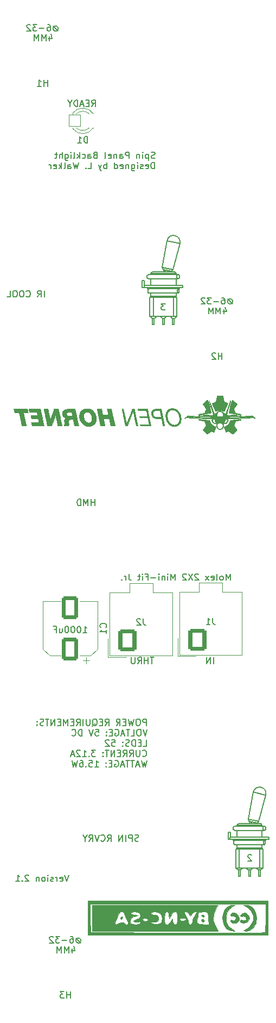
<source format=gbr>
%TF.GenerationSoftware,KiCad,Pcbnew,(6.0.9)*%
%TF.CreationDate,2022-12-26T23:22:05-09:00*%
%TF.ProjectId,PCB_ SPIN RCV PANEL,5043422c-2053-4504-994e-205243562050,rev?*%
%TF.SameCoordinates,Original*%
%TF.FileFunction,Legend,Bot*%
%TF.FilePolarity,Positive*%
%FSLAX46Y46*%
G04 Gerber Fmt 4.6, Leading zero omitted, Abs format (unit mm)*
G04 Created by KiCad (PCBNEW (6.0.9)) date 2022-12-26 23:22:05*
%MOMM*%
%LPD*%
G01*
G04 APERTURE LIST*
G04 Aperture macros list*
%AMRoundRect*
0 Rectangle with rounded corners*
0 $1 Rounding radius*
0 $2 $3 $4 $5 $6 $7 $8 $9 X,Y pos of 4 corners*
0 Add a 4 corners polygon primitive as box body*
4,1,4,$2,$3,$4,$5,$6,$7,$8,$9,$2,$3,0*
0 Add four circle primitives for the rounded corners*
1,1,$1+$1,$2,$3*
1,1,$1+$1,$4,$5*
1,1,$1+$1,$6,$7*
1,1,$1+$1,$8,$9*
0 Add four rect primitives between the rounded corners*
20,1,$1+$1,$2,$3,$4,$5,0*
20,1,$1+$1,$4,$5,$6,$7,0*
20,1,$1+$1,$6,$7,$8,$9,0*
20,1,$1+$1,$8,$9,$2,$3,0*%
G04 Aperture macros list end*
%ADD10C,0.150000*%
%ADD11C,0.120000*%
%ADD12C,0.200000*%
%ADD13C,0.010000*%
%ADD14RoundRect,0.050000X-0.900000X-0.900000X0.900000X-0.900000X0.900000X0.900000X-0.900000X0.900000X0*%
%ADD15C,1.900000*%
%ADD16RoundRect,0.300000X1.000000X-1.500000X1.000000X1.500000X-1.000000X1.500000X-1.000000X-1.500000X0*%
%ADD17RoundRect,0.300001X-1.099999X-1.399999X1.099999X-1.399999X1.099999X1.399999X-1.099999X1.399999X0*%
%ADD18O,2.800000X3.400000*%
%ADD19C,12.800000*%
%ADD20C,3.672000*%
%ADD21C,4.400000*%
G04 APERTURE END LIST*
D10*
X258905333Y-49972980D02*
X258286285Y-49972980D01*
X258619619Y-50353933D01*
X258476761Y-50353933D01*
X258381523Y-50401552D01*
X258333904Y-50449171D01*
X258286285Y-50544409D01*
X258286285Y-50782504D01*
X258333904Y-50877742D01*
X258381523Y-50925361D01*
X258476761Y-50972980D01*
X258762476Y-50972980D01*
X258857714Y-50925361D01*
X258905333Y-50877742D01*
X247889542Y-81427580D02*
X247889542Y-80427580D01*
X247889542Y-80903771D02*
X247318114Y-80903771D01*
X247318114Y-81427580D02*
X247318114Y-80427580D01*
X246841923Y-81427580D02*
X246841923Y-80427580D01*
X246508590Y-81141866D01*
X246175257Y-80427580D01*
X246175257Y-81427580D01*
X245699066Y-81427580D02*
X245699066Y-80427580D01*
X245460971Y-80427580D01*
X245318114Y-80475200D01*
X245222876Y-80570438D01*
X245175257Y-80665676D01*
X245127638Y-80856152D01*
X245127638Y-80999009D01*
X245175257Y-81189485D01*
X245222876Y-81284723D01*
X245318114Y-81379961D01*
X245460971Y-81427580D01*
X245699066Y-81427580D01*
X257133333Y-105052380D02*
X256561904Y-105052380D01*
X256847619Y-106052380D02*
X256847619Y-105052380D01*
X256228571Y-106052380D02*
X256228571Y-105052380D01*
X256228571Y-105528571D02*
X255657142Y-105528571D01*
X255657142Y-106052380D02*
X255657142Y-105052380D01*
X254609523Y-106052380D02*
X254942857Y-105576190D01*
X255180952Y-106052380D02*
X255180952Y-105052380D01*
X254800000Y-105052380D01*
X254704761Y-105100000D01*
X254657142Y-105147619D01*
X254609523Y-105242857D01*
X254609523Y-105385714D01*
X254657142Y-105480952D01*
X254704761Y-105528571D01*
X254800000Y-105576190D01*
X255180952Y-105576190D01*
X254180952Y-105052380D02*
X254180952Y-105861904D01*
X254133333Y-105957142D01*
X254085714Y-106004761D01*
X253990476Y-106052380D01*
X253800000Y-106052380D01*
X253704761Y-106004761D01*
X253657142Y-105957142D01*
X253609523Y-105861904D01*
X253609523Y-105052380D01*
X247422800Y-19252380D02*
X247756133Y-18776190D01*
X247994228Y-19252380D02*
X247994228Y-18252380D01*
X247613276Y-18252380D01*
X247518038Y-18300000D01*
X247470419Y-18347619D01*
X247422800Y-18442857D01*
X247422800Y-18585714D01*
X247470419Y-18680952D01*
X247518038Y-18728571D01*
X247613276Y-18776190D01*
X247994228Y-18776190D01*
X246994228Y-18728571D02*
X246660895Y-18728571D01*
X246518038Y-19252380D02*
X246994228Y-19252380D01*
X246994228Y-18252380D01*
X246518038Y-18252380D01*
X246137085Y-18966666D02*
X245660895Y-18966666D01*
X246232323Y-19252380D02*
X245898990Y-18252380D01*
X245565657Y-19252380D01*
X245232323Y-19252380D02*
X245232323Y-18252380D01*
X244994228Y-18252380D01*
X244851371Y-18300000D01*
X244756133Y-18395238D01*
X244708514Y-18490476D01*
X244660895Y-18680952D01*
X244660895Y-18823809D01*
X244708514Y-19014285D01*
X244756133Y-19109523D01*
X244851371Y-19204761D01*
X244994228Y-19252380D01*
X245232323Y-19252380D01*
X244041847Y-18776190D02*
X244041847Y-19252380D01*
X244375180Y-18252380D02*
X244041847Y-18776190D01*
X243708514Y-18252380D01*
X243865476Y-138952380D02*
X243532142Y-139952380D01*
X243198809Y-138952380D01*
X242484523Y-139904761D02*
X242579761Y-139952380D01*
X242770238Y-139952380D01*
X242865476Y-139904761D01*
X242913095Y-139809523D01*
X242913095Y-139428571D01*
X242865476Y-139333333D01*
X242770238Y-139285714D01*
X242579761Y-139285714D01*
X242484523Y-139333333D01*
X242436904Y-139428571D01*
X242436904Y-139523809D01*
X242913095Y-139619047D01*
X242008333Y-139952380D02*
X242008333Y-139285714D01*
X242008333Y-139476190D02*
X241960714Y-139380952D01*
X241913095Y-139333333D01*
X241817857Y-139285714D01*
X241722619Y-139285714D01*
X241436904Y-139904761D02*
X241341666Y-139952380D01*
X241151190Y-139952380D01*
X241055952Y-139904761D01*
X241008333Y-139809523D01*
X241008333Y-139761904D01*
X241055952Y-139666666D01*
X241151190Y-139619047D01*
X241294047Y-139619047D01*
X241389285Y-139571428D01*
X241436904Y-139476190D01*
X241436904Y-139428571D01*
X241389285Y-139333333D01*
X241294047Y-139285714D01*
X241151190Y-139285714D01*
X241055952Y-139333333D01*
X240579761Y-139952380D02*
X240579761Y-139285714D01*
X240579761Y-138952380D02*
X240627380Y-139000000D01*
X240579761Y-139047619D01*
X240532142Y-139000000D01*
X240579761Y-138952380D01*
X240579761Y-139047619D01*
X239960714Y-139952380D02*
X240055952Y-139904761D01*
X240103571Y-139857142D01*
X240151190Y-139761904D01*
X240151190Y-139476190D01*
X240103571Y-139380952D01*
X240055952Y-139333333D01*
X239960714Y-139285714D01*
X239817857Y-139285714D01*
X239722619Y-139333333D01*
X239675000Y-139380952D01*
X239627380Y-139476190D01*
X239627380Y-139761904D01*
X239675000Y-139857142D01*
X239722619Y-139904761D01*
X239817857Y-139952380D01*
X239960714Y-139952380D01*
X239198809Y-139285714D02*
X239198809Y-139952380D01*
X239198809Y-139380952D02*
X239151190Y-139333333D01*
X239055952Y-139285714D01*
X238913095Y-139285714D01*
X238817857Y-139333333D01*
X238770238Y-139428571D01*
X238770238Y-139952380D01*
X237579761Y-139047619D02*
X237532142Y-139000000D01*
X237436904Y-138952380D01*
X237198809Y-138952380D01*
X237103571Y-139000000D01*
X237055952Y-139047619D01*
X237008333Y-139142857D01*
X237008333Y-139238095D01*
X237055952Y-139380952D01*
X237627380Y-139952380D01*
X237008333Y-139952380D01*
X236579761Y-139857142D02*
X236532142Y-139904761D01*
X236579761Y-139952380D01*
X236627380Y-139904761D01*
X236579761Y-139857142D01*
X236579761Y-139952380D01*
X235579761Y-139952380D02*
X236151190Y-139952380D01*
X235865476Y-139952380D02*
X235865476Y-138952380D01*
X235960714Y-139095238D01*
X236055952Y-139190476D01*
X236151190Y-139238095D01*
X254729714Y-133653161D02*
X254586857Y-133700780D01*
X254348761Y-133700780D01*
X254253523Y-133653161D01*
X254205904Y-133605542D01*
X254158285Y-133510304D01*
X254158285Y-133415066D01*
X254205904Y-133319828D01*
X254253523Y-133272209D01*
X254348761Y-133224590D01*
X254539238Y-133176971D01*
X254634476Y-133129352D01*
X254682095Y-133081733D01*
X254729714Y-132986495D01*
X254729714Y-132891257D01*
X254682095Y-132796019D01*
X254634476Y-132748400D01*
X254539238Y-132700780D01*
X254301142Y-132700780D01*
X254158285Y-132748400D01*
X253729714Y-133700780D02*
X253729714Y-132700780D01*
X253348761Y-132700780D01*
X253253523Y-132748400D01*
X253205904Y-132796019D01*
X253158285Y-132891257D01*
X253158285Y-133034114D01*
X253205904Y-133129352D01*
X253253523Y-133176971D01*
X253348761Y-133224590D01*
X253729714Y-133224590D01*
X252729714Y-133700780D02*
X252729714Y-132700780D01*
X252253523Y-133700780D02*
X252253523Y-132700780D01*
X251682095Y-133700780D01*
X251682095Y-132700780D01*
X249872571Y-133700780D02*
X250205904Y-133224590D01*
X250444000Y-133700780D02*
X250444000Y-132700780D01*
X250063047Y-132700780D01*
X249967809Y-132748400D01*
X249920190Y-132796019D01*
X249872571Y-132891257D01*
X249872571Y-133034114D01*
X249920190Y-133129352D01*
X249967809Y-133176971D01*
X250063047Y-133224590D01*
X250444000Y-133224590D01*
X248872571Y-133605542D02*
X248920190Y-133653161D01*
X249063047Y-133700780D01*
X249158285Y-133700780D01*
X249301142Y-133653161D01*
X249396380Y-133557923D01*
X249444000Y-133462685D01*
X249491619Y-133272209D01*
X249491619Y-133129352D01*
X249444000Y-132938876D01*
X249396380Y-132843638D01*
X249301142Y-132748400D01*
X249158285Y-132700780D01*
X249063047Y-132700780D01*
X248920190Y-132748400D01*
X248872571Y-132796019D01*
X248586857Y-132700780D02*
X248253523Y-133700780D01*
X247920190Y-132700780D01*
X247015428Y-133700780D02*
X247348761Y-133224590D01*
X247586857Y-133700780D02*
X247586857Y-132700780D01*
X247205904Y-132700780D01*
X247110666Y-132748400D01*
X247063047Y-132796019D01*
X247015428Y-132891257D01*
X247015428Y-133034114D01*
X247063047Y-133129352D01*
X247110666Y-133176971D01*
X247205904Y-133224590D01*
X247586857Y-133224590D01*
X246396380Y-133224590D02*
X246396380Y-133700780D01*
X246729714Y-132700780D02*
X246396380Y-133224590D01*
X246063047Y-132700780D01*
X255950404Y-115672580D02*
X255950404Y-114672580D01*
X255569452Y-114672580D01*
X255474214Y-114720200D01*
X255426595Y-114767819D01*
X255378976Y-114863057D01*
X255378976Y-115005914D01*
X255426595Y-115101152D01*
X255474214Y-115148771D01*
X255569452Y-115196390D01*
X255950404Y-115196390D01*
X254759928Y-114672580D02*
X254569452Y-114672580D01*
X254474214Y-114720200D01*
X254378976Y-114815438D01*
X254331357Y-115005914D01*
X254331357Y-115339247D01*
X254378976Y-115529723D01*
X254474214Y-115624961D01*
X254569452Y-115672580D01*
X254759928Y-115672580D01*
X254855166Y-115624961D01*
X254950404Y-115529723D01*
X254998023Y-115339247D01*
X254998023Y-115005914D01*
X254950404Y-114815438D01*
X254855166Y-114720200D01*
X254759928Y-114672580D01*
X253998023Y-114672580D02*
X253759928Y-115672580D01*
X253569452Y-114958295D01*
X253378976Y-115672580D01*
X253140880Y-114672580D01*
X252759928Y-115148771D02*
X252426595Y-115148771D01*
X252283738Y-115672580D02*
X252759928Y-115672580D01*
X252759928Y-114672580D01*
X252283738Y-114672580D01*
X251283738Y-115672580D02*
X251617071Y-115196390D01*
X251855166Y-115672580D02*
X251855166Y-114672580D01*
X251474214Y-114672580D01*
X251378976Y-114720200D01*
X251331357Y-114767819D01*
X251283738Y-114863057D01*
X251283738Y-115005914D01*
X251331357Y-115101152D01*
X251378976Y-115148771D01*
X251474214Y-115196390D01*
X251855166Y-115196390D01*
X249521833Y-115672580D02*
X249855166Y-115196390D01*
X250093261Y-115672580D02*
X250093261Y-114672580D01*
X249712309Y-114672580D01*
X249617071Y-114720200D01*
X249569452Y-114767819D01*
X249521833Y-114863057D01*
X249521833Y-115005914D01*
X249569452Y-115101152D01*
X249617071Y-115148771D01*
X249712309Y-115196390D01*
X250093261Y-115196390D01*
X249093261Y-115148771D02*
X248759928Y-115148771D01*
X248617071Y-115672580D02*
X249093261Y-115672580D01*
X249093261Y-114672580D01*
X248617071Y-114672580D01*
X247521833Y-115767819D02*
X247617071Y-115720200D01*
X247712309Y-115624961D01*
X247855166Y-115482104D01*
X247950404Y-115434485D01*
X248045642Y-115434485D01*
X247998023Y-115672580D02*
X248093261Y-115624961D01*
X248188500Y-115529723D01*
X248236119Y-115339247D01*
X248236119Y-115005914D01*
X248188500Y-114815438D01*
X248093261Y-114720200D01*
X247998023Y-114672580D01*
X247807547Y-114672580D01*
X247712309Y-114720200D01*
X247617071Y-114815438D01*
X247569452Y-115005914D01*
X247569452Y-115339247D01*
X247617071Y-115529723D01*
X247712309Y-115624961D01*
X247807547Y-115672580D01*
X247998023Y-115672580D01*
X247140880Y-114672580D02*
X247140880Y-115482104D01*
X247093261Y-115577342D01*
X247045642Y-115624961D01*
X246950404Y-115672580D01*
X246759928Y-115672580D01*
X246664690Y-115624961D01*
X246617071Y-115577342D01*
X246569452Y-115482104D01*
X246569452Y-114672580D01*
X246093261Y-115672580D02*
X246093261Y-114672580D01*
X245045642Y-115672580D02*
X245378976Y-115196390D01*
X245617071Y-115672580D02*
X245617071Y-114672580D01*
X245236119Y-114672580D01*
X245140880Y-114720200D01*
X245093261Y-114767819D01*
X245045642Y-114863057D01*
X245045642Y-115005914D01*
X245093261Y-115101152D01*
X245140880Y-115148771D01*
X245236119Y-115196390D01*
X245617071Y-115196390D01*
X244617071Y-115148771D02*
X244283738Y-115148771D01*
X244140880Y-115672580D02*
X244617071Y-115672580D01*
X244617071Y-114672580D01*
X244140880Y-114672580D01*
X243712309Y-115672580D02*
X243712309Y-114672580D01*
X243378976Y-115386866D01*
X243045642Y-114672580D01*
X243045642Y-115672580D01*
X242569452Y-115148771D02*
X242236119Y-115148771D01*
X242093261Y-115672580D02*
X242569452Y-115672580D01*
X242569452Y-114672580D01*
X242093261Y-114672580D01*
X241664690Y-115672580D02*
X241664690Y-114672580D01*
X241093261Y-115672580D01*
X241093261Y-114672580D01*
X240759928Y-114672580D02*
X240188500Y-114672580D01*
X240474214Y-115672580D02*
X240474214Y-114672580D01*
X239902785Y-115624961D02*
X239759928Y-115672580D01*
X239521833Y-115672580D01*
X239426595Y-115624961D01*
X239378976Y-115577342D01*
X239331357Y-115482104D01*
X239331357Y-115386866D01*
X239378976Y-115291628D01*
X239426595Y-115244009D01*
X239521833Y-115196390D01*
X239712309Y-115148771D01*
X239807547Y-115101152D01*
X239855166Y-115053533D01*
X239902785Y-114958295D01*
X239902785Y-114863057D01*
X239855166Y-114767819D01*
X239807547Y-114720200D01*
X239712309Y-114672580D01*
X239474214Y-114672580D01*
X239331357Y-114720200D01*
X238902785Y-115577342D02*
X238855166Y-115624961D01*
X238902785Y-115672580D01*
X238950404Y-115624961D01*
X238902785Y-115577342D01*
X238902785Y-115672580D01*
X238902785Y-115053533D02*
X238855166Y-115101152D01*
X238902785Y-115148771D01*
X238950404Y-115101152D01*
X238902785Y-115053533D01*
X238902785Y-115148771D01*
X256093261Y-116282580D02*
X255759928Y-117282580D01*
X255426595Y-116282580D01*
X254902785Y-116282580D02*
X254712309Y-116282580D01*
X254617071Y-116330200D01*
X254521833Y-116425438D01*
X254474214Y-116615914D01*
X254474214Y-116949247D01*
X254521833Y-117139723D01*
X254617071Y-117234961D01*
X254712309Y-117282580D01*
X254902785Y-117282580D01*
X254998023Y-117234961D01*
X255093261Y-117139723D01*
X255140880Y-116949247D01*
X255140880Y-116615914D01*
X255093261Y-116425438D01*
X254998023Y-116330200D01*
X254902785Y-116282580D01*
X253569452Y-117282580D02*
X254045642Y-117282580D01*
X254045642Y-116282580D01*
X253378976Y-116282580D02*
X252807547Y-116282580D01*
X253093261Y-117282580D02*
X253093261Y-116282580D01*
X252521833Y-116996866D02*
X252045642Y-116996866D01*
X252617071Y-117282580D02*
X252283738Y-116282580D01*
X251950404Y-117282580D01*
X251093261Y-116330200D02*
X251188500Y-116282580D01*
X251331357Y-116282580D01*
X251474214Y-116330200D01*
X251569452Y-116425438D01*
X251617071Y-116520676D01*
X251664690Y-116711152D01*
X251664690Y-116854009D01*
X251617071Y-117044485D01*
X251569452Y-117139723D01*
X251474214Y-117234961D01*
X251331357Y-117282580D01*
X251236119Y-117282580D01*
X251093261Y-117234961D01*
X251045642Y-117187342D01*
X251045642Y-116854009D01*
X251236119Y-116854009D01*
X250617071Y-116758771D02*
X250283738Y-116758771D01*
X250140880Y-117282580D02*
X250617071Y-117282580D01*
X250617071Y-116282580D01*
X250140880Y-116282580D01*
X249712309Y-117187342D02*
X249664690Y-117234961D01*
X249712309Y-117282580D01*
X249759928Y-117234961D01*
X249712309Y-117187342D01*
X249712309Y-117282580D01*
X249712309Y-116663533D02*
X249664690Y-116711152D01*
X249712309Y-116758771D01*
X249759928Y-116711152D01*
X249712309Y-116663533D01*
X249712309Y-116758771D01*
X247998023Y-116282580D02*
X248474214Y-116282580D01*
X248521833Y-116758771D01*
X248474214Y-116711152D01*
X248378976Y-116663533D01*
X248140880Y-116663533D01*
X248045642Y-116711152D01*
X247998023Y-116758771D01*
X247950404Y-116854009D01*
X247950404Y-117092104D01*
X247998023Y-117187342D01*
X248045642Y-117234961D01*
X248140880Y-117282580D01*
X248378976Y-117282580D01*
X248474214Y-117234961D01*
X248521833Y-117187342D01*
X247664690Y-116282580D02*
X247331357Y-117282580D01*
X246998023Y-116282580D01*
X245902785Y-117282580D02*
X245902785Y-116282580D01*
X245664690Y-116282580D01*
X245521833Y-116330200D01*
X245426595Y-116425438D01*
X245378976Y-116520676D01*
X245331357Y-116711152D01*
X245331357Y-116854009D01*
X245378976Y-117044485D01*
X245426595Y-117139723D01*
X245521833Y-117234961D01*
X245664690Y-117282580D01*
X245902785Y-117282580D01*
X244331357Y-117187342D02*
X244378976Y-117234961D01*
X244521833Y-117282580D01*
X244617071Y-117282580D01*
X244759928Y-117234961D01*
X244855166Y-117139723D01*
X244902785Y-117044485D01*
X244950404Y-116854009D01*
X244950404Y-116711152D01*
X244902785Y-116520676D01*
X244855166Y-116425438D01*
X244759928Y-116330200D01*
X244617071Y-116282580D01*
X244521833Y-116282580D01*
X244378976Y-116330200D01*
X244331357Y-116377819D01*
X255474214Y-118892580D02*
X255950404Y-118892580D01*
X255950404Y-117892580D01*
X255140880Y-118368771D02*
X254807547Y-118368771D01*
X254664690Y-118892580D02*
X255140880Y-118892580D01*
X255140880Y-117892580D01*
X254664690Y-117892580D01*
X254236119Y-118892580D02*
X254236119Y-117892580D01*
X253998023Y-117892580D01*
X253855166Y-117940200D01*
X253759928Y-118035438D01*
X253712309Y-118130676D01*
X253664690Y-118321152D01*
X253664690Y-118464009D01*
X253712309Y-118654485D01*
X253759928Y-118749723D01*
X253855166Y-118844961D01*
X253998023Y-118892580D01*
X254236119Y-118892580D01*
X253283738Y-118844961D02*
X253140880Y-118892580D01*
X252902785Y-118892580D01*
X252807547Y-118844961D01*
X252759928Y-118797342D01*
X252712309Y-118702104D01*
X252712309Y-118606866D01*
X252759928Y-118511628D01*
X252807547Y-118464009D01*
X252902785Y-118416390D01*
X253093261Y-118368771D01*
X253188500Y-118321152D01*
X253236119Y-118273533D01*
X253283738Y-118178295D01*
X253283738Y-118083057D01*
X253236119Y-117987819D01*
X253188500Y-117940200D01*
X253093261Y-117892580D01*
X252855166Y-117892580D01*
X252712309Y-117940200D01*
X252283738Y-118797342D02*
X252236119Y-118844961D01*
X252283738Y-118892580D01*
X252331357Y-118844961D01*
X252283738Y-118797342D01*
X252283738Y-118892580D01*
X252283738Y-118273533D02*
X252236119Y-118321152D01*
X252283738Y-118368771D01*
X252331357Y-118321152D01*
X252283738Y-118273533D01*
X252283738Y-118368771D01*
X250569452Y-117892580D02*
X251045642Y-117892580D01*
X251093261Y-118368771D01*
X251045642Y-118321152D01*
X250950404Y-118273533D01*
X250712309Y-118273533D01*
X250617071Y-118321152D01*
X250569452Y-118368771D01*
X250521833Y-118464009D01*
X250521833Y-118702104D01*
X250569452Y-118797342D01*
X250617071Y-118844961D01*
X250712309Y-118892580D01*
X250950404Y-118892580D01*
X251045642Y-118844961D01*
X251093261Y-118797342D01*
X250140880Y-117987819D02*
X250093261Y-117940200D01*
X249998023Y-117892580D01*
X249759928Y-117892580D01*
X249664690Y-117940200D01*
X249617071Y-117987819D01*
X249569452Y-118083057D01*
X249569452Y-118178295D01*
X249617071Y-118321152D01*
X250188500Y-118892580D01*
X249569452Y-118892580D01*
X255378976Y-120407342D02*
X255426595Y-120454961D01*
X255569452Y-120502580D01*
X255664690Y-120502580D01*
X255807547Y-120454961D01*
X255902785Y-120359723D01*
X255950404Y-120264485D01*
X255998023Y-120074009D01*
X255998023Y-119931152D01*
X255950404Y-119740676D01*
X255902785Y-119645438D01*
X255807547Y-119550200D01*
X255664690Y-119502580D01*
X255569452Y-119502580D01*
X255426595Y-119550200D01*
X255378976Y-119597819D01*
X254950404Y-119502580D02*
X254950404Y-120312104D01*
X254902785Y-120407342D01*
X254855166Y-120454961D01*
X254759928Y-120502580D01*
X254569452Y-120502580D01*
X254474214Y-120454961D01*
X254426595Y-120407342D01*
X254378976Y-120312104D01*
X254378976Y-119502580D01*
X253331357Y-120502580D02*
X253664690Y-120026390D01*
X253902785Y-120502580D02*
X253902785Y-119502580D01*
X253521833Y-119502580D01*
X253426595Y-119550200D01*
X253378976Y-119597819D01*
X253331357Y-119693057D01*
X253331357Y-119835914D01*
X253378976Y-119931152D01*
X253426595Y-119978771D01*
X253521833Y-120026390D01*
X253902785Y-120026390D01*
X252331357Y-120502580D02*
X252664690Y-120026390D01*
X252902785Y-120502580D02*
X252902785Y-119502580D01*
X252521833Y-119502580D01*
X252426595Y-119550200D01*
X252378976Y-119597819D01*
X252331357Y-119693057D01*
X252331357Y-119835914D01*
X252378976Y-119931152D01*
X252426595Y-119978771D01*
X252521833Y-120026390D01*
X252902785Y-120026390D01*
X251902785Y-119978771D02*
X251569452Y-119978771D01*
X251426595Y-120502580D02*
X251902785Y-120502580D01*
X251902785Y-119502580D01*
X251426595Y-119502580D01*
X250998023Y-120502580D02*
X250998023Y-119502580D01*
X250426595Y-120502580D01*
X250426595Y-119502580D01*
X250093261Y-119502580D02*
X249521833Y-119502580D01*
X249807547Y-120502580D02*
X249807547Y-119502580D01*
X249188500Y-120407342D02*
X249140880Y-120454961D01*
X249188500Y-120502580D01*
X249236119Y-120454961D01*
X249188500Y-120407342D01*
X249188500Y-120502580D01*
X249188500Y-119883533D02*
X249140880Y-119931152D01*
X249188500Y-119978771D01*
X249236119Y-119931152D01*
X249188500Y-119883533D01*
X249188500Y-119978771D01*
X248045642Y-119502580D02*
X247426595Y-119502580D01*
X247759928Y-119883533D01*
X247617071Y-119883533D01*
X247521833Y-119931152D01*
X247474214Y-119978771D01*
X247426595Y-120074009D01*
X247426595Y-120312104D01*
X247474214Y-120407342D01*
X247521833Y-120454961D01*
X247617071Y-120502580D01*
X247902785Y-120502580D01*
X247998023Y-120454961D01*
X248045642Y-120407342D01*
X246998023Y-120407342D02*
X246950404Y-120454961D01*
X246998023Y-120502580D01*
X247045642Y-120454961D01*
X246998023Y-120407342D01*
X246998023Y-120502580D01*
X245998023Y-120502580D02*
X246569452Y-120502580D01*
X246283738Y-120502580D02*
X246283738Y-119502580D01*
X246378976Y-119645438D01*
X246474214Y-119740676D01*
X246569452Y-119788295D01*
X245617071Y-119597819D02*
X245569452Y-119550200D01*
X245474214Y-119502580D01*
X245236119Y-119502580D01*
X245140880Y-119550200D01*
X245093261Y-119597819D01*
X245045642Y-119693057D01*
X245045642Y-119788295D01*
X245093261Y-119931152D01*
X245664690Y-120502580D01*
X245045642Y-120502580D01*
X244664690Y-120216866D02*
X244188500Y-120216866D01*
X244759928Y-120502580D02*
X244426595Y-119502580D01*
X244093261Y-120502580D01*
X256045642Y-121112580D02*
X255807547Y-122112580D01*
X255617071Y-121398295D01*
X255426595Y-122112580D01*
X255188500Y-121112580D01*
X254855166Y-121826866D02*
X254378976Y-121826866D01*
X254950404Y-122112580D02*
X254617071Y-121112580D01*
X254283738Y-122112580D01*
X254093261Y-121112580D02*
X253521833Y-121112580D01*
X253807547Y-122112580D02*
X253807547Y-121112580D01*
X253331357Y-121112580D02*
X252759928Y-121112580D01*
X253045642Y-122112580D02*
X253045642Y-121112580D01*
X252474214Y-121826866D02*
X251998023Y-121826866D01*
X252569452Y-122112580D02*
X252236119Y-121112580D01*
X251902785Y-122112580D01*
X251045642Y-121160200D02*
X251140880Y-121112580D01*
X251283738Y-121112580D01*
X251426595Y-121160200D01*
X251521833Y-121255438D01*
X251569452Y-121350676D01*
X251617071Y-121541152D01*
X251617071Y-121684009D01*
X251569452Y-121874485D01*
X251521833Y-121969723D01*
X251426595Y-122064961D01*
X251283738Y-122112580D01*
X251188500Y-122112580D01*
X251045642Y-122064961D01*
X250998023Y-122017342D01*
X250998023Y-121684009D01*
X251188500Y-121684009D01*
X250569452Y-121588771D02*
X250236119Y-121588771D01*
X250093261Y-122112580D02*
X250569452Y-122112580D01*
X250569452Y-121112580D01*
X250093261Y-121112580D01*
X249664690Y-122017342D02*
X249617071Y-122064961D01*
X249664690Y-122112580D01*
X249712309Y-122064961D01*
X249664690Y-122017342D01*
X249664690Y-122112580D01*
X249664690Y-121493533D02*
X249617071Y-121541152D01*
X249664690Y-121588771D01*
X249712309Y-121541152D01*
X249664690Y-121493533D01*
X249664690Y-121588771D01*
X247902785Y-122112580D02*
X248474214Y-122112580D01*
X248188500Y-122112580D02*
X248188500Y-121112580D01*
X248283738Y-121255438D01*
X248378976Y-121350676D01*
X248474214Y-121398295D01*
X246998023Y-121112580D02*
X247474214Y-121112580D01*
X247521833Y-121588771D01*
X247474214Y-121541152D01*
X247378976Y-121493533D01*
X247140880Y-121493533D01*
X247045642Y-121541152D01*
X246998023Y-121588771D01*
X246950404Y-121684009D01*
X246950404Y-121922104D01*
X246998023Y-122017342D01*
X247045642Y-122064961D01*
X247140880Y-122112580D01*
X247378976Y-122112580D01*
X247474214Y-122064961D01*
X247521833Y-122017342D01*
X246521833Y-122017342D02*
X246474214Y-122064961D01*
X246521833Y-122112580D01*
X246569452Y-122064961D01*
X246521833Y-122017342D01*
X246521833Y-122112580D01*
X245617071Y-121112580D02*
X245807547Y-121112580D01*
X245902785Y-121160200D01*
X245950404Y-121207819D01*
X246045642Y-121350676D01*
X246093261Y-121541152D01*
X246093261Y-121922104D01*
X246045642Y-122017342D01*
X245998023Y-122064961D01*
X245902785Y-122112580D01*
X245712309Y-122112580D01*
X245617071Y-122064961D01*
X245569452Y-122017342D01*
X245521833Y-121922104D01*
X245521833Y-121684009D01*
X245569452Y-121588771D01*
X245617071Y-121541152D01*
X245712309Y-121493533D01*
X245902785Y-121493533D01*
X245998023Y-121541152D01*
X246045642Y-121588771D01*
X246093261Y-121684009D01*
X245188500Y-121112580D02*
X244950404Y-122112580D01*
X244759928Y-121398295D01*
X244569452Y-122112580D01*
X244331357Y-121112580D01*
X269052380Y-93052380D02*
X269052380Y-92052380D01*
X268719047Y-92766666D01*
X268385714Y-92052380D01*
X268385714Y-93052380D01*
X267766666Y-93052380D02*
X267861904Y-93004761D01*
X267909523Y-92957142D01*
X267957142Y-92861904D01*
X267957142Y-92576190D01*
X267909523Y-92480952D01*
X267861904Y-92433333D01*
X267766666Y-92385714D01*
X267623809Y-92385714D01*
X267528571Y-92433333D01*
X267480952Y-92480952D01*
X267433333Y-92576190D01*
X267433333Y-92861904D01*
X267480952Y-92957142D01*
X267528571Y-93004761D01*
X267623809Y-93052380D01*
X267766666Y-93052380D01*
X266861904Y-93052380D02*
X266957142Y-93004761D01*
X267004761Y-92909523D01*
X267004761Y-92052380D01*
X266100000Y-93004761D02*
X266195238Y-93052380D01*
X266385714Y-93052380D01*
X266480952Y-93004761D01*
X266528571Y-92909523D01*
X266528571Y-92528571D01*
X266480952Y-92433333D01*
X266385714Y-92385714D01*
X266195238Y-92385714D01*
X266100000Y-92433333D01*
X266052380Y-92528571D01*
X266052380Y-92623809D01*
X266528571Y-92719047D01*
X265719047Y-93052380D02*
X265195238Y-92385714D01*
X265719047Y-92385714D02*
X265195238Y-93052380D01*
X264100000Y-92147619D02*
X264052380Y-92100000D01*
X263957142Y-92052380D01*
X263719047Y-92052380D01*
X263623809Y-92100000D01*
X263576190Y-92147619D01*
X263528571Y-92242857D01*
X263528571Y-92338095D01*
X263576190Y-92480952D01*
X264147619Y-93052380D01*
X263528571Y-93052380D01*
X263195238Y-92052380D02*
X262528571Y-93052380D01*
X262528571Y-92052380D02*
X263195238Y-93052380D01*
X262195238Y-92147619D02*
X262147619Y-92100000D01*
X262052380Y-92052380D01*
X261814285Y-92052380D01*
X261719047Y-92100000D01*
X261671428Y-92147619D01*
X261623809Y-92242857D01*
X261623809Y-92338095D01*
X261671428Y-92480952D01*
X262242857Y-93052380D01*
X261623809Y-93052380D01*
X260433333Y-93052380D02*
X260433333Y-92052380D01*
X260100000Y-92766666D01*
X259766666Y-92052380D01*
X259766666Y-93052380D01*
X259290476Y-93052380D02*
X259290476Y-92385714D01*
X259290476Y-92052380D02*
X259338095Y-92100000D01*
X259290476Y-92147619D01*
X259242857Y-92100000D01*
X259290476Y-92052380D01*
X259290476Y-92147619D01*
X258814285Y-92385714D02*
X258814285Y-93052380D01*
X258814285Y-92480952D02*
X258766666Y-92433333D01*
X258671428Y-92385714D01*
X258528571Y-92385714D01*
X258433333Y-92433333D01*
X258385714Y-92528571D01*
X258385714Y-93052380D01*
X257909523Y-93052380D02*
X257909523Y-92385714D01*
X257909523Y-92052380D02*
X257957142Y-92100000D01*
X257909523Y-92147619D01*
X257861904Y-92100000D01*
X257909523Y-92052380D01*
X257909523Y-92147619D01*
X257433333Y-92671428D02*
X256671428Y-92671428D01*
X255861904Y-92528571D02*
X256195238Y-92528571D01*
X256195238Y-93052380D02*
X256195238Y-92052380D01*
X255719047Y-92052380D01*
X255338095Y-93052380D02*
X255338095Y-92385714D01*
X255338095Y-92052380D02*
X255385714Y-92100000D01*
X255338095Y-92147619D01*
X255290476Y-92100000D01*
X255338095Y-92052380D01*
X255338095Y-92147619D01*
X255004761Y-92385714D02*
X254623809Y-92385714D01*
X254861904Y-92052380D02*
X254861904Y-92909523D01*
X254814285Y-93004761D01*
X254719047Y-93052380D01*
X254623809Y-93052380D01*
X253242857Y-92052380D02*
X253242857Y-92766666D01*
X253290476Y-92909523D01*
X253385714Y-93004761D01*
X253528571Y-93052380D01*
X253623809Y-93052380D01*
X252766666Y-93052380D02*
X252766666Y-92385714D01*
X252766666Y-92576190D02*
X252719047Y-92480952D01*
X252671428Y-92433333D01*
X252576190Y-92385714D01*
X252480952Y-92385714D01*
X252147619Y-92957142D02*
X252100000Y-93004761D01*
X252147619Y-93052380D01*
X252195238Y-93004761D01*
X252147619Y-92957142D01*
X252147619Y-93052380D01*
X246092409Y-101214180D02*
X246663838Y-101214180D01*
X246378123Y-101214180D02*
X246378123Y-100214180D01*
X246473361Y-100357038D01*
X246568600Y-100452276D01*
X246663838Y-100499895D01*
X245473361Y-100214180D02*
X245378123Y-100214180D01*
X245282885Y-100261800D01*
X245235266Y-100309419D01*
X245187647Y-100404657D01*
X245140028Y-100595133D01*
X245140028Y-100833228D01*
X245187647Y-101023704D01*
X245235266Y-101118942D01*
X245282885Y-101166561D01*
X245378123Y-101214180D01*
X245473361Y-101214180D01*
X245568600Y-101166561D01*
X245616219Y-101118942D01*
X245663838Y-101023704D01*
X245711457Y-100833228D01*
X245711457Y-100595133D01*
X245663838Y-100404657D01*
X245616219Y-100309419D01*
X245568600Y-100261800D01*
X245473361Y-100214180D01*
X244520980Y-100214180D02*
X244425742Y-100214180D01*
X244330504Y-100261800D01*
X244282885Y-100309419D01*
X244235266Y-100404657D01*
X244187647Y-100595133D01*
X244187647Y-100833228D01*
X244235266Y-101023704D01*
X244282885Y-101118942D01*
X244330504Y-101166561D01*
X244425742Y-101214180D01*
X244520980Y-101214180D01*
X244616219Y-101166561D01*
X244663838Y-101118942D01*
X244711457Y-101023704D01*
X244759076Y-100833228D01*
X244759076Y-100595133D01*
X244711457Y-100404657D01*
X244663838Y-100309419D01*
X244616219Y-100261800D01*
X244520980Y-100214180D01*
X243568600Y-100214180D02*
X243473361Y-100214180D01*
X243378123Y-100261800D01*
X243330504Y-100309419D01*
X243282885Y-100404657D01*
X243235266Y-100595133D01*
X243235266Y-100833228D01*
X243282885Y-101023704D01*
X243330504Y-101118942D01*
X243378123Y-101166561D01*
X243473361Y-101214180D01*
X243568600Y-101214180D01*
X243663838Y-101166561D01*
X243711457Y-101118942D01*
X243759076Y-101023704D01*
X243806695Y-100833228D01*
X243806695Y-100595133D01*
X243759076Y-100404657D01*
X243711457Y-100309419D01*
X243663838Y-100261800D01*
X243568600Y-100214180D01*
X242378123Y-100547514D02*
X242378123Y-101214180D01*
X242806695Y-100547514D02*
X242806695Y-101071323D01*
X242759076Y-101166561D01*
X242663838Y-101214180D01*
X242520980Y-101214180D01*
X242425742Y-101166561D01*
X242378123Y-101118942D01*
X241568600Y-100690371D02*
X241901933Y-100690371D01*
X241901933Y-101214180D02*
X241901933Y-100214180D01*
X241425742Y-100214180D01*
X266423809Y-106052380D02*
X266423809Y-105052380D01*
X265947619Y-106052380D02*
X265947619Y-105052380D01*
X265376190Y-106052380D01*
X265376190Y-105052380D01*
X257287023Y-27299761D02*
X257144166Y-27347380D01*
X256906071Y-27347380D01*
X256810833Y-27299761D01*
X256763214Y-27252142D01*
X256715595Y-27156904D01*
X256715595Y-27061666D01*
X256763214Y-26966428D01*
X256810833Y-26918809D01*
X256906071Y-26871190D01*
X257096547Y-26823571D01*
X257191785Y-26775952D01*
X257239404Y-26728333D01*
X257287023Y-26633095D01*
X257287023Y-26537857D01*
X257239404Y-26442619D01*
X257191785Y-26395000D01*
X257096547Y-26347380D01*
X256858452Y-26347380D01*
X256715595Y-26395000D01*
X256287023Y-26680714D02*
X256287023Y-27680714D01*
X256287023Y-26728333D02*
X256191785Y-26680714D01*
X256001309Y-26680714D01*
X255906071Y-26728333D01*
X255858452Y-26775952D01*
X255810833Y-26871190D01*
X255810833Y-27156904D01*
X255858452Y-27252142D01*
X255906071Y-27299761D01*
X256001309Y-27347380D01*
X256191785Y-27347380D01*
X256287023Y-27299761D01*
X255382261Y-27347380D02*
X255382261Y-26680714D01*
X255382261Y-26347380D02*
X255429880Y-26395000D01*
X255382261Y-26442619D01*
X255334642Y-26395000D01*
X255382261Y-26347380D01*
X255382261Y-26442619D01*
X254906071Y-26680714D02*
X254906071Y-27347380D01*
X254906071Y-26775952D02*
X254858452Y-26728333D01*
X254763214Y-26680714D01*
X254620357Y-26680714D01*
X254525119Y-26728333D01*
X254477500Y-26823571D01*
X254477500Y-27347380D01*
X253239404Y-27347380D02*
X253239404Y-26347380D01*
X252858452Y-26347380D01*
X252763214Y-26395000D01*
X252715595Y-26442619D01*
X252667976Y-26537857D01*
X252667976Y-26680714D01*
X252715595Y-26775952D01*
X252763214Y-26823571D01*
X252858452Y-26871190D01*
X253239404Y-26871190D01*
X251810833Y-27347380D02*
X251810833Y-26823571D01*
X251858452Y-26728333D01*
X251953690Y-26680714D01*
X252144166Y-26680714D01*
X252239404Y-26728333D01*
X251810833Y-27299761D02*
X251906071Y-27347380D01*
X252144166Y-27347380D01*
X252239404Y-27299761D01*
X252287023Y-27204523D01*
X252287023Y-27109285D01*
X252239404Y-27014047D01*
X252144166Y-26966428D01*
X251906071Y-26966428D01*
X251810833Y-26918809D01*
X251334642Y-26680714D02*
X251334642Y-27347380D01*
X251334642Y-26775952D02*
X251287023Y-26728333D01*
X251191785Y-26680714D01*
X251048928Y-26680714D01*
X250953690Y-26728333D01*
X250906071Y-26823571D01*
X250906071Y-27347380D01*
X250048928Y-27299761D02*
X250144166Y-27347380D01*
X250334642Y-27347380D01*
X250429880Y-27299761D01*
X250477500Y-27204523D01*
X250477500Y-26823571D01*
X250429880Y-26728333D01*
X250334642Y-26680714D01*
X250144166Y-26680714D01*
X250048928Y-26728333D01*
X250001309Y-26823571D01*
X250001309Y-26918809D01*
X250477500Y-27014047D01*
X249429880Y-27347380D02*
X249525119Y-27299761D01*
X249572738Y-27204523D01*
X249572738Y-26347380D01*
X247953690Y-26823571D02*
X247810833Y-26871190D01*
X247763214Y-26918809D01*
X247715595Y-27014047D01*
X247715595Y-27156904D01*
X247763214Y-27252142D01*
X247810833Y-27299761D01*
X247906071Y-27347380D01*
X248287023Y-27347380D01*
X248287023Y-26347380D01*
X247953690Y-26347380D01*
X247858452Y-26395000D01*
X247810833Y-26442619D01*
X247763214Y-26537857D01*
X247763214Y-26633095D01*
X247810833Y-26728333D01*
X247858452Y-26775952D01*
X247953690Y-26823571D01*
X248287023Y-26823571D01*
X246858452Y-27347380D02*
X246858452Y-26823571D01*
X246906071Y-26728333D01*
X247001309Y-26680714D01*
X247191785Y-26680714D01*
X247287023Y-26728333D01*
X246858452Y-27299761D02*
X246953690Y-27347380D01*
X247191785Y-27347380D01*
X247287023Y-27299761D01*
X247334642Y-27204523D01*
X247334642Y-27109285D01*
X247287023Y-27014047D01*
X247191785Y-26966428D01*
X246953690Y-26966428D01*
X246858452Y-26918809D01*
X245953690Y-27299761D02*
X246048928Y-27347380D01*
X246239404Y-27347380D01*
X246334642Y-27299761D01*
X246382261Y-27252142D01*
X246429880Y-27156904D01*
X246429880Y-26871190D01*
X246382261Y-26775952D01*
X246334642Y-26728333D01*
X246239404Y-26680714D01*
X246048928Y-26680714D01*
X245953690Y-26728333D01*
X245525119Y-27347380D02*
X245525119Y-26347380D01*
X245429880Y-26966428D02*
X245144166Y-27347380D01*
X245144166Y-26680714D02*
X245525119Y-27061666D01*
X244572738Y-27347380D02*
X244667976Y-27299761D01*
X244715595Y-27204523D01*
X244715595Y-26347380D01*
X244191785Y-27347380D02*
X244191785Y-26680714D01*
X244191785Y-26347380D02*
X244239404Y-26395000D01*
X244191785Y-26442619D01*
X244144166Y-26395000D01*
X244191785Y-26347380D01*
X244191785Y-26442619D01*
X243287023Y-26680714D02*
X243287023Y-27490238D01*
X243334642Y-27585476D01*
X243382261Y-27633095D01*
X243477500Y-27680714D01*
X243620357Y-27680714D01*
X243715595Y-27633095D01*
X243287023Y-27299761D02*
X243382261Y-27347380D01*
X243572738Y-27347380D01*
X243667976Y-27299761D01*
X243715595Y-27252142D01*
X243763214Y-27156904D01*
X243763214Y-26871190D01*
X243715595Y-26775952D01*
X243667976Y-26728333D01*
X243572738Y-26680714D01*
X243382261Y-26680714D01*
X243287023Y-26728333D01*
X242810833Y-27347380D02*
X242810833Y-26347380D01*
X242382261Y-27347380D02*
X242382261Y-26823571D01*
X242429880Y-26728333D01*
X242525119Y-26680714D01*
X242667976Y-26680714D01*
X242763214Y-26728333D01*
X242810833Y-26775952D01*
X242048928Y-26680714D02*
X241667976Y-26680714D01*
X241906071Y-26347380D02*
X241906071Y-27204523D01*
X241858452Y-27299761D01*
X241763214Y-27347380D01*
X241667976Y-27347380D01*
X257239404Y-28957380D02*
X257239404Y-27957380D01*
X257001309Y-27957380D01*
X256858452Y-28005000D01*
X256763214Y-28100238D01*
X256715595Y-28195476D01*
X256667976Y-28385952D01*
X256667976Y-28528809D01*
X256715595Y-28719285D01*
X256763214Y-28814523D01*
X256858452Y-28909761D01*
X257001309Y-28957380D01*
X257239404Y-28957380D01*
X255858452Y-28909761D02*
X255953690Y-28957380D01*
X256144166Y-28957380D01*
X256239404Y-28909761D01*
X256287023Y-28814523D01*
X256287023Y-28433571D01*
X256239404Y-28338333D01*
X256144166Y-28290714D01*
X255953690Y-28290714D01*
X255858452Y-28338333D01*
X255810833Y-28433571D01*
X255810833Y-28528809D01*
X256287023Y-28624047D01*
X255429880Y-28909761D02*
X255334642Y-28957380D01*
X255144166Y-28957380D01*
X255048928Y-28909761D01*
X255001309Y-28814523D01*
X255001309Y-28766904D01*
X255048928Y-28671666D01*
X255144166Y-28624047D01*
X255287023Y-28624047D01*
X255382261Y-28576428D01*
X255429880Y-28481190D01*
X255429880Y-28433571D01*
X255382261Y-28338333D01*
X255287023Y-28290714D01*
X255144166Y-28290714D01*
X255048928Y-28338333D01*
X254572738Y-28957380D02*
X254572738Y-28290714D01*
X254572738Y-27957380D02*
X254620357Y-28005000D01*
X254572738Y-28052619D01*
X254525119Y-28005000D01*
X254572738Y-27957380D01*
X254572738Y-28052619D01*
X253667976Y-28290714D02*
X253667976Y-29100238D01*
X253715595Y-29195476D01*
X253763214Y-29243095D01*
X253858452Y-29290714D01*
X254001309Y-29290714D01*
X254096547Y-29243095D01*
X253667976Y-28909761D02*
X253763214Y-28957380D01*
X253953690Y-28957380D01*
X254048928Y-28909761D01*
X254096547Y-28862142D01*
X254144166Y-28766904D01*
X254144166Y-28481190D01*
X254096547Y-28385952D01*
X254048928Y-28338333D01*
X253953690Y-28290714D01*
X253763214Y-28290714D01*
X253667976Y-28338333D01*
X253191785Y-28290714D02*
X253191785Y-28957380D01*
X253191785Y-28385952D02*
X253144166Y-28338333D01*
X253048928Y-28290714D01*
X252906071Y-28290714D01*
X252810833Y-28338333D01*
X252763214Y-28433571D01*
X252763214Y-28957380D01*
X251906071Y-28909761D02*
X252001309Y-28957380D01*
X252191785Y-28957380D01*
X252287023Y-28909761D01*
X252334642Y-28814523D01*
X252334642Y-28433571D01*
X252287023Y-28338333D01*
X252191785Y-28290714D01*
X252001309Y-28290714D01*
X251906071Y-28338333D01*
X251858452Y-28433571D01*
X251858452Y-28528809D01*
X252334642Y-28624047D01*
X251001309Y-28957380D02*
X251001309Y-27957380D01*
X251001309Y-28909761D02*
X251096547Y-28957380D01*
X251287023Y-28957380D01*
X251382261Y-28909761D01*
X251429880Y-28862142D01*
X251477500Y-28766904D01*
X251477500Y-28481190D01*
X251429880Y-28385952D01*
X251382261Y-28338333D01*
X251287023Y-28290714D01*
X251096547Y-28290714D01*
X251001309Y-28338333D01*
X249763214Y-28957380D02*
X249763214Y-27957380D01*
X249763214Y-28338333D02*
X249667976Y-28290714D01*
X249477500Y-28290714D01*
X249382261Y-28338333D01*
X249334642Y-28385952D01*
X249287023Y-28481190D01*
X249287023Y-28766904D01*
X249334642Y-28862142D01*
X249382261Y-28909761D01*
X249477500Y-28957380D01*
X249667976Y-28957380D01*
X249763214Y-28909761D01*
X248953690Y-28290714D02*
X248715595Y-28957380D01*
X248477500Y-28290714D02*
X248715595Y-28957380D01*
X248810833Y-29195476D01*
X248858452Y-29243095D01*
X248953690Y-29290714D01*
X246858452Y-28957380D02*
X247334642Y-28957380D01*
X247334642Y-27957380D01*
X246525119Y-28862142D02*
X246477500Y-28909761D01*
X246525119Y-28957380D01*
X246572738Y-28909761D01*
X246525119Y-28862142D01*
X246525119Y-28957380D01*
X245382261Y-27957380D02*
X245144166Y-28957380D01*
X244953690Y-28243095D01*
X244763214Y-28957380D01*
X244525119Y-27957380D01*
X243715595Y-28957380D02*
X243715595Y-28433571D01*
X243763214Y-28338333D01*
X243858452Y-28290714D01*
X244048928Y-28290714D01*
X244144166Y-28338333D01*
X243715595Y-28909761D02*
X243810833Y-28957380D01*
X244048928Y-28957380D01*
X244144166Y-28909761D01*
X244191785Y-28814523D01*
X244191785Y-28719285D01*
X244144166Y-28624047D01*
X244048928Y-28576428D01*
X243810833Y-28576428D01*
X243715595Y-28528809D01*
X243096547Y-28957380D02*
X243191785Y-28909761D01*
X243239404Y-28814523D01*
X243239404Y-27957380D01*
X242715595Y-28957380D02*
X242715595Y-27957380D01*
X242620357Y-28576428D02*
X242334642Y-28957380D01*
X242334642Y-28290714D02*
X242715595Y-28671666D01*
X241525119Y-28909761D02*
X241620357Y-28957380D01*
X241810833Y-28957380D01*
X241906071Y-28909761D01*
X241953690Y-28814523D01*
X241953690Y-28433571D01*
X241906071Y-28338333D01*
X241810833Y-28290714D01*
X241620357Y-28290714D01*
X241525119Y-28338333D01*
X241477500Y-28433571D01*
X241477500Y-28528809D01*
X241953690Y-28624047D01*
X241048928Y-28957380D02*
X241048928Y-28290714D01*
X241048928Y-28481190D02*
X241001309Y-28385952D01*
X240953690Y-28338333D01*
X240858452Y-28290714D01*
X240763214Y-28290714D01*
X240018533Y-48940980D02*
X240018533Y-47940980D01*
X238970914Y-48940980D02*
X239304247Y-48464790D01*
X239542342Y-48940980D02*
X239542342Y-47940980D01*
X239161390Y-47940980D01*
X239066152Y-47988600D01*
X239018533Y-48036219D01*
X238970914Y-48131457D01*
X238970914Y-48274314D01*
X239018533Y-48369552D01*
X239066152Y-48417171D01*
X239161390Y-48464790D01*
X239542342Y-48464790D01*
X237209009Y-48845742D02*
X237256628Y-48893361D01*
X237399485Y-48940980D01*
X237494723Y-48940980D01*
X237637580Y-48893361D01*
X237732819Y-48798123D01*
X237780438Y-48702885D01*
X237828057Y-48512409D01*
X237828057Y-48369552D01*
X237780438Y-48179076D01*
X237732819Y-48083838D01*
X237637580Y-47988600D01*
X237494723Y-47940980D01*
X237399485Y-47940980D01*
X237256628Y-47988600D01*
X237209009Y-48036219D01*
X236589961Y-47940980D02*
X236399485Y-47940980D01*
X236304247Y-47988600D01*
X236209009Y-48083838D01*
X236161390Y-48274314D01*
X236161390Y-48607647D01*
X236209009Y-48798123D01*
X236304247Y-48893361D01*
X236399485Y-48940980D01*
X236589961Y-48940980D01*
X236685200Y-48893361D01*
X236780438Y-48798123D01*
X236828057Y-48607647D01*
X236828057Y-48274314D01*
X236780438Y-48083838D01*
X236685200Y-47988600D01*
X236589961Y-47940980D01*
X235542342Y-47940980D02*
X235351866Y-47940980D01*
X235256628Y-47988600D01*
X235161390Y-48083838D01*
X235113771Y-48274314D01*
X235113771Y-48607647D01*
X235161390Y-48798123D01*
X235256628Y-48893361D01*
X235351866Y-48940980D01*
X235542342Y-48940980D01*
X235637580Y-48893361D01*
X235732819Y-48798123D01*
X235780438Y-48607647D01*
X235780438Y-48274314D01*
X235732819Y-48083838D01*
X235637580Y-47988600D01*
X235542342Y-47940980D01*
X234209009Y-48940980D02*
X234685200Y-48940980D01*
X234685200Y-47940980D01*
%TO.C,D1*%
X246762095Y-24912380D02*
X246762095Y-23912380D01*
X246524000Y-23912380D01*
X246381142Y-23960000D01*
X246285904Y-24055238D01*
X246238285Y-24150476D01*
X246190666Y-24340952D01*
X246190666Y-24483809D01*
X246238285Y-24674285D01*
X246285904Y-24769523D01*
X246381142Y-24864761D01*
X246524000Y-24912380D01*
X246762095Y-24912380D01*
X245238285Y-24912380D02*
X245809714Y-24912380D01*
X245524000Y-24912380D02*
X245524000Y-23912380D01*
X245619238Y-24055238D01*
X245714476Y-24150476D01*
X245809714Y-24198095D01*
%TO.C,C1*%
X249626142Y-100392333D02*
X249673761Y-100344714D01*
X249721380Y-100201857D01*
X249721380Y-100106619D01*
X249673761Y-99963761D01*
X249578523Y-99868523D01*
X249483285Y-99820904D01*
X249292809Y-99773285D01*
X249149952Y-99773285D01*
X248959476Y-99820904D01*
X248864238Y-99868523D01*
X248769000Y-99963761D01*
X248721380Y-100106619D01*
X248721380Y-100201857D01*
X248769000Y-100344714D01*
X248816619Y-100392333D01*
X249721380Y-101344714D02*
X249721380Y-100773285D01*
X249721380Y-101059000D02*
X248721380Y-101059000D01*
X248864238Y-100963761D01*
X248959476Y-100868523D01*
X249007095Y-100773285D01*
%TO.C,J1*%
X266333333Y-98931756D02*
X266333333Y-99646042D01*
X266380952Y-99788899D01*
X266476190Y-99884137D01*
X266619047Y-99931756D01*
X266714285Y-99931756D01*
X265333333Y-99931756D02*
X265904761Y-99931756D01*
X265619047Y-99931756D02*
X265619047Y-98931756D01*
X265714285Y-99074614D01*
X265809523Y-99169852D01*
X265904761Y-99217471D01*
%TO.C,J2*%
X255468333Y-99031756D02*
X255468333Y-99746042D01*
X255515952Y-99888899D01*
X255611190Y-99984137D01*
X255754047Y-100031756D01*
X255849285Y-100031756D01*
X255039761Y-99126995D02*
X254992142Y-99079376D01*
X254896904Y-99031756D01*
X254658809Y-99031756D01*
X254563571Y-99079376D01*
X254515952Y-99126995D01*
X254468333Y-99222233D01*
X254468333Y-99317471D01*
X254515952Y-99460328D01*
X255087380Y-100031756D01*
X254468333Y-100031756D01*
%TO.C,REF\u002A\u002A*%
X240792503Y-8346650D02*
X240792503Y-9013316D01*
X241030599Y-7965697D02*
X241268694Y-8679983D01*
X240649646Y-8679983D01*
X240268694Y-9013316D02*
X240268694Y-8013316D01*
X239935361Y-8727602D01*
X239602027Y-8013316D01*
X239602027Y-9013316D01*
X239125837Y-9013316D02*
X239125837Y-8013316D01*
X238792503Y-8727602D01*
X238459170Y-8013316D01*
X238459170Y-9013316D01*
X241907980Y-6726412D02*
X241717503Y-6726412D01*
X241527027Y-6821650D01*
X241431789Y-7012126D01*
X241431789Y-7202602D01*
X241527027Y-7393078D01*
X241717503Y-7488316D01*
X241907980Y-7488316D01*
X242098456Y-7393078D01*
X242193694Y-7202602D01*
X242193694Y-7012126D01*
X242098456Y-6821650D01*
X241907980Y-6726412D01*
X241431789Y-6726412D02*
X242193694Y-7488316D01*
X240527027Y-6488316D02*
X240717503Y-6488316D01*
X240812742Y-6535936D01*
X240860361Y-6583555D01*
X240955599Y-6726412D01*
X241003218Y-6916888D01*
X241003218Y-7297840D01*
X240955599Y-7393078D01*
X240907980Y-7440697D01*
X240812742Y-7488316D01*
X240622265Y-7488316D01*
X240527027Y-7440697D01*
X240479408Y-7393078D01*
X240431789Y-7297840D01*
X240431789Y-7059745D01*
X240479408Y-6964507D01*
X240527027Y-6916888D01*
X240622265Y-6869269D01*
X240812742Y-6869269D01*
X240907980Y-6916888D01*
X240955599Y-6964507D01*
X241003218Y-7059745D01*
X240003218Y-7107364D02*
X239241313Y-7107364D01*
X238860361Y-6488316D02*
X238241313Y-6488316D01*
X238574646Y-6869269D01*
X238431789Y-6869269D01*
X238336551Y-6916888D01*
X238288932Y-6964507D01*
X238241313Y-7059745D01*
X238241313Y-7297840D01*
X238288932Y-7393078D01*
X238336551Y-7440697D01*
X238431789Y-7488316D01*
X238717503Y-7488316D01*
X238812742Y-7440697D01*
X238860361Y-7393078D01*
X237860361Y-6583555D02*
X237812742Y-6535936D01*
X237717503Y-6488316D01*
X237479408Y-6488316D01*
X237384170Y-6535936D01*
X237336551Y-6583555D01*
X237288932Y-6678793D01*
X237288932Y-6774031D01*
X237336551Y-6916888D01*
X237907980Y-7488316D01*
X237288932Y-7488316D01*
X240527027Y-16098316D02*
X240527027Y-15098316D01*
X240527027Y-15574507D02*
X239955599Y-15574507D01*
X239955599Y-16098316D02*
X239955599Y-15098316D01*
X238955599Y-16098316D02*
X239527027Y-16098316D01*
X239241313Y-16098316D02*
X239241313Y-15098316D01*
X239336551Y-15241174D01*
X239431789Y-15336412D01*
X239527027Y-15384031D01*
X267768527Y-58643316D02*
X267768527Y-57643316D01*
X267768527Y-58119507D02*
X267197099Y-58119507D01*
X267197099Y-58643316D02*
X267197099Y-57643316D01*
X266768527Y-57738555D02*
X266720908Y-57690936D01*
X266625670Y-57643316D01*
X266387575Y-57643316D01*
X266292337Y-57690936D01*
X266244718Y-57738555D01*
X266197099Y-57833793D01*
X266197099Y-57929031D01*
X266244718Y-58071888D01*
X266816146Y-58643316D01*
X266197099Y-58643316D01*
X268034003Y-50891650D02*
X268034003Y-51558316D01*
X268272099Y-50510697D02*
X268510194Y-51224983D01*
X267891146Y-51224983D01*
X267510194Y-51558316D02*
X267510194Y-50558316D01*
X267176861Y-51272602D01*
X266843527Y-50558316D01*
X266843527Y-51558316D01*
X266367337Y-51558316D02*
X266367337Y-50558316D01*
X266034003Y-51272602D01*
X265700670Y-50558316D01*
X265700670Y-51558316D01*
X269149480Y-49271412D02*
X268959003Y-49271412D01*
X268768527Y-49366650D01*
X268673289Y-49557126D01*
X268673289Y-49747602D01*
X268768527Y-49938078D01*
X268959003Y-50033316D01*
X269149480Y-50033316D01*
X269339956Y-49938078D01*
X269435194Y-49747602D01*
X269435194Y-49557126D01*
X269339956Y-49366650D01*
X269149480Y-49271412D01*
X268673289Y-49271412D02*
X269435194Y-50033316D01*
X267768527Y-49033316D02*
X267959003Y-49033316D01*
X268054242Y-49080936D01*
X268101861Y-49128555D01*
X268197099Y-49271412D01*
X268244718Y-49461888D01*
X268244718Y-49842840D01*
X268197099Y-49938078D01*
X268149480Y-49985697D01*
X268054242Y-50033316D01*
X267863765Y-50033316D01*
X267768527Y-49985697D01*
X267720908Y-49938078D01*
X267673289Y-49842840D01*
X267673289Y-49604745D01*
X267720908Y-49509507D01*
X267768527Y-49461888D01*
X267863765Y-49414269D01*
X268054242Y-49414269D01*
X268149480Y-49461888D01*
X268197099Y-49509507D01*
X268244718Y-49604745D01*
X267244718Y-49652364D02*
X266482813Y-49652364D01*
X266101861Y-49033316D02*
X265482813Y-49033316D01*
X265816146Y-49414269D01*
X265673289Y-49414269D01*
X265578051Y-49461888D01*
X265530432Y-49509507D01*
X265482813Y-49604745D01*
X265482813Y-49842840D01*
X265530432Y-49938078D01*
X265578051Y-49985697D01*
X265673289Y-50033316D01*
X265959003Y-50033316D01*
X266054242Y-49985697D01*
X266101861Y-49938078D01*
X265101861Y-49128555D02*
X265054242Y-49080936D01*
X264959003Y-49033316D01*
X264720908Y-49033316D01*
X264625670Y-49080936D01*
X264578051Y-49128555D01*
X264530432Y-49223793D01*
X264530432Y-49319031D01*
X264578051Y-49461888D01*
X265149480Y-50033316D01*
X264530432Y-50033316D01*
X244348503Y-150396150D02*
X244348503Y-151062816D01*
X244586599Y-150015197D02*
X244824694Y-150729483D01*
X244205646Y-150729483D01*
X243824694Y-151062816D02*
X243824694Y-150062816D01*
X243491361Y-150777102D01*
X243158027Y-150062816D01*
X243158027Y-151062816D01*
X242681837Y-151062816D02*
X242681837Y-150062816D01*
X242348503Y-150777102D01*
X242015170Y-150062816D01*
X242015170Y-151062816D01*
X244083027Y-158147816D02*
X244083027Y-157147816D01*
X244083027Y-157624007D02*
X243511599Y-157624007D01*
X243511599Y-158147816D02*
X243511599Y-157147816D01*
X243130646Y-157147816D02*
X242511599Y-157147816D01*
X242844932Y-157528769D01*
X242702075Y-157528769D01*
X242606837Y-157576388D01*
X242559218Y-157624007D01*
X242511599Y-157719245D01*
X242511599Y-157957340D01*
X242559218Y-158052578D01*
X242606837Y-158100197D01*
X242702075Y-158147816D01*
X242987789Y-158147816D01*
X243083027Y-158100197D01*
X243130646Y-158052578D01*
X245463980Y-148775912D02*
X245273503Y-148775912D01*
X245083027Y-148871150D01*
X244987789Y-149061626D01*
X244987789Y-149252102D01*
X245083027Y-149442578D01*
X245273503Y-149537816D01*
X245463980Y-149537816D01*
X245654456Y-149442578D01*
X245749694Y-149252102D01*
X245749694Y-149061626D01*
X245654456Y-148871150D01*
X245463980Y-148775912D01*
X244987789Y-148775912D02*
X245749694Y-149537816D01*
X244083027Y-148537816D02*
X244273503Y-148537816D01*
X244368742Y-148585436D01*
X244416361Y-148633055D01*
X244511599Y-148775912D01*
X244559218Y-148966388D01*
X244559218Y-149347340D01*
X244511599Y-149442578D01*
X244463980Y-149490197D01*
X244368742Y-149537816D01*
X244178265Y-149537816D01*
X244083027Y-149490197D01*
X244035408Y-149442578D01*
X243987789Y-149347340D01*
X243987789Y-149109245D01*
X244035408Y-149014007D01*
X244083027Y-148966388D01*
X244178265Y-148918769D01*
X244368742Y-148918769D01*
X244463980Y-148966388D01*
X244511599Y-149014007D01*
X244559218Y-149109245D01*
X243559218Y-149156864D02*
X242797313Y-149156864D01*
X242416361Y-148537816D02*
X241797313Y-148537816D01*
X242130646Y-148918769D01*
X241987789Y-148918769D01*
X241892551Y-148966388D01*
X241844932Y-149014007D01*
X241797313Y-149109245D01*
X241797313Y-149347340D01*
X241844932Y-149442578D01*
X241892551Y-149490197D01*
X241987789Y-149537816D01*
X242273503Y-149537816D01*
X242368742Y-149490197D01*
X242416361Y-149442578D01*
X241416361Y-148633055D02*
X241368742Y-148585436D01*
X241273503Y-148537816D01*
X241035408Y-148537816D01*
X240940170Y-148585436D01*
X240892551Y-148633055D01*
X240844932Y-148728293D01*
X240844932Y-148823531D01*
X240892551Y-148966388D01*
X241463980Y-149537816D01*
X240844932Y-149537816D01*
%TO.C,G\u002A\u002A\u002A*%
X272385714Y-135897619D02*
X272338095Y-135850000D01*
X272242857Y-135802380D01*
X272004761Y-135802380D01*
X271909523Y-135850000D01*
X271861904Y-135897619D01*
X271814285Y-135992857D01*
X271814285Y-136088095D01*
X271861904Y-136230952D01*
X272433333Y-136802380D01*
X271814285Y-136802380D01*
D11*
%TO.C,D1*%
X244464000Y-22736000D02*
X244464000Y-22580000D01*
X244464000Y-20420000D02*
X244464000Y-20264000D01*
X244983039Y-22580000D02*
G75*
G03*
X247065130Y-22579837I1040961J1080000D01*
G01*
X247696335Y-20421392D02*
G75*
G03*
X244464000Y-20264484I-1672335J-1078608D01*
G01*
X247065130Y-20420163D02*
G75*
G03*
X244983039Y-20420000I-1041130J-1079837D01*
G01*
X244464000Y-22735516D02*
G75*
G03*
X247696335Y-22578608I1560000J1235516D01*
G01*
%TO.C,C1*%
X240873437Y-104819000D02*
X242559000Y-104819000D01*
X239809000Y-103754563D02*
X239809000Y-96299000D01*
X240873437Y-104819000D02*
X239809000Y-103754563D01*
X247079000Y-105559000D02*
X246079000Y-105559000D01*
X248329000Y-96299000D02*
X245579000Y-96299000D01*
X247264563Y-104819000D02*
X248329000Y-103754563D01*
X239809000Y-96299000D02*
X242559000Y-96299000D01*
X246579000Y-106059000D02*
X246579000Y-105059000D01*
X248329000Y-103754563D02*
X248329000Y-96299000D01*
X247264563Y-104819000D02*
X245579000Y-104819000D01*
%TO.C,J1*%
X267810000Y-93440000D02*
X266000000Y-93440000D01*
X270910000Y-104660000D02*
X270910000Y-94840000D01*
X264190000Y-93440000D02*
X266000000Y-93440000D01*
X264190000Y-94840000D02*
X264190000Y-93440000D01*
X261090000Y-104660000D02*
X261090000Y-94840000D01*
X267810000Y-94840000D02*
X267810000Y-93440000D01*
X263700000Y-104900000D02*
X260850000Y-104900000D01*
X260850000Y-104900000D02*
X260850000Y-102050000D01*
X261090000Y-94840000D02*
X264190000Y-94840000D01*
X270910000Y-94840000D02*
X267810000Y-94840000D01*
X266000000Y-104660000D02*
X261090000Y-104660000D01*
X266000000Y-104660000D02*
X270910000Y-104660000D01*
%TO.C,J2*%
X256945000Y-93540000D02*
X255135000Y-93540000D01*
X260045000Y-104760000D02*
X260045000Y-94940000D01*
X253325000Y-93540000D02*
X255135000Y-93540000D01*
X253325000Y-94940000D02*
X253325000Y-93540000D01*
X250225000Y-104760000D02*
X250225000Y-94940000D01*
X256945000Y-94940000D02*
X256945000Y-93540000D01*
X252835000Y-105000000D02*
X249985000Y-105000000D01*
X249985000Y-105000000D02*
X249985000Y-102150000D01*
X250225000Y-94940000D02*
X253325000Y-94940000D01*
X260045000Y-94940000D02*
X256945000Y-94940000D01*
X255135000Y-104760000D02*
X250225000Y-104760000D01*
X255135000Y-104760000D02*
X260045000Y-104760000D01*
D12*
X260688655Y-45577748D02*
X260745552Y-45522137D01*
X261013592Y-47754251D02*
X261044790Y-47815105D01*
X261068675Y-45510585D02*
X261133810Y-45571438D01*
X260809207Y-45476790D02*
X260873210Y-45451352D01*
X256240055Y-47719504D02*
X256208720Y-47765803D01*
X256146289Y-45985597D02*
X256209944Y-46030944D01*
X260983878Y-48281354D02*
X260953211Y-48302743D01*
X260889313Y-47720457D02*
X260919969Y-47695019D01*
X256211710Y-45475838D02*
X256146289Y-45522137D01*
X261047598Y-48173653D02*
X261044790Y-48179963D01*
X260950663Y-47691563D02*
X260982183Y-47712000D01*
X256274444Y-47694108D02*
X256271564Y-47694288D01*
X261044790Y-47815105D02*
X261047598Y-47821414D01*
X256239209Y-48274610D02*
X256269865Y-48300049D01*
X260810972Y-46031896D02*
X260745552Y-45985597D01*
X260890159Y-48275563D02*
X260858824Y-48229264D01*
X256146289Y-45522137D02*
X256089393Y-45577748D01*
X260982183Y-47712000D02*
X261013592Y-47754251D01*
X261006638Y-46037687D02*
X260942612Y-46059076D01*
X256271564Y-47694288D02*
X256240055Y-47719504D01*
X260942612Y-46059076D02*
X260876757Y-46057113D01*
X260919969Y-47695019D02*
X260950663Y-47691563D01*
X256208720Y-47765803D02*
X256181468Y-47821414D01*
X260745552Y-45985597D02*
X260688655Y-45929986D01*
X256089393Y-45929986D02*
X256146289Y-45985597D01*
X261139674Y-45929986D02*
X261133810Y-45936296D01*
X260921668Y-48300780D02*
X260890159Y-48275563D01*
X261003099Y-45468334D02*
X261068675Y-45510585D01*
X261070434Y-45995759D02*
X261006638Y-46037687D01*
X260953211Y-48302743D02*
X260921668Y-48300780D01*
X260831572Y-47821414D02*
X260858824Y-47765803D01*
X260745552Y-45522137D02*
X260809207Y-45476790D01*
X256248651Y-45461677D02*
X256211710Y-45475838D01*
X256181468Y-48173653D02*
X256208720Y-48229264D01*
X256208720Y-48229264D02*
X256239209Y-48274610D01*
X260937292Y-45447896D02*
X261003099Y-45468334D01*
X260858824Y-47765803D02*
X260889313Y-47720457D01*
X261133810Y-45936296D02*
X261070434Y-45995759D01*
X256209944Y-46030944D02*
X256248653Y-46046329D01*
X260873210Y-45451352D02*
X260937292Y-45447896D01*
X261014434Y-48239426D02*
X260983878Y-48281354D01*
X261044790Y-48179963D02*
X261014434Y-48239426D01*
X256269865Y-48300049D02*
X256274444Y-48300564D01*
X260858824Y-48229264D02*
X260831572Y-48173653D01*
X261133810Y-45571438D02*
X261139674Y-45577748D01*
X260876757Y-46057113D02*
X260810972Y-46031896D01*
%TO.C,G1*%
X257185971Y-52260334D02*
G75*
G03*
X257280252Y-52221281I-1J133335D01*
G01*
X258752638Y-52260334D02*
G75*
G03*
X258846919Y-52221281I-1J133335D01*
G01*
X261180793Y-40590879D02*
G75*
G03*
X259198913Y-40151507I-990940J219686D01*
G01*
X256815481Y-52221281D02*
G75*
G03*
X256909762Y-52260333I94281J94281D01*
G01*
X259948817Y-52221278D02*
G75*
G03*
X260043095Y-52260333I94283J94278D01*
G01*
X260319305Y-52260337D02*
G75*
G03*
X260413586Y-52221281I-5J133337D01*
G01*
X258382147Y-52221281D02*
G75*
G03*
X258476428Y-52260333I94281J94281D01*
G01*
X259948814Y-52221281D02*
X259654533Y-51927000D01*
X257597867Y-51927000D02*
X257659682Y-51927000D01*
X260090418Y-44669901D02*
X261180793Y-40590879D01*
X256658772Y-45237000D02*
X256658772Y-45423667D01*
X258476428Y-52260334D02*
X258752638Y-52260334D01*
X258382147Y-52221281D02*
X258087867Y-51927000D01*
X256497867Y-51927000D02*
X256497867Y-49133667D01*
X256593154Y-48793667D02*
X260654533Y-48793667D01*
X257659682Y-51927000D02*
X258087867Y-51927000D01*
X256344451Y-47667334D02*
X256274428Y-47692820D01*
X257031200Y-48963667D02*
X257031200Y-49133667D01*
X260731200Y-49133667D02*
X260731200Y-48963667D01*
X257031200Y-51927000D02*
X257597867Y-51927000D01*
X258911803Y-44750035D02*
X258856313Y-45000334D01*
X260731200Y-51927000D02*
X260731200Y-49133667D01*
X256658772Y-46084067D02*
X256658772Y-47142400D01*
X260307867Y-52980334D02*
X260307867Y-53247000D01*
X256497867Y-49133667D02*
X256497867Y-48963667D01*
X261654067Y-47481067D02*
X261654067Y-47142400D01*
X260054533Y-53247000D02*
X260307867Y-53247000D01*
X259141200Y-51927000D02*
X259099097Y-51927000D01*
X256181468Y-47821414D02*
X256181468Y-48173653D01*
X260884616Y-45423667D02*
X258234403Y-45423667D01*
X256658772Y-48327734D02*
X256658772Y-48793667D01*
X256497867Y-51927000D02*
X257031200Y-51927000D01*
X256921200Y-53247000D02*
X257174533Y-53247000D01*
X259099097Y-51927000D02*
X259047867Y-51927000D01*
X255321000Y-47481067D02*
X255587099Y-47481067D01*
X259470881Y-45000334D02*
X259497581Y-44879898D01*
X261180793Y-40590879D02*
X259198912Y-40151506D01*
X259141200Y-51927000D02*
X258846919Y-52221281D01*
X255659667Y-46380400D02*
X255659667Y-47142400D01*
X255321000Y-46380400D02*
X255659667Y-46380400D01*
X260589533Y-48793667D02*
X260589533Y-48327734D01*
X259631200Y-51927000D02*
X260197867Y-51927000D01*
X260589533Y-45237000D02*
X260352867Y-45000334D01*
X258432460Y-48327734D02*
X256344451Y-48327734D01*
X260197867Y-49133667D02*
X260197867Y-48963667D01*
X258463258Y-44309168D02*
X258553828Y-44670673D01*
X260688655Y-45577748D02*
X260688655Y-45929986D01*
X255587099Y-47142400D02*
X261654067Y-47142400D01*
X260954639Y-47692820D02*
X260884616Y-47667334D01*
X258716544Y-44706747D02*
X258651457Y-45000334D01*
X258234403Y-45423667D02*
X256344451Y-45423667D01*
X260980507Y-45458568D02*
X260884616Y-45423667D01*
X260197867Y-51693667D02*
X260197867Y-49217000D01*
X259675737Y-45000334D02*
X259692840Y-44923186D01*
X261139674Y-45577748D02*
X261139674Y-45929986D01*
X256104167Y-47481067D02*
X256104167Y-47667334D01*
X255587099Y-47481067D02*
X261654067Y-47481067D01*
X256778913Y-48963667D02*
X256497867Y-48963667D01*
X257031200Y-49133667D02*
X257031200Y-51927000D01*
X260884616Y-46084067D02*
X258234403Y-46084067D01*
X260589533Y-45423667D02*
X260589533Y-45237000D01*
X258129969Y-51927000D02*
X258181200Y-51927000D01*
X259198912Y-40151506D02*
X258463258Y-44309168D01*
X260707867Y-51927000D02*
X260413586Y-52221281D01*
X260884616Y-46084067D02*
X260980507Y-46049165D01*
X260884616Y-48327734D02*
X260954639Y-48302247D01*
X260043095Y-52260334D02*
X260319305Y-52260334D01*
X259855556Y-44959260D02*
X260090418Y-44669901D01*
X258129969Y-51927000D02*
X258087867Y-51927000D01*
X260589533Y-45237000D02*
X256658772Y-45237000D01*
X256921200Y-52980334D02*
X256921200Y-52260334D01*
X256921200Y-53247000D02*
X256921200Y-52980334D01*
X258741200Y-52260334D02*
X258741200Y-52980334D01*
X256909762Y-52260334D02*
X257185971Y-52260334D01*
X260831572Y-47821414D02*
X260831572Y-48173653D01*
X258487867Y-53247000D02*
X258487867Y-52980334D01*
X260197867Y-51927000D02*
X260197867Y-49133667D01*
X261124900Y-47667334D02*
X261124900Y-47481067D01*
X258234403Y-46084067D02*
X256344451Y-46084067D01*
X256089393Y-45577748D02*
X256089393Y-45929986D01*
X258487867Y-52980334D02*
X258487867Y-52260334D01*
X258553828Y-44670673D02*
X259855556Y-44959260D01*
X259631200Y-51927000D02*
X259569385Y-51927000D01*
X261047598Y-47821414D02*
X261047598Y-48173653D01*
X256658772Y-45237000D02*
X256898090Y-45000334D01*
X260307867Y-52260334D02*
X260307867Y-52980334D01*
X256248559Y-46049165D02*
X256344451Y-46084067D01*
X260589533Y-47142400D02*
X260589533Y-46084067D01*
X256593154Y-48963667D02*
X256593154Y-48793667D01*
X256778913Y-48963667D02*
X260450153Y-48963667D01*
X260054533Y-52980334D02*
X260054533Y-52260334D01*
X257174533Y-52260334D02*
X257174533Y-52980334D01*
X255321000Y-46380400D02*
X255321000Y-47481067D01*
X256274428Y-48302247D02*
X256344451Y-48327734D01*
X258181200Y-51927000D02*
X259047867Y-51927000D01*
X255587099Y-47142400D02*
X255587099Y-47481067D01*
X256344451Y-45423667D02*
X256248559Y-45458568D01*
X258487867Y-53247000D02*
X258741200Y-53247000D01*
X260352867Y-45000334D02*
X256898090Y-45000334D01*
X257174533Y-52980334D02*
X257174533Y-53247000D01*
X256104167Y-47667334D02*
X261124900Y-47667334D01*
X258741200Y-52980334D02*
X258741200Y-53247000D01*
X259141200Y-51927000D02*
X259569385Y-51927000D01*
X257574533Y-51927000D02*
X257280252Y-52221281D01*
X260884616Y-48327734D02*
X258432460Y-48327734D01*
X260054533Y-53247000D02*
X260054533Y-52980334D01*
X260654533Y-48963667D02*
X260654533Y-48793667D01*
X260731200Y-48963667D02*
X260450153Y-48963667D01*
X257031200Y-51693667D02*
X257031200Y-49217000D01*
X256815481Y-52221281D02*
X256521200Y-51927000D01*
X258463258Y-44309168D02*
X260090418Y-44669901D01*
X260197867Y-51927000D02*
X260731200Y-51927000D01*
X274253207Y-131401390D02*
X274317210Y-131375952D01*
X269653944Y-131955544D02*
X269692653Y-131970929D01*
X269625468Y-134098253D02*
X269652720Y-134153864D01*
X269683209Y-134199210D02*
X269713865Y-134224649D01*
X269652720Y-133690403D02*
X269625468Y-133746014D01*
X274317210Y-131375952D02*
X274381292Y-131372496D01*
X274457592Y-133678851D02*
X274488790Y-133739705D01*
X274583674Y-131854586D02*
X274577810Y-131860896D01*
X274381292Y-131372496D02*
X274447099Y-131392934D01*
X274275572Y-133746014D02*
X274302824Y-133690403D01*
X274488790Y-134104563D02*
X274458434Y-134164026D01*
X274447099Y-131392934D02*
X274512675Y-131435185D01*
X274458434Y-134164026D02*
X274427878Y-134205954D01*
X274363969Y-133619619D02*
X274394663Y-133616163D01*
X269590289Y-131446737D02*
X269533393Y-131502348D01*
X269713865Y-134224649D02*
X269718444Y-134225164D01*
X274302824Y-133690403D02*
X274333313Y-133645057D01*
X274394663Y-133616163D02*
X274426183Y-133636600D01*
X274427878Y-134205954D02*
X274397211Y-134227343D01*
X269684055Y-133644104D02*
X269652720Y-133690403D01*
X274320757Y-131981713D02*
X274254972Y-131956496D01*
X269652720Y-134153864D02*
X269683209Y-134199210D01*
X269692651Y-131386277D02*
X269655710Y-131400438D01*
X274189552Y-131446737D02*
X274253207Y-131401390D01*
X269533393Y-131854586D02*
X269590289Y-131910197D01*
X274577810Y-131496038D02*
X274583674Y-131502348D01*
X274397211Y-134227343D02*
X274365668Y-134225380D01*
X274365668Y-134225380D02*
X274334159Y-134200163D01*
X274426183Y-133636600D02*
X274457592Y-133678851D01*
X274491598Y-134098253D02*
X274488790Y-134104563D01*
X274488790Y-133739705D02*
X274491598Y-133746014D01*
X274450638Y-131962287D02*
X274386612Y-131983676D01*
X269590289Y-131910197D02*
X269653944Y-131955544D01*
X274577810Y-131860896D02*
X274514434Y-131920359D01*
X274386612Y-131983676D02*
X274320757Y-131981713D01*
X269718444Y-133618708D02*
X269715564Y-133618888D01*
X269715564Y-133618888D02*
X269684055Y-133644104D01*
X274512675Y-131435185D02*
X274577810Y-131496038D01*
X274333313Y-133645057D02*
X274363969Y-133619619D01*
X274334159Y-134200163D02*
X274302824Y-134153864D01*
X274132655Y-131502348D02*
X274189552Y-131446737D01*
X269655710Y-131400438D02*
X269590289Y-131446737D01*
X274302824Y-134153864D02*
X274275572Y-134098253D01*
X274254972Y-131956496D02*
X274189552Y-131910197D01*
X274189552Y-131910197D02*
X274132655Y-131854586D01*
X274514434Y-131920359D02*
X274450638Y-131962287D01*
%TO.C,G\u002A\u002A\u002A*%
X272196638Y-138184934D02*
G75*
G03*
X272290919Y-138145881I-1J133335D01*
G01*
X271826147Y-138145881D02*
G75*
G03*
X271920428Y-138184933I94281J94281D01*
G01*
X273763305Y-138184937D02*
G75*
G03*
X273857586Y-138145881I-5J133337D01*
G01*
X270629971Y-138184934D02*
G75*
G03*
X270724252Y-138145881I-1J133335D01*
G01*
X274624793Y-126515479D02*
G75*
G03*
X272642913Y-126076107I-990940J219686D01*
G01*
X273392817Y-138145878D02*
G75*
G03*
X273487095Y-138184933I94283J94278D01*
G01*
X270259481Y-138145881D02*
G75*
G03*
X270353762Y-138184933I94281J94281D01*
G01*
X274132655Y-131502348D02*
X274132655Y-131854586D01*
X272543097Y-137851600D02*
X272491867Y-137851600D01*
X274033533Y-133067000D02*
X274033533Y-132008667D01*
X272585200Y-137851600D02*
X272290919Y-138145881D01*
X274328616Y-134252334D02*
X271876460Y-134252334D01*
X270037154Y-134888267D02*
X270037154Y-134718267D01*
X273075200Y-137851600D02*
X273013385Y-137851600D01*
X272355803Y-130674635D02*
X272300313Y-130924934D01*
X273498533Y-138904934D02*
X273498533Y-138184934D01*
X271931867Y-139171600D02*
X271931867Y-138904934D01*
X272585200Y-137851600D02*
X272543097Y-137851600D01*
X274328616Y-132008667D02*
X271678403Y-132008667D01*
X274568900Y-133591934D02*
X274568900Y-133405667D01*
X274033533Y-131161600D02*
X270102772Y-131161600D01*
X269031099Y-133067000D02*
X275098067Y-133067000D01*
X273498533Y-139171600D02*
X273498533Y-138904934D01*
X269031099Y-133405667D02*
X275098067Y-133405667D01*
X274328616Y-132008667D02*
X274424507Y-131973765D01*
X273751867Y-138904934D02*
X273751867Y-139171600D01*
X270618533Y-138904934D02*
X270618533Y-139171600D01*
X274175200Y-137851600D02*
X274175200Y-135058267D01*
X269788451Y-133591934D02*
X269718428Y-133617420D01*
X273299556Y-130883860D02*
X273534418Y-130594501D01*
X269625468Y-133746014D02*
X269625468Y-134098253D01*
X274033533Y-134718267D02*
X274033533Y-134252334D01*
X269103667Y-132305000D02*
X269103667Y-133067000D01*
X269941867Y-137851600D02*
X270475200Y-137851600D01*
X270102772Y-131161600D02*
X270102772Y-131348267D01*
X270102772Y-131161600D02*
X270342090Y-130924934D01*
X269548167Y-133591934D02*
X274568900Y-133591934D01*
X274275572Y-133746014D02*
X274275572Y-134098253D01*
X273751867Y-138184934D02*
X273751867Y-138904934D01*
X274583674Y-131502348D02*
X274583674Y-131854586D01*
X273534418Y-130594501D02*
X274624793Y-126515479D01*
X269031099Y-133067000D02*
X269031099Y-133405667D01*
X273641867Y-137618267D02*
X273641867Y-135141600D01*
X270353762Y-138184934D02*
X270629971Y-138184934D01*
X268765000Y-132305000D02*
X268765000Y-133405667D01*
X271573969Y-137851600D02*
X271531867Y-137851600D01*
X273796867Y-130924934D02*
X270342090Y-130924934D01*
X272160544Y-130631347D02*
X272095457Y-130924934D01*
X271997828Y-130595273D02*
X273299556Y-130883860D01*
X272585200Y-137851600D02*
X273013385Y-137851600D01*
X274491598Y-133746014D02*
X274491598Y-134098253D01*
X273075200Y-137851600D02*
X273641867Y-137851600D01*
X275098067Y-133405667D02*
X275098067Y-133067000D01*
X274624793Y-126515479D02*
X272642912Y-126076106D01*
X271907258Y-130233768D02*
X273534418Y-130594501D01*
X274098533Y-134888267D02*
X274098533Y-134718267D01*
X268765000Y-133405667D02*
X269031099Y-133405667D01*
X272914881Y-130924934D02*
X272941581Y-130804498D01*
X269692559Y-131973765D02*
X269788451Y-132008667D01*
X271931867Y-138904934D02*
X271931867Y-138184934D01*
X273498533Y-139171600D02*
X273751867Y-139171600D01*
X270365200Y-138904934D02*
X270365200Y-138184934D01*
X269941867Y-137851600D02*
X269941867Y-135058267D01*
X271907258Y-130233768D02*
X271997828Y-130595273D01*
X270365200Y-139171600D02*
X270365200Y-138904934D01*
X271041867Y-137851600D02*
X271103682Y-137851600D01*
X270475200Y-137618267D02*
X270475200Y-135141600D01*
X271920428Y-138184934D02*
X272196638Y-138184934D01*
X273392814Y-138145881D02*
X273098533Y-137851600D01*
X274424507Y-131383168D02*
X274328616Y-131348267D01*
X270102772Y-132008667D02*
X270102772Y-133067000D01*
X274175200Y-134888267D02*
X273894153Y-134888267D01*
X272185200Y-138904934D02*
X272185200Y-139171600D01*
X273487095Y-138184934D02*
X273763305Y-138184934D01*
X270475200Y-137851600D02*
X271041867Y-137851600D01*
X271876460Y-134252334D02*
X269788451Y-134252334D01*
X270259481Y-138145881D02*
X269965200Y-137851600D01*
X274398639Y-133617420D02*
X274328616Y-133591934D01*
X273119737Y-130924934D02*
X273136840Y-130847786D01*
X269533393Y-131502348D02*
X269533393Y-131854586D01*
X270475200Y-134888267D02*
X270475200Y-135058267D01*
X268765000Y-132305000D02*
X269103667Y-132305000D01*
X271573969Y-137851600D02*
X271625200Y-137851600D01*
X269718428Y-134226847D02*
X269788451Y-134252334D01*
X269548167Y-133405667D02*
X269548167Y-133591934D01*
X273641867Y-137851600D02*
X274175200Y-137851600D01*
X271103682Y-137851600D02*
X271531867Y-137851600D01*
X271678403Y-131348267D02*
X269788451Y-131348267D01*
X274151867Y-137851600D02*
X273857586Y-138145881D01*
X270475200Y-135058267D02*
X270475200Y-137851600D01*
X271931867Y-139171600D02*
X272185200Y-139171600D01*
X269941867Y-135058267D02*
X269941867Y-134888267D01*
X274328616Y-131348267D02*
X271678403Y-131348267D01*
X272642912Y-126076106D02*
X271907258Y-130233768D01*
X274033533Y-131348267D02*
X274033533Y-131161600D01*
X270037154Y-134718267D02*
X274098533Y-134718267D01*
X270102772Y-134252334D02*
X270102772Y-134718267D01*
X270222913Y-134888267D02*
X273894153Y-134888267D01*
X271625200Y-137851600D02*
X272491867Y-137851600D01*
X269788451Y-131348267D02*
X269692559Y-131383168D01*
X274033533Y-131161600D02*
X273796867Y-130924934D01*
X273641867Y-135058267D02*
X273641867Y-134888267D01*
X271826147Y-138145881D02*
X271531867Y-137851600D01*
X270365200Y-139171600D02*
X270618533Y-139171600D01*
X271678403Y-132008667D02*
X269788451Y-132008667D01*
X270222913Y-134888267D02*
X269941867Y-134888267D01*
X274175200Y-135058267D02*
X274175200Y-134888267D01*
X273641867Y-137851600D02*
X273641867Y-135058267D01*
X271018533Y-137851600D02*
X270724252Y-138145881D01*
X272185200Y-138184934D02*
X272185200Y-138904934D01*
X274328616Y-134252334D02*
X274398639Y-134226847D01*
X270618533Y-138184934D02*
X270618533Y-138904934D01*
G36*
X267128084Y-147668543D02*
G01*
X247493047Y-147668543D01*
X247493047Y-146529574D01*
X251096254Y-146529574D01*
X251222033Y-146656323D01*
X251535500Y-146526745D01*
X251692690Y-146444563D01*
X252081567Y-146337655D01*
X252404565Y-146351705D01*
X252539404Y-146491060D01*
X252601370Y-146588366D01*
X252873373Y-146659272D01*
X252889987Y-146659263D01*
X253065971Y-146642537D01*
X253120702Y-146542117D01*
X253053247Y-146281662D01*
X252979209Y-146088646D01*
X253386033Y-146088646D01*
X253458661Y-146481499D01*
X253514383Y-146529739D01*
X253557281Y-146542117D01*
X253828433Y-146620357D01*
X254270892Y-146657792D01*
X254694111Y-146635548D01*
X254950442Y-146547130D01*
X255069906Y-146346559D01*
X254944312Y-146216665D01*
X254573961Y-146235225D01*
X254209261Y-146263064D01*
X253974071Y-146162508D01*
X253972255Y-146159469D01*
X254037406Y-146002670D01*
X254313143Y-145902318D01*
X255399007Y-145902318D01*
X255481314Y-146066900D01*
X255819537Y-146154636D01*
X256093839Y-146105251D01*
X256240066Y-145902318D01*
X256157759Y-145737736D01*
X255819537Y-145650000D01*
X255545234Y-145699385D01*
X255399007Y-145902318D01*
X254313143Y-145902318D01*
X254373609Y-145880312D01*
X254457694Y-145860890D01*
X254873230Y-145641062D01*
X255029864Y-145326846D01*
X254944643Y-145000527D01*
X254879233Y-144946488D01*
X256614172Y-144946488D01*
X256719291Y-145096078D01*
X257139879Y-145145364D01*
X257291853Y-145149258D01*
X257665115Y-145240739D01*
X257840642Y-145489860D01*
X257863679Y-145578407D01*
X257822928Y-145902318D01*
X257812459Y-145985534D01*
X257514279Y-146231815D01*
X257034978Y-146254744D01*
X256994499Y-146246929D01*
X256671609Y-146231753D01*
X256625925Y-146346559D01*
X256618029Y-146366403D01*
X256632516Y-146396718D01*
X256879343Y-146543316D01*
X257300798Y-146613184D01*
X257763095Y-146596117D01*
X258132451Y-146481911D01*
X258338827Y-146230978D01*
X258341225Y-146218619D01*
X258777644Y-146218619D01*
X258809442Y-146517039D01*
X258923263Y-146637117D01*
X259148380Y-146659272D01*
X259458260Y-146577452D01*
X259780183Y-146196689D01*
X260010063Y-145734106D01*
X260070675Y-146196689D01*
X260183056Y-146535667D01*
X260456537Y-146659272D01*
X260592047Y-146642183D01*
X260713850Y-146520266D01*
X260768901Y-146214969D01*
X260776992Y-145860265D01*
X261159423Y-145860265D01*
X261163838Y-145872262D01*
X261385035Y-146060313D01*
X261731254Y-146133865D01*
X262008247Y-146049590D01*
X262123315Y-145874624D01*
X262016499Y-145708637D01*
X261608830Y-145650000D01*
X261247041Y-145700184D01*
X261159423Y-145860265D01*
X260776992Y-145860265D01*
X260781788Y-145650000D01*
X260775860Y-145212874D01*
X260735634Y-144843878D01*
X260653903Y-144709322D01*
X261830101Y-144709322D01*
X261857126Y-144918695D01*
X262127484Y-145313576D01*
X262352695Y-145725056D01*
X262386778Y-145874624D01*
X262460167Y-146196689D01*
X262461249Y-146248572D01*
X262544468Y-146569663D01*
X262800331Y-146659272D01*
X262838072Y-146658360D01*
X263072489Y-146547504D01*
X263140495Y-146196689D01*
X263180819Y-146007377D01*
X263814315Y-146007377D01*
X263865887Y-146335844D01*
X264075678Y-146557169D01*
X264124624Y-146572896D01*
X264508699Y-146634369D01*
X265009238Y-146659272D01*
X265676723Y-146659272D01*
X265626275Y-145692053D01*
X265598507Y-145276187D01*
X265533907Y-144909517D01*
X265406797Y-144735312D01*
X265180242Y-144668840D01*
X264859522Y-144656496D01*
X264363108Y-144718648D01*
X264272493Y-144743893D01*
X264238376Y-144766888D01*
X264027201Y-144909221D01*
X264021235Y-145241240D01*
X264037825Y-145533983D01*
X263955256Y-145748048D01*
X263947903Y-145752778D01*
X263814315Y-146007377D01*
X263180819Y-146007377D01*
X263231828Y-145767897D01*
X263473179Y-145313576D01*
X263480195Y-145304580D01*
X263708926Y-144975677D01*
X263805862Y-144766888D01*
X263785723Y-144685174D01*
X263605154Y-144636984D01*
X263330252Y-144752486D01*
X263075298Y-144995863D01*
X262826552Y-145350998D01*
X262604767Y-144995863D01*
X262398459Y-144772105D01*
X262087021Y-144640729D01*
X262043763Y-144641454D01*
X261830101Y-144709322D01*
X260653903Y-144709322D01*
X260635322Y-144678732D01*
X260449684Y-144640729D01*
X260129796Y-144787191D01*
X259819306Y-145187417D01*
X259521032Y-145734106D01*
X259467149Y-145177282D01*
X259450117Y-145036844D01*
X259342391Y-144728351D01*
X259130308Y-144674280D01*
X259123515Y-144675644D01*
X258952577Y-144795599D01*
X258851305Y-145111713D01*
X258796904Y-145693688D01*
X258793687Y-145781362D01*
X258777644Y-146218619D01*
X258341225Y-146218619D01*
X258426076Y-145781362D01*
X258347748Y-145294533D01*
X258106132Y-144907286D01*
X258069151Y-144876664D01*
X257692494Y-144714442D01*
X257236989Y-144671751D01*
X256834647Y-144746126D01*
X256617480Y-144935100D01*
X256614172Y-144946488D01*
X254879233Y-144946488D01*
X254634613Y-144744393D01*
X254116821Y-144640729D01*
X253697964Y-144708350D01*
X253536855Y-144875951D01*
X253668270Y-145063148D01*
X254095364Y-145189296D01*
X254642053Y-145254543D01*
X254093182Y-145389629D01*
X253966866Y-145429538D01*
X253575529Y-145703415D01*
X253386033Y-146088646D01*
X252979209Y-146088646D01*
X252862671Y-145784832D01*
X252705965Y-145390063D01*
X252521308Y-144961781D01*
X252381422Y-144738775D01*
X252238410Y-144654079D01*
X252044378Y-144640729D01*
X251898496Y-144685242D01*
X251643508Y-144978187D01*
X251359467Y-145571939D01*
X251156489Y-146137429D01*
X251096254Y-146529574D01*
X247493047Y-146529574D01*
X247493047Y-143631457D01*
X267162495Y-143631457D01*
X266840234Y-144178146D01*
X266817460Y-144217239D01*
X266455006Y-145112674D01*
X266422746Y-145985934D01*
X266648668Y-146659272D01*
X266719217Y-146869537D01*
X267128084Y-147668543D01*
G37*
D13*
X267128084Y-147668543D02*
X247493047Y-147668543D01*
X247493047Y-146529574D01*
X251096254Y-146529574D01*
X251222033Y-146656323D01*
X251535500Y-146526745D01*
X251692690Y-146444563D01*
X252081567Y-146337655D01*
X252404565Y-146351705D01*
X252539404Y-146491060D01*
X252601370Y-146588366D01*
X252873373Y-146659272D01*
X252889987Y-146659263D01*
X253065971Y-146642537D01*
X253120702Y-146542117D01*
X253053247Y-146281662D01*
X252979209Y-146088646D01*
X253386033Y-146088646D01*
X253458661Y-146481499D01*
X253514383Y-146529739D01*
X253557281Y-146542117D01*
X253828433Y-146620357D01*
X254270892Y-146657792D01*
X254694111Y-146635548D01*
X254950442Y-146547130D01*
X255069906Y-146346559D01*
X254944312Y-146216665D01*
X254573961Y-146235225D01*
X254209261Y-146263064D01*
X253974071Y-146162508D01*
X253972255Y-146159469D01*
X254037406Y-146002670D01*
X254313143Y-145902318D01*
X255399007Y-145902318D01*
X255481314Y-146066900D01*
X255819537Y-146154636D01*
X256093839Y-146105251D01*
X256240066Y-145902318D01*
X256157759Y-145737736D01*
X255819537Y-145650000D01*
X255545234Y-145699385D01*
X255399007Y-145902318D01*
X254313143Y-145902318D01*
X254373609Y-145880312D01*
X254457694Y-145860890D01*
X254873230Y-145641062D01*
X255029864Y-145326846D01*
X254944643Y-145000527D01*
X254879233Y-144946488D01*
X256614172Y-144946488D01*
X256719291Y-145096078D01*
X257139879Y-145145364D01*
X257291853Y-145149258D01*
X257665115Y-145240739D01*
X257840642Y-145489860D01*
X257863679Y-145578407D01*
X257822928Y-145902318D01*
X257812459Y-145985534D01*
X257514279Y-146231815D01*
X257034978Y-146254744D01*
X256994499Y-146246929D01*
X256671609Y-146231753D01*
X256625925Y-146346559D01*
X256618029Y-146366403D01*
X256632516Y-146396718D01*
X256879343Y-146543316D01*
X257300798Y-146613184D01*
X257763095Y-146596117D01*
X258132451Y-146481911D01*
X258338827Y-146230978D01*
X258341225Y-146218619D01*
X258777644Y-146218619D01*
X258809442Y-146517039D01*
X258923263Y-146637117D01*
X259148380Y-146659272D01*
X259458260Y-146577452D01*
X259780183Y-146196689D01*
X260010063Y-145734106D01*
X260070675Y-146196689D01*
X260183056Y-146535667D01*
X260456537Y-146659272D01*
X260592047Y-146642183D01*
X260713850Y-146520266D01*
X260768901Y-146214969D01*
X260776992Y-145860265D01*
X261159423Y-145860265D01*
X261163838Y-145872262D01*
X261385035Y-146060313D01*
X261731254Y-146133865D01*
X262008247Y-146049590D01*
X262123315Y-145874624D01*
X262016499Y-145708637D01*
X261608830Y-145650000D01*
X261247041Y-145700184D01*
X261159423Y-145860265D01*
X260776992Y-145860265D01*
X260781788Y-145650000D01*
X260775860Y-145212874D01*
X260735634Y-144843878D01*
X260653903Y-144709322D01*
X261830101Y-144709322D01*
X261857126Y-144918695D01*
X262127484Y-145313576D01*
X262352695Y-145725056D01*
X262386778Y-145874624D01*
X262460167Y-146196689D01*
X262461249Y-146248572D01*
X262544468Y-146569663D01*
X262800331Y-146659272D01*
X262838072Y-146658360D01*
X263072489Y-146547504D01*
X263140495Y-146196689D01*
X263180819Y-146007377D01*
X263814315Y-146007377D01*
X263865887Y-146335844D01*
X264075678Y-146557169D01*
X264124624Y-146572896D01*
X264508699Y-146634369D01*
X265009238Y-146659272D01*
X265676723Y-146659272D01*
X265626275Y-145692053D01*
X265598507Y-145276187D01*
X265533907Y-144909517D01*
X265406797Y-144735312D01*
X265180242Y-144668840D01*
X264859522Y-144656496D01*
X264363108Y-144718648D01*
X264272493Y-144743893D01*
X264238376Y-144766888D01*
X264027201Y-144909221D01*
X264021235Y-145241240D01*
X264037825Y-145533983D01*
X263955256Y-145748048D01*
X263947903Y-145752778D01*
X263814315Y-146007377D01*
X263180819Y-146007377D01*
X263231828Y-145767897D01*
X263473179Y-145313576D01*
X263480195Y-145304580D01*
X263708926Y-144975677D01*
X263805862Y-144766888D01*
X263785723Y-144685174D01*
X263605154Y-144636984D01*
X263330252Y-144752486D01*
X263075298Y-144995863D01*
X262826552Y-145350998D01*
X262604767Y-144995863D01*
X262398459Y-144772105D01*
X262087021Y-144640729D01*
X262043763Y-144641454D01*
X261830101Y-144709322D01*
X260653903Y-144709322D01*
X260635322Y-144678732D01*
X260449684Y-144640729D01*
X260129796Y-144787191D01*
X259819306Y-145187417D01*
X259521032Y-145734106D01*
X259467149Y-145177282D01*
X259450117Y-145036844D01*
X259342391Y-144728351D01*
X259130308Y-144674280D01*
X259123515Y-144675644D01*
X258952577Y-144795599D01*
X258851305Y-145111713D01*
X258796904Y-145693688D01*
X258793687Y-145781362D01*
X258777644Y-146218619D01*
X258341225Y-146218619D01*
X258426076Y-145781362D01*
X258347748Y-145294533D01*
X258106132Y-144907286D01*
X258069151Y-144876664D01*
X257692494Y-144714442D01*
X257236989Y-144671751D01*
X256834647Y-144746126D01*
X256617480Y-144935100D01*
X256614172Y-144946488D01*
X254879233Y-144946488D01*
X254634613Y-144744393D01*
X254116821Y-144640729D01*
X253697964Y-144708350D01*
X253536855Y-144875951D01*
X253668270Y-145063148D01*
X254095364Y-145189296D01*
X254642053Y-145254543D01*
X254093182Y-145389629D01*
X253966866Y-145429538D01*
X253575529Y-145703415D01*
X253386033Y-146088646D01*
X252979209Y-146088646D01*
X252862671Y-145784832D01*
X252705965Y-145390063D01*
X252521308Y-144961781D01*
X252381422Y-144738775D01*
X252238410Y-144654079D01*
X252044378Y-144640729D01*
X251898496Y-144685242D01*
X251643508Y-144978187D01*
X251359467Y-145571939D01*
X251156489Y-146137429D01*
X251096254Y-146529574D01*
X247493047Y-146529574D01*
X247493047Y-143631457D01*
X267162495Y-143631457D01*
X266840234Y-144178146D01*
X266817460Y-144217239D01*
X266455006Y-145112674D01*
X266422746Y-145985934D01*
X266648668Y-146659272D01*
X266719217Y-146869537D01*
X267128084Y-147668543D01*
G36*
X246820199Y-148341391D02*
G01*
X246820199Y-143463245D01*
X247146858Y-143463245D01*
X247193793Y-145692053D01*
X247240729Y-147920861D01*
X260794817Y-147963903D01*
X261689855Y-147966498D01*
X263757984Y-147970567D01*
X265718002Y-147971769D01*
X267544542Y-147970236D01*
X269212235Y-147966096D01*
X270695714Y-147959480D01*
X271969612Y-147950518D01*
X273008561Y-147939341D01*
X273787193Y-147926078D01*
X274280140Y-147910859D01*
X274462036Y-147893814D01*
X274468229Y-147884401D01*
X274509985Y-147641127D01*
X274543962Y-147138081D01*
X274566806Y-146442585D01*
X274575166Y-145621965D01*
X274575166Y-143463245D01*
X247146858Y-143463245D01*
X246820199Y-143463245D01*
X246820199Y-142958610D01*
X274911590Y-142958610D01*
X274911590Y-148341391D01*
X246820199Y-148341391D01*
G37*
X246820199Y-148341391D02*
X246820199Y-143463245D01*
X247146858Y-143463245D01*
X247193793Y-145692053D01*
X247240729Y-147920861D01*
X260794817Y-147963903D01*
X261689855Y-147966498D01*
X263757984Y-147970567D01*
X265718002Y-147971769D01*
X267544542Y-147970236D01*
X269212235Y-147966096D01*
X270695714Y-147959480D01*
X271969612Y-147950518D01*
X273008561Y-147939341D01*
X273787193Y-147926078D01*
X274280140Y-147910859D01*
X274462036Y-147893814D01*
X274468229Y-147884401D01*
X274509985Y-147641127D01*
X274543962Y-147138081D01*
X274566806Y-146442585D01*
X274575166Y-145621965D01*
X274575166Y-143463245D01*
X247146858Y-143463245D01*
X246820199Y-143463245D01*
X246820199Y-142958610D01*
X274911590Y-142958610D01*
X274911590Y-148341391D01*
X246820199Y-148341391D01*
G36*
X272152935Y-143740741D02*
G01*
X272611525Y-144132063D01*
X273007122Y-144762606D01*
X273194543Y-145578033D01*
X273062677Y-146398281D01*
X272611525Y-147167937D01*
X272608701Y-147171288D01*
X272163539Y-147554346D01*
X271658557Y-147667914D01*
X271126821Y-147667286D01*
X271683632Y-147327807D01*
X271709349Y-147311675D01*
X272167582Y-146890872D01*
X272503773Y-146361218D01*
X272612489Y-146009650D01*
X272608117Y-145265113D01*
X272306857Y-144575998D01*
X271732740Y-144015418D01*
X271161176Y-143631457D01*
X271675734Y-143631457D01*
X272152935Y-143740741D01*
G37*
X272152935Y-143740741D02*
X272611525Y-144132063D01*
X273007122Y-144762606D01*
X273194543Y-145578033D01*
X273062677Y-146398281D01*
X272611525Y-147167937D01*
X272608701Y-147171288D01*
X272163539Y-147554346D01*
X271658557Y-147667914D01*
X271126821Y-147667286D01*
X271683632Y-147327807D01*
X271709349Y-147311675D01*
X272167582Y-146890872D01*
X272503773Y-146361218D01*
X272612489Y-146009650D01*
X272608117Y-145265113D01*
X272306857Y-144575998D01*
X271732740Y-144015418D01*
X271161176Y-143631457D01*
X271675734Y-143631457D01*
X272152935Y-143740741D01*
G36*
X271714880Y-145060640D02*
G01*
X271945514Y-145343046D01*
X272029718Y-145794447D01*
X271787654Y-146226727D01*
X271696370Y-146307063D01*
X271224686Y-146480677D01*
X270726794Y-146339079D01*
X270619713Y-146248228D01*
X270576598Y-146046200D01*
X270745532Y-145927750D01*
X271042715Y-145986424D01*
X271325165Y-146055238D01*
X271511779Y-145897065D01*
X271476107Y-145538755D01*
X271368401Y-145398082D01*
X271040839Y-145362806D01*
X270895306Y-145390257D01*
X270646884Y-145337909D01*
X270657983Y-145162090D01*
X270948441Y-144951179D01*
X271074240Y-144897984D01*
X271402588Y-144857805D01*
X271714880Y-145060640D01*
G37*
X271714880Y-145060640D02*
X271945514Y-145343046D01*
X272029718Y-145794447D01*
X271787654Y-146226727D01*
X271696370Y-146307063D01*
X271224686Y-146480677D01*
X270726794Y-146339079D01*
X270619713Y-146248228D01*
X270576598Y-146046200D01*
X270745532Y-145927750D01*
X271042715Y-145986424D01*
X271325165Y-146055238D01*
X271511779Y-145897065D01*
X271476107Y-145538755D01*
X271368401Y-145398082D01*
X271040839Y-145362806D01*
X270895306Y-145390257D01*
X270646884Y-145337909D01*
X270657983Y-145162090D01*
X270948441Y-144951179D01*
X271074240Y-144897984D01*
X271402588Y-144857805D01*
X271714880Y-145060640D01*
G36*
X252202980Y-145555967D02*
G01*
X252182393Y-145681294D01*
X252034768Y-145818212D01*
X251994859Y-145813682D01*
X251866556Y-145659928D01*
X251872973Y-145612734D01*
X252034768Y-145397682D01*
X252121433Y-145381858D01*
X252202980Y-145555967D01*
G37*
X252202980Y-145555967D02*
X252182393Y-145681294D01*
X252034768Y-145818212D01*
X251994859Y-145813682D01*
X251866556Y-145659928D01*
X251872973Y-145612734D01*
X252034768Y-145397682D01*
X252121433Y-145381858D01*
X252202980Y-145555967D01*
G36*
X264850168Y-145165951D02*
G01*
X264987086Y-145313576D01*
X264982556Y-145353486D01*
X264828802Y-145481788D01*
X264781608Y-145475372D01*
X264566556Y-145313576D01*
X264550732Y-145226912D01*
X264724841Y-145145364D01*
X264850168Y-145165951D01*
G37*
X264850168Y-145165951D02*
X264987086Y-145313576D01*
X264982556Y-145353486D01*
X264828802Y-145481788D01*
X264781608Y-145475372D01*
X264566556Y-145313576D01*
X264550732Y-145226912D01*
X264724841Y-145145364D01*
X264850168Y-145165951D01*
G36*
X270210260Y-145153969D02*
G01*
X270433476Y-145553970D01*
X270411880Y-146006606D01*
X270136931Y-146362325D01*
X270034096Y-146416559D01*
X269672060Y-146475295D01*
X269324607Y-146399774D01*
X269098801Y-146227771D01*
X269101703Y-145997063D01*
X269204981Y-145897448D01*
X269437360Y-145980330D01*
X269614811Y-146063551D01*
X269857395Y-145911761D01*
X269976763Y-145620082D01*
X269846354Y-145393754D01*
X269509991Y-145367236D01*
X269458847Y-145378492D01*
X269168230Y-145341362D01*
X269061923Y-145168912D01*
X269212887Y-144960922D01*
X269409541Y-144860711D01*
X269797636Y-144856697D01*
X270210260Y-145153969D01*
G37*
X270210260Y-145153969D02*
X270433476Y-145553970D01*
X270411880Y-146006606D01*
X270136931Y-146362325D01*
X270034096Y-146416559D01*
X269672060Y-146475295D01*
X269324607Y-146399774D01*
X269098801Y-146227771D01*
X269101703Y-145997063D01*
X269204981Y-145897448D01*
X269437360Y-145980330D01*
X269614811Y-146063551D01*
X269857395Y-145911761D01*
X269976763Y-145620082D01*
X269846354Y-145393754D01*
X269509991Y-145367236D01*
X269458847Y-145378492D01*
X269168230Y-145341362D01*
X269061923Y-145168912D01*
X269212887Y-144960922D01*
X269409541Y-144860711D01*
X269797636Y-144856697D01*
X270210260Y-145153969D01*
G36*
X269339200Y-143906742D02*
G01*
X268939392Y-144239361D01*
X268536738Y-144867342D01*
X268373118Y-145578152D01*
X268448950Y-146292327D01*
X268764657Y-146930403D01*
X269320658Y-147412916D01*
X269781126Y-147670453D01*
X269197754Y-147627445D01*
X268938178Y-147580883D01*
X268438394Y-147289053D01*
X268090676Y-146798636D01*
X267895025Y-146180780D01*
X267851439Y-145506631D01*
X267959919Y-144847337D01*
X268220464Y-144274044D01*
X268633076Y-143857900D01*
X269197754Y-143670050D01*
X269781126Y-143624537D01*
X269339200Y-143906742D01*
G37*
X269339200Y-143906742D02*
X268939392Y-144239361D01*
X268536738Y-144867342D01*
X268373118Y-145578152D01*
X268448950Y-146292327D01*
X268764657Y-146930403D01*
X269320658Y-147412916D01*
X269781126Y-147670453D01*
X269197754Y-147627445D01*
X268938178Y-147580883D01*
X268438394Y-147289053D01*
X268090676Y-146798636D01*
X267895025Y-146180780D01*
X267851439Y-145506631D01*
X267959919Y-144847337D01*
X268220464Y-144274044D01*
X268633076Y-143857900D01*
X269197754Y-143670050D01*
X269781126Y-143624537D01*
X269339200Y-143906742D01*
G36*
X264851650Y-145852828D02*
G01*
X264987086Y-146084548D01*
X264889991Y-146268342D01*
X264688428Y-146240099D01*
X264520999Y-146017964D01*
X264524567Y-145916017D01*
X264720751Y-145818212D01*
X264851650Y-145852828D01*
G37*
X264851650Y-145852828D02*
X264987086Y-146084548D01*
X264889991Y-146268342D01*
X264688428Y-146240099D01*
X264520999Y-146017964D01*
X264524567Y-145916017D01*
X264720751Y-145818212D01*
X264851650Y-145852828D01*
G36*
X238587625Y-66368668D02*
G01*
X238683022Y-66368677D01*
X238770597Y-66368695D01*
X238850686Y-66368725D01*
X238923622Y-66368770D01*
X238989740Y-66368832D01*
X239049374Y-66368915D01*
X239102858Y-66369020D01*
X239150526Y-66369152D01*
X239192713Y-66369311D01*
X239229753Y-66369502D01*
X239261981Y-66369727D01*
X239289729Y-66369989D01*
X239313334Y-66370290D01*
X239333128Y-66370634D01*
X239349446Y-66371022D01*
X239362623Y-66371458D01*
X239372992Y-66371944D01*
X239380889Y-66372484D01*
X239386646Y-66373079D01*
X239390599Y-66373733D01*
X239393081Y-66374449D01*
X239394427Y-66375228D01*
X239394971Y-66376074D01*
X239395245Y-66377265D01*
X239397091Y-66385734D01*
X239400596Y-66402019D01*
X239405695Y-66425803D01*
X239412318Y-66456769D01*
X239420400Y-66494600D01*
X239429872Y-66538980D01*
X239440668Y-66589591D01*
X239452718Y-66646117D01*
X239465957Y-66708240D01*
X239480316Y-66775644D01*
X239495727Y-66848013D01*
X239512125Y-66925028D01*
X239529440Y-67006373D01*
X239547605Y-67091732D01*
X239566554Y-67180787D01*
X239586218Y-67273221D01*
X239606530Y-67368718D01*
X239627422Y-67466961D01*
X239648827Y-67567633D01*
X239670678Y-67670416D01*
X239680923Y-67718612D01*
X239702579Y-67820480D01*
X239723759Y-67920101D01*
X239744396Y-68017156D01*
X239764421Y-68111329D01*
X239783768Y-68202301D01*
X239802368Y-68289755D01*
X239820154Y-68373374D01*
X239837059Y-68452839D01*
X239853015Y-68527833D01*
X239867954Y-68598040D01*
X239881809Y-68663140D01*
X239894513Y-68722817D01*
X239905996Y-68776752D01*
X239916193Y-68824629D01*
X239925036Y-68866130D01*
X239932456Y-68900937D01*
X239938386Y-68928732D01*
X239942759Y-68949199D01*
X239945508Y-68962019D01*
X239946563Y-68966875D01*
X239948884Y-68976400D01*
X238074567Y-68976400D01*
X238020376Y-68723458D01*
X238019857Y-68721038D01*
X238010192Y-68675966D01*
X238001021Y-68633278D01*
X237992505Y-68593710D01*
X237984802Y-68558000D01*
X237978073Y-68526884D01*
X237972476Y-68501100D01*
X237968171Y-68481385D01*
X237965317Y-68468475D01*
X237964074Y-68463108D01*
X237964003Y-68462413D01*
X237964587Y-68461457D01*
X237966357Y-68460597D01*
X237969715Y-68459827D01*
X237975068Y-68459141D01*
X237982819Y-68458536D01*
X237993373Y-68458006D01*
X238007136Y-68457546D01*
X238024510Y-68457151D01*
X238045901Y-68456817D01*
X238071713Y-68456538D01*
X238102351Y-68456309D01*
X238138220Y-68456126D01*
X238179723Y-68455983D01*
X238227266Y-68455876D01*
X238281253Y-68455799D01*
X238342089Y-68455748D01*
X238410177Y-68455718D01*
X238485923Y-68455703D01*
X238569731Y-68455699D01*
X238630567Y-68455686D01*
X238713537Y-68455621D01*
X238790433Y-68455501D01*
X238861038Y-68455330D01*
X238925135Y-68455108D01*
X238982506Y-68454837D01*
X239032934Y-68454519D01*
X239076200Y-68454153D01*
X239112088Y-68453743D01*
X239140379Y-68453290D01*
X239160857Y-68452794D01*
X239173303Y-68452258D01*
X239177500Y-68451683D01*
X239177253Y-68450217D01*
X239175556Y-68441562D01*
X239172395Y-68425894D01*
X239167942Y-68404042D01*
X239162368Y-68376834D01*
X239155845Y-68345100D01*
X239148545Y-68309667D01*
X239140639Y-68271364D01*
X239132299Y-68231020D01*
X239123697Y-68189464D01*
X239115004Y-68147523D01*
X239106392Y-68106027D01*
X239098033Y-68065804D01*
X239090099Y-68027683D01*
X239082760Y-67992492D01*
X239076190Y-67961060D01*
X239070558Y-67934215D01*
X239066038Y-67912786D01*
X239062801Y-67897602D01*
X239061018Y-67889491D01*
X239058805Y-67879966D01*
X238529719Y-67879966D01*
X238464226Y-67879939D01*
X238400404Y-67879859D01*
X238339472Y-67879730D01*
X238281936Y-67879554D01*
X238228305Y-67879335D01*
X238179085Y-67879077D01*
X238134782Y-67878783D01*
X238095905Y-67878456D01*
X238062959Y-67878100D01*
X238036452Y-67877718D01*
X238016891Y-67877313D01*
X238004782Y-67876889D01*
X238000633Y-67876449D01*
X238000019Y-67872990D01*
X237997802Y-67861872D01*
X237994118Y-67843841D01*
X237989120Y-67819637D01*
X237982961Y-67790002D01*
X237975797Y-67755678D01*
X237967782Y-67717404D01*
X237959068Y-67675922D01*
X237949812Y-67631974D01*
X237942183Y-67595804D01*
X237933222Y-67553312D01*
X237924865Y-67513681D01*
X237917275Y-67477687D01*
X237910617Y-67446104D01*
X237905053Y-67419706D01*
X237900746Y-67399269D01*
X237897860Y-67385567D01*
X237896559Y-67379375D01*
X237894127Y-67367733D01*
X238421513Y-67367733D01*
X238490092Y-67367722D01*
X238563766Y-67367679D01*
X238629659Y-67367599D01*
X238688143Y-67367479D01*
X238739589Y-67367315D01*
X238784370Y-67367104D01*
X238822856Y-67366841D01*
X238855420Y-67366523D01*
X238882434Y-67366146D01*
X238904268Y-67365707D01*
X238921295Y-67365201D01*
X238933886Y-67364626D01*
X238942413Y-67363976D01*
X238947248Y-67363249D01*
X238948762Y-67362441D01*
X238948326Y-67359802D01*
X238946299Y-67349499D01*
X238942764Y-67332207D01*
X238937880Y-67308687D01*
X238931807Y-67279700D01*
X238924705Y-67246008D01*
X238916733Y-67208373D01*
X238908051Y-67167555D01*
X238898819Y-67124316D01*
X238849013Y-66891483D01*
X238272423Y-66890409D01*
X238233444Y-66890329D01*
X238165571Y-66890149D01*
X238100337Y-66889926D01*
X238038227Y-66889665D01*
X237979729Y-66889368D01*
X237925326Y-66889041D01*
X237875504Y-66888687D01*
X237830750Y-66888309D01*
X237791549Y-66887912D01*
X237758386Y-66887500D01*
X237731748Y-66887077D01*
X237712119Y-66886645D01*
X237699986Y-66886210D01*
X237695833Y-66885776D01*
X237695828Y-66885703D01*
X237694861Y-66880435D01*
X237692318Y-66867658D01*
X237688350Y-66848092D01*
X237683104Y-66822462D01*
X237676730Y-66791488D01*
X237669376Y-66755895D01*
X237661190Y-66716403D01*
X237652321Y-66673736D01*
X237642919Y-66628616D01*
X237642178Y-66625067D01*
X237632813Y-66580124D01*
X237623993Y-66537701D01*
X237615867Y-66498518D01*
X237608583Y-66463296D01*
X237602291Y-66432757D01*
X237597138Y-66407621D01*
X237593273Y-66388609D01*
X237590845Y-66376442D01*
X237590002Y-66371841D01*
X237593803Y-66371549D01*
X237605692Y-66371252D01*
X237625288Y-66370963D01*
X237652203Y-66370685D01*
X237686049Y-66370419D01*
X237726437Y-66370167D01*
X237772979Y-66369929D01*
X237825286Y-66369708D01*
X237882971Y-66369504D01*
X237945644Y-66369319D01*
X238012918Y-66369154D01*
X238084403Y-66369010D01*
X238159712Y-66368890D01*
X238238456Y-66368794D01*
X238320247Y-66368724D01*
X238404696Y-66368681D01*
X238491415Y-66368666D01*
X238587625Y-66368668D01*
G37*
X238587625Y-66368668D02*
X238683022Y-66368677D01*
X238770597Y-66368695D01*
X238850686Y-66368725D01*
X238923622Y-66368770D01*
X238989740Y-66368832D01*
X239049374Y-66368915D01*
X239102858Y-66369020D01*
X239150526Y-66369152D01*
X239192713Y-66369311D01*
X239229753Y-66369502D01*
X239261981Y-66369727D01*
X239289729Y-66369989D01*
X239313334Y-66370290D01*
X239333128Y-66370634D01*
X239349446Y-66371022D01*
X239362623Y-66371458D01*
X239372992Y-66371944D01*
X239380889Y-66372484D01*
X239386646Y-66373079D01*
X239390599Y-66373733D01*
X239393081Y-66374449D01*
X239394427Y-66375228D01*
X239394971Y-66376074D01*
X239395245Y-66377265D01*
X239397091Y-66385734D01*
X239400596Y-66402019D01*
X239405695Y-66425803D01*
X239412318Y-66456769D01*
X239420400Y-66494600D01*
X239429872Y-66538980D01*
X239440668Y-66589591D01*
X239452718Y-66646117D01*
X239465957Y-66708240D01*
X239480316Y-66775644D01*
X239495727Y-66848013D01*
X239512125Y-66925028D01*
X239529440Y-67006373D01*
X239547605Y-67091732D01*
X239566554Y-67180787D01*
X239586218Y-67273221D01*
X239606530Y-67368718D01*
X239627422Y-67466961D01*
X239648827Y-67567633D01*
X239670678Y-67670416D01*
X239680923Y-67718612D01*
X239702579Y-67820480D01*
X239723759Y-67920101D01*
X239744396Y-68017156D01*
X239764421Y-68111329D01*
X239783768Y-68202301D01*
X239802368Y-68289755D01*
X239820154Y-68373374D01*
X239837059Y-68452839D01*
X239853015Y-68527833D01*
X239867954Y-68598040D01*
X239881809Y-68663140D01*
X239894513Y-68722817D01*
X239905996Y-68776752D01*
X239916193Y-68824629D01*
X239925036Y-68866130D01*
X239932456Y-68900937D01*
X239938386Y-68928732D01*
X239942759Y-68949199D01*
X239945508Y-68962019D01*
X239946563Y-68966875D01*
X239948884Y-68976400D01*
X238074567Y-68976400D01*
X238020376Y-68723458D01*
X238019857Y-68721038D01*
X238010192Y-68675966D01*
X238001021Y-68633278D01*
X237992505Y-68593710D01*
X237984802Y-68558000D01*
X237978073Y-68526884D01*
X237972476Y-68501100D01*
X237968171Y-68481385D01*
X237965317Y-68468475D01*
X237964074Y-68463108D01*
X237964003Y-68462413D01*
X237964587Y-68461457D01*
X237966357Y-68460597D01*
X237969715Y-68459827D01*
X237975068Y-68459141D01*
X237982819Y-68458536D01*
X237993373Y-68458006D01*
X238007136Y-68457546D01*
X238024510Y-68457151D01*
X238045901Y-68456817D01*
X238071713Y-68456538D01*
X238102351Y-68456309D01*
X238138220Y-68456126D01*
X238179723Y-68455983D01*
X238227266Y-68455876D01*
X238281253Y-68455799D01*
X238342089Y-68455748D01*
X238410177Y-68455718D01*
X238485923Y-68455703D01*
X238569731Y-68455699D01*
X238630567Y-68455686D01*
X238713537Y-68455621D01*
X238790433Y-68455501D01*
X238861038Y-68455330D01*
X238925135Y-68455108D01*
X238982506Y-68454837D01*
X239032934Y-68454519D01*
X239076200Y-68454153D01*
X239112088Y-68453743D01*
X239140379Y-68453290D01*
X239160857Y-68452794D01*
X239173303Y-68452258D01*
X239177500Y-68451683D01*
X239177253Y-68450217D01*
X239175556Y-68441562D01*
X239172395Y-68425894D01*
X239167942Y-68404042D01*
X239162368Y-68376834D01*
X239155845Y-68345100D01*
X239148545Y-68309667D01*
X239140639Y-68271364D01*
X239132299Y-68231020D01*
X239123697Y-68189464D01*
X239115004Y-68147523D01*
X239106392Y-68106027D01*
X239098033Y-68065804D01*
X239090099Y-68027683D01*
X239082760Y-67992492D01*
X239076190Y-67961060D01*
X239070558Y-67934215D01*
X239066038Y-67912786D01*
X239062801Y-67897602D01*
X239061018Y-67889491D01*
X239058805Y-67879966D01*
X238529719Y-67879966D01*
X238464226Y-67879939D01*
X238400404Y-67879859D01*
X238339472Y-67879730D01*
X238281936Y-67879554D01*
X238228305Y-67879335D01*
X238179085Y-67879077D01*
X238134782Y-67878783D01*
X238095905Y-67878456D01*
X238062959Y-67878100D01*
X238036452Y-67877718D01*
X238016891Y-67877313D01*
X238004782Y-67876889D01*
X238000633Y-67876449D01*
X238000019Y-67872990D01*
X237997802Y-67861872D01*
X237994118Y-67843841D01*
X237989120Y-67819637D01*
X237982961Y-67790002D01*
X237975797Y-67755678D01*
X237967782Y-67717404D01*
X237959068Y-67675922D01*
X237949812Y-67631974D01*
X237942183Y-67595804D01*
X237933222Y-67553312D01*
X237924865Y-67513681D01*
X237917275Y-67477687D01*
X237910617Y-67446104D01*
X237905053Y-67419706D01*
X237900746Y-67399269D01*
X237897860Y-67385567D01*
X237896559Y-67379375D01*
X237894127Y-67367733D01*
X238421513Y-67367733D01*
X238490092Y-67367722D01*
X238563766Y-67367679D01*
X238629659Y-67367599D01*
X238688143Y-67367479D01*
X238739589Y-67367315D01*
X238784370Y-67367104D01*
X238822856Y-67366841D01*
X238855420Y-67366523D01*
X238882434Y-67366146D01*
X238904268Y-67365707D01*
X238921295Y-67365201D01*
X238933886Y-67364626D01*
X238942413Y-67363976D01*
X238947248Y-67363249D01*
X238948762Y-67362441D01*
X238948326Y-67359802D01*
X238946299Y-67349499D01*
X238942764Y-67332207D01*
X238937880Y-67308687D01*
X238931807Y-67279700D01*
X238924705Y-67246008D01*
X238916733Y-67208373D01*
X238908051Y-67167555D01*
X238898819Y-67124316D01*
X238849013Y-66891483D01*
X238272423Y-66890409D01*
X238233444Y-66890329D01*
X238165571Y-66890149D01*
X238100337Y-66889926D01*
X238038227Y-66889665D01*
X237979729Y-66889368D01*
X237925326Y-66889041D01*
X237875504Y-66888687D01*
X237830750Y-66888309D01*
X237791549Y-66887912D01*
X237758386Y-66887500D01*
X237731748Y-66887077D01*
X237712119Y-66886645D01*
X237699986Y-66886210D01*
X237695833Y-66885776D01*
X237695828Y-66885703D01*
X237694861Y-66880435D01*
X237692318Y-66867658D01*
X237688350Y-66848092D01*
X237683104Y-66822462D01*
X237676730Y-66791488D01*
X237669376Y-66755895D01*
X237661190Y-66716403D01*
X237652321Y-66673736D01*
X237642919Y-66628616D01*
X237642178Y-66625067D01*
X237632813Y-66580124D01*
X237623993Y-66537701D01*
X237615867Y-66498518D01*
X237608583Y-66463296D01*
X237602291Y-66432757D01*
X237597138Y-66407621D01*
X237593273Y-66388609D01*
X237590845Y-66376442D01*
X237590002Y-66371841D01*
X237593803Y-66371549D01*
X237605692Y-66371252D01*
X237625288Y-66370963D01*
X237652203Y-66370685D01*
X237686049Y-66370419D01*
X237726437Y-66370167D01*
X237772979Y-66369929D01*
X237825286Y-66369708D01*
X237882971Y-66369504D01*
X237945644Y-66369319D01*
X238012918Y-66369154D01*
X238084403Y-66369010D01*
X238159712Y-66368890D01*
X238238456Y-66368794D01*
X238320247Y-66368724D01*
X238404696Y-66368681D01*
X238491415Y-66368666D01*
X238587625Y-66368668D01*
G36*
X265434694Y-64989327D02*
G01*
X265435081Y-64989398D01*
X265442198Y-64992602D01*
X265455121Y-64999971D01*
X265472837Y-65010872D01*
X265494338Y-65024670D01*
X265518615Y-65040730D01*
X265544656Y-65058419D01*
X265643067Y-65126121D01*
X265830487Y-65996102D01*
X265831157Y-65999214D01*
X265853646Y-66103581D01*
X265874432Y-66200001D01*
X265893588Y-66288797D01*
X265911183Y-66370292D01*
X265927289Y-66444809D01*
X265941977Y-66512669D01*
X265955318Y-66574197D01*
X265967382Y-66629715D01*
X265978240Y-66679545D01*
X265987963Y-66724010D01*
X265996622Y-66763432D01*
X266004288Y-66798136D01*
X266011032Y-66828443D01*
X266016925Y-66854675D01*
X266022037Y-66877157D01*
X266026440Y-66896209D01*
X266030204Y-66912156D01*
X266033400Y-66925320D01*
X266036099Y-66936023D01*
X266038373Y-66944589D01*
X266040291Y-66951339D01*
X266040912Y-66956239D01*
X266038197Y-66960243D01*
X266030466Y-66964166D01*
X266016146Y-66969171D01*
X266015006Y-66969503D01*
X266005343Y-66971685D01*
X265988035Y-66975123D01*
X265963649Y-66979719D01*
X265932753Y-66985372D01*
X265895916Y-66991982D01*
X265853706Y-66999449D01*
X265806691Y-67007673D01*
X265755438Y-67016555D01*
X265700517Y-67025993D01*
X265642494Y-67035889D01*
X265581938Y-67046141D01*
X265519417Y-67056651D01*
X265513324Y-67057671D01*
X265449650Y-67068354D01*
X265387170Y-67078864D01*
X265326535Y-67089092D01*
X265268395Y-67098927D01*
X265213402Y-67108257D01*
X265162206Y-67116971D01*
X265115457Y-67124959D01*
X265073807Y-67132109D01*
X265037905Y-67138312D01*
X265008403Y-67143455D01*
X264985951Y-67147427D01*
X264971200Y-67150119D01*
X264952708Y-67153661D01*
X264905866Y-67163058D01*
X264853374Y-67174143D01*
X264794874Y-67186997D01*
X264730007Y-67201702D01*
X264658414Y-67218339D01*
X264579738Y-67236992D01*
X264493619Y-67257742D01*
X264399700Y-67280670D01*
X264355954Y-67291378D01*
X264313540Y-67301700D01*
X264274119Y-67311232D01*
X264238438Y-67319797D01*
X264207242Y-67327217D01*
X264181279Y-67333315D01*
X264161295Y-67337914D01*
X264148037Y-67340835D01*
X264142252Y-67341901D01*
X264132454Y-67342333D01*
X264135116Y-67194307D01*
X264147816Y-67181705D01*
X264147955Y-67181568D01*
X264150169Y-67179488D01*
X264152746Y-67177535D01*
X264156181Y-67175604D01*
X264160973Y-67173591D01*
X264167619Y-67171390D01*
X264176618Y-67168899D01*
X264188466Y-67166011D01*
X264203662Y-67162622D01*
X264222703Y-67158628D01*
X264246086Y-67153924D01*
X264274311Y-67148406D01*
X264307873Y-67141969D01*
X264347271Y-67134509D01*
X264393003Y-67125921D01*
X264445566Y-67116100D01*
X264505458Y-67104942D01*
X264573176Y-67092342D01*
X264604340Y-67086535D01*
X264661367Y-67075851D01*
X264715873Y-67065568D01*
X264767278Y-67055799D01*
X264815001Y-67046656D01*
X264858461Y-67038253D01*
X264897078Y-67030703D01*
X264930271Y-67024119D01*
X264957460Y-67018615D01*
X264978064Y-67014303D01*
X264991502Y-67011296D01*
X264997194Y-67009709D01*
X265006929Y-67003055D01*
X265016901Y-66993221D01*
X265016967Y-66993133D01*
X265019912Y-66987469D01*
X265025827Y-66974784D01*
X265034396Y-66955813D01*
X265045303Y-66931293D01*
X265058231Y-66901958D01*
X265072862Y-66868546D01*
X265088882Y-66831791D01*
X265105972Y-66792429D01*
X265123816Y-66751196D01*
X265142098Y-66708828D01*
X265160501Y-66666061D01*
X265178709Y-66623630D01*
X265196404Y-66582271D01*
X265213270Y-66542721D01*
X265228991Y-66505714D01*
X265243250Y-66471986D01*
X265255730Y-66442274D01*
X265266114Y-66417313D01*
X265274087Y-66397838D01*
X265279330Y-66384586D01*
X265281529Y-66378293D01*
X265281605Y-66377930D01*
X265282018Y-66367028D01*
X265280311Y-66354195D01*
X265278496Y-66350312D01*
X265272003Y-66339324D01*
X265261033Y-66321936D01*
X265245794Y-66298459D01*
X265226494Y-66269203D01*
X265203339Y-66234479D01*
X265176537Y-66194596D01*
X265146294Y-66149866D01*
X265112819Y-66100598D01*
X265076317Y-66047103D01*
X265036997Y-65989691D01*
X264992080Y-65924115D01*
X264951447Y-65864566D01*
X264915406Y-65811497D01*
X264883993Y-65764963D01*
X264857245Y-65725017D01*
X264835198Y-65691715D01*
X264817888Y-65665111D01*
X264805353Y-65645260D01*
X264797627Y-65632217D01*
X264794748Y-65626036D01*
X264794479Y-65615912D01*
X264799018Y-65599913D01*
X264799196Y-65599608D01*
X264804047Y-65593657D01*
X264814326Y-65582410D01*
X264829539Y-65566359D01*
X264849189Y-65545994D01*
X264872783Y-65521809D01*
X264899825Y-65494295D01*
X264929820Y-65463945D01*
X264962274Y-65431249D01*
X264996691Y-65396701D01*
X265032577Y-65360791D01*
X265069437Y-65324013D01*
X265106775Y-65286857D01*
X265144097Y-65249816D01*
X265180908Y-65213382D01*
X265216712Y-65178047D01*
X265251016Y-65144302D01*
X265283323Y-65112639D01*
X265313140Y-65083551D01*
X265339971Y-65057530D01*
X265363321Y-65035067D01*
X265382695Y-65016654D01*
X265397598Y-65002783D01*
X265407536Y-64993947D01*
X265412013Y-64990636D01*
X265421278Y-64989276D01*
X265434694Y-64989327D01*
G37*
X265434694Y-64989327D02*
X265435081Y-64989398D01*
X265442198Y-64992602D01*
X265455121Y-64999971D01*
X265472837Y-65010872D01*
X265494338Y-65024670D01*
X265518615Y-65040730D01*
X265544656Y-65058419D01*
X265643067Y-65126121D01*
X265830487Y-65996102D01*
X265831157Y-65999214D01*
X265853646Y-66103581D01*
X265874432Y-66200001D01*
X265893588Y-66288797D01*
X265911183Y-66370292D01*
X265927289Y-66444809D01*
X265941977Y-66512669D01*
X265955318Y-66574197D01*
X265967382Y-66629715D01*
X265978240Y-66679545D01*
X265987963Y-66724010D01*
X265996622Y-66763432D01*
X266004288Y-66798136D01*
X266011032Y-66828443D01*
X266016925Y-66854675D01*
X266022037Y-66877157D01*
X266026440Y-66896209D01*
X266030204Y-66912156D01*
X266033400Y-66925320D01*
X266036099Y-66936023D01*
X266038373Y-66944589D01*
X266040291Y-66951339D01*
X266040912Y-66956239D01*
X266038197Y-66960243D01*
X266030466Y-66964166D01*
X266016146Y-66969171D01*
X266015006Y-66969503D01*
X266005343Y-66971685D01*
X265988035Y-66975123D01*
X265963649Y-66979719D01*
X265932753Y-66985372D01*
X265895916Y-66991982D01*
X265853706Y-66999449D01*
X265806691Y-67007673D01*
X265755438Y-67016555D01*
X265700517Y-67025993D01*
X265642494Y-67035889D01*
X265581938Y-67046141D01*
X265519417Y-67056651D01*
X265513324Y-67057671D01*
X265449650Y-67068354D01*
X265387170Y-67078864D01*
X265326535Y-67089092D01*
X265268395Y-67098927D01*
X265213402Y-67108257D01*
X265162206Y-67116971D01*
X265115457Y-67124959D01*
X265073807Y-67132109D01*
X265037905Y-67138312D01*
X265008403Y-67143455D01*
X264985951Y-67147427D01*
X264971200Y-67150119D01*
X264952708Y-67153661D01*
X264905866Y-67163058D01*
X264853374Y-67174143D01*
X264794874Y-67186997D01*
X264730007Y-67201702D01*
X264658414Y-67218339D01*
X264579738Y-67236992D01*
X264493619Y-67257742D01*
X264399700Y-67280670D01*
X264355954Y-67291378D01*
X264313540Y-67301700D01*
X264274119Y-67311232D01*
X264238438Y-67319797D01*
X264207242Y-67327217D01*
X264181279Y-67333315D01*
X264161295Y-67337914D01*
X264148037Y-67340835D01*
X264142252Y-67341901D01*
X264132454Y-67342333D01*
X264135116Y-67194307D01*
X264147816Y-67181705D01*
X264147955Y-67181568D01*
X264150169Y-67179488D01*
X264152746Y-67177535D01*
X264156181Y-67175604D01*
X264160973Y-67173591D01*
X264167619Y-67171390D01*
X264176618Y-67168899D01*
X264188466Y-67166011D01*
X264203662Y-67162622D01*
X264222703Y-67158628D01*
X264246086Y-67153924D01*
X264274311Y-67148406D01*
X264307873Y-67141969D01*
X264347271Y-67134509D01*
X264393003Y-67125921D01*
X264445566Y-67116100D01*
X264505458Y-67104942D01*
X264573176Y-67092342D01*
X264604340Y-67086535D01*
X264661367Y-67075851D01*
X264715873Y-67065568D01*
X264767278Y-67055799D01*
X264815001Y-67046656D01*
X264858461Y-67038253D01*
X264897078Y-67030703D01*
X264930271Y-67024119D01*
X264957460Y-67018615D01*
X264978064Y-67014303D01*
X264991502Y-67011296D01*
X264997194Y-67009709D01*
X265006929Y-67003055D01*
X265016901Y-66993221D01*
X265016967Y-66993133D01*
X265019912Y-66987469D01*
X265025827Y-66974784D01*
X265034396Y-66955813D01*
X265045303Y-66931293D01*
X265058231Y-66901958D01*
X265072862Y-66868546D01*
X265088882Y-66831791D01*
X265105972Y-66792429D01*
X265123816Y-66751196D01*
X265142098Y-66708828D01*
X265160501Y-66666061D01*
X265178709Y-66623630D01*
X265196404Y-66582271D01*
X265213270Y-66542721D01*
X265228991Y-66505714D01*
X265243250Y-66471986D01*
X265255730Y-66442274D01*
X265266114Y-66417313D01*
X265274087Y-66397838D01*
X265279330Y-66384586D01*
X265281529Y-66378293D01*
X265281605Y-66377930D01*
X265282018Y-66367028D01*
X265280311Y-66354195D01*
X265278496Y-66350312D01*
X265272003Y-66339324D01*
X265261033Y-66321936D01*
X265245794Y-66298459D01*
X265226494Y-66269203D01*
X265203339Y-66234479D01*
X265176537Y-66194596D01*
X265146294Y-66149866D01*
X265112819Y-66100598D01*
X265076317Y-66047103D01*
X265036997Y-65989691D01*
X264992080Y-65924115D01*
X264951447Y-65864566D01*
X264915406Y-65811497D01*
X264883993Y-65764963D01*
X264857245Y-65725017D01*
X264835198Y-65691715D01*
X264817888Y-65665111D01*
X264805353Y-65645260D01*
X264797627Y-65632217D01*
X264794748Y-65626036D01*
X264794479Y-65615912D01*
X264799018Y-65599913D01*
X264799196Y-65599608D01*
X264804047Y-65593657D01*
X264814326Y-65582410D01*
X264829539Y-65566359D01*
X264849189Y-65545994D01*
X264872783Y-65521809D01*
X264899825Y-65494295D01*
X264929820Y-65463945D01*
X264962274Y-65431249D01*
X264996691Y-65396701D01*
X265032577Y-65360791D01*
X265069437Y-65324013D01*
X265106775Y-65286857D01*
X265144097Y-65249816D01*
X265180908Y-65213382D01*
X265216712Y-65178047D01*
X265251016Y-65144302D01*
X265283323Y-65112639D01*
X265313140Y-65083551D01*
X265339971Y-65057530D01*
X265363321Y-65035067D01*
X265382695Y-65016654D01*
X265397598Y-65002783D01*
X265407536Y-64993947D01*
X265412013Y-64990636D01*
X265421278Y-64989276D01*
X265434694Y-64989327D01*
G36*
X255398595Y-66368668D02*
G01*
X255476441Y-66368690D01*
X255551801Y-66368734D01*
X255624247Y-66368799D01*
X255693352Y-66368884D01*
X255758688Y-66368988D01*
X255819830Y-66369109D01*
X255876348Y-66369246D01*
X255927818Y-66369399D01*
X255973810Y-66369566D01*
X256013898Y-66369745D01*
X256047656Y-66369936D01*
X256074655Y-66370136D01*
X256094469Y-66370346D01*
X256106671Y-66370564D01*
X256110833Y-66370788D01*
X256111045Y-66371889D01*
X256112734Y-66380152D01*
X256116054Y-66396232D01*
X256120940Y-66419813D01*
X256127326Y-66450579D01*
X256135147Y-66488217D01*
X256144336Y-66532411D01*
X256154829Y-66582845D01*
X256166559Y-66639205D01*
X256179461Y-66701176D01*
X256193470Y-66768442D01*
X256208519Y-66840688D01*
X256224543Y-66917599D01*
X256241477Y-66998860D01*
X256259254Y-67084156D01*
X256277810Y-67173171D01*
X256297078Y-67265591D01*
X256316993Y-67361100D01*
X256337489Y-67459384D01*
X256358501Y-67560126D01*
X256379963Y-67663013D01*
X256390325Y-67712683D01*
X256411610Y-67814722D01*
X256432428Y-67914519D01*
X256452711Y-68011756D01*
X256472393Y-68106115D01*
X256491408Y-68197278D01*
X256509689Y-68284926D01*
X256527170Y-68368741D01*
X256543785Y-68448406D01*
X256559467Y-68523601D01*
X256574150Y-68594009D01*
X256587767Y-68659311D01*
X256600252Y-68719188D01*
X256611540Y-68773324D01*
X256621562Y-68821399D01*
X256630254Y-68863096D01*
X256637548Y-68898095D01*
X256643379Y-68926079D01*
X256647680Y-68946730D01*
X256650384Y-68959729D01*
X256651425Y-68964758D01*
X256653758Y-68976400D01*
X255006094Y-68976400D01*
X255003899Y-68966875D01*
X255003192Y-68963602D01*
X255000803Y-68951322D01*
X254997557Y-68933638D01*
X254993715Y-68912076D01*
X254989539Y-68888162D01*
X254985288Y-68863424D01*
X254981224Y-68839387D01*
X254977610Y-68817578D01*
X254974704Y-68799523D01*
X254972769Y-68786750D01*
X254972066Y-68780784D01*
X254972087Y-68780474D01*
X254972546Y-68779524D01*
X254973897Y-68778661D01*
X254976518Y-68777880D01*
X254980787Y-68777177D01*
X254987085Y-68776548D01*
X254995789Y-68775989D01*
X255007278Y-68775495D01*
X255021931Y-68775063D01*
X255040127Y-68774689D01*
X255062244Y-68774369D01*
X255088662Y-68774097D01*
X255119759Y-68773871D01*
X255155914Y-68773687D01*
X255197505Y-68773539D01*
X255244911Y-68773424D01*
X255298512Y-68773339D01*
X255358685Y-68773278D01*
X255425811Y-68773237D01*
X255500266Y-68773214D01*
X255582431Y-68773202D01*
X255672683Y-68773200D01*
X255693517Y-68773199D01*
X255791680Y-68773170D01*
X255881570Y-68773101D01*
X255963346Y-68772990D01*
X256037169Y-68772835D01*
X256103200Y-68772637D01*
X256161599Y-68772393D01*
X256212527Y-68772103D01*
X256256144Y-68771766D01*
X256292610Y-68771380D01*
X256322086Y-68770945D01*
X256344733Y-68770460D01*
X256360710Y-68769924D01*
X256370179Y-68769335D01*
X256373300Y-68768693D01*
X256372517Y-68764407D01*
X256370101Y-68752300D01*
X256366152Y-68732891D01*
X256360777Y-68706682D01*
X256354078Y-68674177D01*
X256346159Y-68635877D01*
X256337127Y-68592286D01*
X256327083Y-68543906D01*
X256316133Y-68491240D01*
X256304380Y-68434791D01*
X256291929Y-68375061D01*
X256278885Y-68312553D01*
X256265350Y-68247770D01*
X256252277Y-68185218D01*
X256239220Y-68122715D01*
X256226753Y-68063006D01*
X256214980Y-68006591D01*
X256204005Y-67953970D01*
X256193931Y-67905641D01*
X256184863Y-67862104D01*
X256176905Y-67823858D01*
X256170160Y-67791403D01*
X256164734Y-67765238D01*
X256160729Y-67745862D01*
X256158249Y-67733774D01*
X256157400Y-67729474D01*
X256153447Y-67729254D01*
X256141489Y-67729021D01*
X256121995Y-67728784D01*
X256095437Y-67728544D01*
X256062285Y-67728305D01*
X256023011Y-67728067D01*
X255978086Y-67727835D01*
X255927980Y-67727609D01*
X255873166Y-67727392D01*
X255814115Y-67727186D01*
X255751297Y-67726994D01*
X255685184Y-67726818D01*
X255616248Y-67726660D01*
X255544958Y-67726522D01*
X254932517Y-67725449D01*
X254912296Y-67628083D01*
X254908871Y-67611501D01*
X254903454Y-67584870D01*
X254898798Y-67561472D01*
X254895148Y-67542571D01*
X254892751Y-67529428D01*
X254891854Y-67523308D01*
X254891952Y-67522645D01*
X254892763Y-67521686D01*
X254894735Y-67520822D01*
X254898273Y-67520049D01*
X254903783Y-67519361D01*
X254911672Y-67518753D01*
X254922344Y-67518220D01*
X254936206Y-67517758D01*
X254953665Y-67517361D01*
X254975124Y-67517025D01*
X255000992Y-67516744D01*
X255031673Y-67516514D01*
X255067573Y-67516330D01*
X255109099Y-67516186D01*
X255156656Y-67516078D01*
X255210650Y-67516000D01*
X255271488Y-67515949D01*
X255339574Y-67515918D01*
X255415315Y-67515903D01*
X255499116Y-67515900D01*
X256106600Y-67515900D01*
X256106437Y-67506375D01*
X256106406Y-67506011D01*
X256105226Y-67499243D01*
X256102427Y-67484832D01*
X256098123Y-67463318D01*
X256092425Y-67435246D01*
X256085444Y-67401157D01*
X256077293Y-67361594D01*
X256068084Y-67317100D01*
X256057929Y-67268218D01*
X256046940Y-67215489D01*
X256035228Y-67159456D01*
X256022907Y-67100662D01*
X256010087Y-67039650D01*
X255913899Y-66582450D01*
X255292980Y-66581377D01*
X255225762Y-66581259D01*
X255147326Y-66581111D01*
X255076637Y-66580962D01*
X255013293Y-66580806D01*
X254956890Y-66580638D01*
X254907026Y-66580452D01*
X254863298Y-66580243D01*
X254825302Y-66580004D01*
X254792637Y-66579732D01*
X254764898Y-66579420D01*
X254741683Y-66579063D01*
X254722588Y-66578655D01*
X254707212Y-66578191D01*
X254695151Y-66577665D01*
X254686002Y-66577072D01*
X254679361Y-66576407D01*
X254674827Y-66575664D01*
X254671996Y-66574837D01*
X254670465Y-66573921D01*
X254669831Y-66572910D01*
X254669393Y-66571305D01*
X254667096Y-66562140D01*
X254663310Y-66546572D01*
X254658347Y-66525906D01*
X254652523Y-66501447D01*
X254646150Y-66474500D01*
X254643489Y-66463223D01*
X254637299Y-66437137D01*
X254631781Y-66414075D01*
X254627252Y-66395340D01*
X254624024Y-66382238D01*
X254622414Y-66376075D01*
X254622366Y-66375327D01*
X254623039Y-66374465D01*
X254624869Y-66373680D01*
X254628220Y-66372970D01*
X254633459Y-66372329D01*
X254640951Y-66371755D01*
X254651061Y-66371245D01*
X254664156Y-66370793D01*
X254680600Y-66370398D01*
X254700758Y-66370054D01*
X254724998Y-66369759D01*
X254753683Y-66369508D01*
X254787180Y-66369299D01*
X254825854Y-66369128D01*
X254870071Y-66368990D01*
X254920195Y-66368882D01*
X254976593Y-66368801D01*
X255039631Y-66368743D01*
X255109673Y-66368704D01*
X255187085Y-66368680D01*
X255272232Y-66368669D01*
X255365481Y-66368666D01*
X255398595Y-66368668D01*
G37*
X255398595Y-66368668D02*
X255476441Y-66368690D01*
X255551801Y-66368734D01*
X255624247Y-66368799D01*
X255693352Y-66368884D01*
X255758688Y-66368988D01*
X255819830Y-66369109D01*
X255876348Y-66369246D01*
X255927818Y-66369399D01*
X255973810Y-66369566D01*
X256013898Y-66369745D01*
X256047656Y-66369936D01*
X256074655Y-66370136D01*
X256094469Y-66370346D01*
X256106671Y-66370564D01*
X256110833Y-66370788D01*
X256111045Y-66371889D01*
X256112734Y-66380152D01*
X256116054Y-66396232D01*
X256120940Y-66419813D01*
X256127326Y-66450579D01*
X256135147Y-66488217D01*
X256144336Y-66532411D01*
X256154829Y-66582845D01*
X256166559Y-66639205D01*
X256179461Y-66701176D01*
X256193470Y-66768442D01*
X256208519Y-66840688D01*
X256224543Y-66917599D01*
X256241477Y-66998860D01*
X256259254Y-67084156D01*
X256277810Y-67173171D01*
X256297078Y-67265591D01*
X256316993Y-67361100D01*
X256337489Y-67459384D01*
X256358501Y-67560126D01*
X256379963Y-67663013D01*
X256390325Y-67712683D01*
X256411610Y-67814722D01*
X256432428Y-67914519D01*
X256452711Y-68011756D01*
X256472393Y-68106115D01*
X256491408Y-68197278D01*
X256509689Y-68284926D01*
X256527170Y-68368741D01*
X256543785Y-68448406D01*
X256559467Y-68523601D01*
X256574150Y-68594009D01*
X256587767Y-68659311D01*
X256600252Y-68719188D01*
X256611540Y-68773324D01*
X256621562Y-68821399D01*
X256630254Y-68863096D01*
X256637548Y-68898095D01*
X256643379Y-68926079D01*
X256647680Y-68946730D01*
X256650384Y-68959729D01*
X256651425Y-68964758D01*
X256653758Y-68976400D01*
X255006094Y-68976400D01*
X255003899Y-68966875D01*
X255003192Y-68963602D01*
X255000803Y-68951322D01*
X254997557Y-68933638D01*
X254993715Y-68912076D01*
X254989539Y-68888162D01*
X254985288Y-68863424D01*
X254981224Y-68839387D01*
X254977610Y-68817578D01*
X254974704Y-68799523D01*
X254972769Y-68786750D01*
X254972066Y-68780784D01*
X254972087Y-68780474D01*
X254972546Y-68779524D01*
X254973897Y-68778661D01*
X254976518Y-68777880D01*
X254980787Y-68777177D01*
X254987085Y-68776548D01*
X254995789Y-68775989D01*
X255007278Y-68775495D01*
X255021931Y-68775063D01*
X255040127Y-68774689D01*
X255062244Y-68774369D01*
X255088662Y-68774097D01*
X255119759Y-68773871D01*
X255155914Y-68773687D01*
X255197505Y-68773539D01*
X255244911Y-68773424D01*
X255298512Y-68773339D01*
X255358685Y-68773278D01*
X255425811Y-68773237D01*
X255500266Y-68773214D01*
X255582431Y-68773202D01*
X255672683Y-68773200D01*
X255693517Y-68773199D01*
X255791680Y-68773170D01*
X255881570Y-68773101D01*
X255963346Y-68772990D01*
X256037169Y-68772835D01*
X256103200Y-68772637D01*
X256161599Y-68772393D01*
X256212527Y-68772103D01*
X256256144Y-68771766D01*
X256292610Y-68771380D01*
X256322086Y-68770945D01*
X256344733Y-68770460D01*
X256360710Y-68769924D01*
X256370179Y-68769335D01*
X256373300Y-68768693D01*
X256372517Y-68764407D01*
X256370101Y-68752300D01*
X256366152Y-68732891D01*
X256360777Y-68706682D01*
X256354078Y-68674177D01*
X256346159Y-68635877D01*
X256337127Y-68592286D01*
X256327083Y-68543906D01*
X256316133Y-68491240D01*
X256304380Y-68434791D01*
X256291929Y-68375061D01*
X256278885Y-68312553D01*
X256265350Y-68247770D01*
X256252277Y-68185218D01*
X256239220Y-68122715D01*
X256226753Y-68063006D01*
X256214980Y-68006591D01*
X256204005Y-67953970D01*
X256193931Y-67905641D01*
X256184863Y-67862104D01*
X256176905Y-67823858D01*
X256170160Y-67791403D01*
X256164734Y-67765238D01*
X256160729Y-67745862D01*
X256158249Y-67733774D01*
X256157400Y-67729474D01*
X256153447Y-67729254D01*
X256141489Y-67729021D01*
X256121995Y-67728784D01*
X256095437Y-67728544D01*
X256062285Y-67728305D01*
X256023011Y-67728067D01*
X255978086Y-67727835D01*
X255927980Y-67727609D01*
X255873166Y-67727392D01*
X255814115Y-67727186D01*
X255751297Y-67726994D01*
X255685184Y-67726818D01*
X255616248Y-67726660D01*
X255544958Y-67726522D01*
X254932517Y-67725449D01*
X254912296Y-67628083D01*
X254908871Y-67611501D01*
X254903454Y-67584870D01*
X254898798Y-67561472D01*
X254895148Y-67542571D01*
X254892751Y-67529428D01*
X254891854Y-67523308D01*
X254891952Y-67522645D01*
X254892763Y-67521686D01*
X254894735Y-67520822D01*
X254898273Y-67520049D01*
X254903783Y-67519361D01*
X254911672Y-67518753D01*
X254922344Y-67518220D01*
X254936206Y-67517758D01*
X254953665Y-67517361D01*
X254975124Y-67517025D01*
X255000992Y-67516744D01*
X255031673Y-67516514D01*
X255067573Y-67516330D01*
X255109099Y-67516186D01*
X255156656Y-67516078D01*
X255210650Y-67516000D01*
X255271488Y-67515949D01*
X255339574Y-67515918D01*
X255415315Y-67515903D01*
X255499116Y-67515900D01*
X256106600Y-67515900D01*
X256106437Y-67506375D01*
X256106406Y-67506011D01*
X256105226Y-67499243D01*
X256102427Y-67484832D01*
X256098123Y-67463318D01*
X256092425Y-67435246D01*
X256085444Y-67401157D01*
X256077293Y-67361594D01*
X256068084Y-67317100D01*
X256057929Y-67268218D01*
X256046940Y-67215489D01*
X256035228Y-67159456D01*
X256022907Y-67100662D01*
X256010087Y-67039650D01*
X255913899Y-66582450D01*
X255292980Y-66581377D01*
X255225762Y-66581259D01*
X255147326Y-66581111D01*
X255076637Y-66580962D01*
X255013293Y-66580806D01*
X254956890Y-66580638D01*
X254907026Y-66580452D01*
X254863298Y-66580243D01*
X254825302Y-66580004D01*
X254792637Y-66579732D01*
X254764898Y-66579420D01*
X254741683Y-66579063D01*
X254722588Y-66578655D01*
X254707212Y-66578191D01*
X254695151Y-66577665D01*
X254686002Y-66577072D01*
X254679361Y-66576407D01*
X254674827Y-66575664D01*
X254671996Y-66574837D01*
X254670465Y-66573921D01*
X254669831Y-66572910D01*
X254669393Y-66571305D01*
X254667096Y-66562140D01*
X254663310Y-66546572D01*
X254658347Y-66525906D01*
X254652523Y-66501447D01*
X254646150Y-66474500D01*
X254643489Y-66463223D01*
X254637299Y-66437137D01*
X254631781Y-66414075D01*
X254627252Y-66395340D01*
X254624024Y-66382238D01*
X254622414Y-66376075D01*
X254622366Y-66375327D01*
X254623039Y-66374465D01*
X254624869Y-66373680D01*
X254628220Y-66372970D01*
X254633459Y-66372329D01*
X254640951Y-66371755D01*
X254651061Y-66371245D01*
X254664156Y-66370793D01*
X254680600Y-66370398D01*
X254700758Y-66370054D01*
X254724998Y-66369759D01*
X254753683Y-66369508D01*
X254787180Y-66369299D01*
X254825854Y-66369128D01*
X254870071Y-66368990D01*
X254920195Y-66368882D01*
X254976593Y-66368801D01*
X255039631Y-66368743D01*
X255109673Y-66368704D01*
X255187085Y-66368680D01*
X255272232Y-66368669D01*
X255365481Y-66368666D01*
X255398595Y-66368668D01*
G36*
X270727050Y-67947955D02*
G01*
X270729751Y-67949706D01*
X270731426Y-67954347D01*
X270732317Y-67963274D01*
X270732663Y-67977880D01*
X270732704Y-67999558D01*
X270732570Y-68015686D01*
X270731654Y-68037212D01*
X270729513Y-68052782D01*
X270725733Y-68063963D01*
X270719900Y-68072321D01*
X270711600Y-68079424D01*
X270710862Y-68079854D01*
X270704843Y-68081975D01*
X270693418Y-68084985D01*
X270676293Y-68088942D01*
X270653175Y-68093905D01*
X270623772Y-68099931D01*
X270587789Y-68107079D01*
X270544934Y-68115408D01*
X270494914Y-68124976D01*
X270437435Y-68135841D01*
X270372205Y-68148062D01*
X270298931Y-68161698D01*
X270276003Y-68165957D01*
X270219578Y-68176472D01*
X270165675Y-68186565D01*
X270114875Y-68196126D01*
X270067757Y-68205042D01*
X270024903Y-68213203D01*
X269986893Y-68220497D01*
X269954306Y-68226814D01*
X269927725Y-68232042D01*
X269907728Y-68236069D01*
X269894897Y-68238785D01*
X269889812Y-68240078D01*
X269888857Y-68240643D01*
X269881022Y-68247095D01*
X269872261Y-68256343D01*
X269870350Y-68259575D01*
X269865169Y-68270431D01*
X269857414Y-68287917D01*
X269847376Y-68311311D01*
X269835343Y-68339890D01*
X269821607Y-68372930D01*
X269806456Y-68409709D01*
X269790182Y-68449503D01*
X269773074Y-68491591D01*
X269755421Y-68535249D01*
X269737515Y-68579753D01*
X269719644Y-68624382D01*
X269702099Y-68668412D01*
X269685170Y-68711120D01*
X269669146Y-68751783D01*
X269654319Y-68789679D01*
X269640977Y-68824084D01*
X269629410Y-68854275D01*
X269619909Y-68879530D01*
X269612764Y-68899125D01*
X269608264Y-68912339D01*
X269606700Y-68918447D01*
X269608391Y-68930636D01*
X269612493Y-68943727D01*
X269612621Y-68944005D01*
X269616399Y-68950331D01*
X269624559Y-68962995D01*
X269636717Y-68981427D01*
X269652489Y-69005056D01*
X269671490Y-69033312D01*
X269693336Y-69065626D01*
X269717642Y-69101427D01*
X269744024Y-69140144D01*
X269772098Y-69181209D01*
X269801479Y-69224050D01*
X269828433Y-69263296D01*
X269858648Y-69307311D01*
X269888021Y-69350115D01*
X269916056Y-69390987D01*
X269942261Y-69429208D01*
X269966140Y-69464055D01*
X269987199Y-69494807D01*
X270004945Y-69520745D01*
X270018883Y-69541148D01*
X270028520Y-69555293D01*
X270030643Y-69558422D01*
X270047174Y-69583225D01*
X270059169Y-69602509D01*
X270067061Y-69617445D01*
X270071285Y-69629203D01*
X270072274Y-69638954D01*
X270070465Y-69647869D01*
X270066289Y-69657118D01*
X270066270Y-69657153D01*
X270062368Y-69661775D01*
X270052956Y-69671844D01*
X270038534Y-69686860D01*
X270019598Y-69706327D01*
X269996648Y-69729745D01*
X269970182Y-69756616D01*
X269940699Y-69786442D01*
X269908695Y-69818724D01*
X269874671Y-69852965D01*
X269839124Y-69888665D01*
X269802553Y-69925328D01*
X269765455Y-69962453D01*
X269728330Y-69999544D01*
X269691675Y-70036101D01*
X269655990Y-70071627D01*
X269621772Y-70105622D01*
X269589519Y-70137590D01*
X269559730Y-70167031D01*
X269532904Y-70193447D01*
X269509538Y-70216340D01*
X269490132Y-70235212D01*
X269475183Y-70249564D01*
X269465189Y-70258898D01*
X269460650Y-70262715D01*
X269459763Y-70263197D01*
X269455898Y-70265195D01*
X269452043Y-70266648D01*
X269447760Y-70267291D01*
X269442612Y-70266859D01*
X269436163Y-70265086D01*
X269427974Y-70261708D01*
X269417610Y-70256458D01*
X269404634Y-70249073D01*
X269388607Y-70239286D01*
X269369094Y-70226833D01*
X269345657Y-70211448D01*
X269317859Y-70192866D01*
X269285264Y-70170821D01*
X269247434Y-70145050D01*
X269203932Y-70115285D01*
X269154322Y-70081263D01*
X269098166Y-70042718D01*
X269087423Y-70035345D01*
X269040400Y-70003110D01*
X268995340Y-69972282D01*
X268952744Y-69943199D01*
X268913113Y-69916201D01*
X268876949Y-69891628D01*
X268844752Y-69869819D01*
X268817024Y-69851113D01*
X268794265Y-69835851D01*
X268776977Y-69824371D01*
X268765660Y-69817014D01*
X268760816Y-69814118D01*
X268756622Y-69812639D01*
X268750150Y-69811131D01*
X268743076Y-69810866D01*
X268734640Y-69812154D01*
X268724084Y-69815306D01*
X268710646Y-69820633D01*
X268693568Y-69828448D01*
X268672090Y-69839061D01*
X268645452Y-69852782D01*
X268612894Y-69869925D01*
X268573657Y-69890800D01*
X268562591Y-69896687D01*
X268529869Y-69913910D01*
X268499458Y-69929652D01*
X268472213Y-69943486D01*
X268448988Y-69954987D01*
X268430640Y-69963729D01*
X268418024Y-69969286D01*
X268411996Y-69971233D01*
X268403067Y-69969542D01*
X268392187Y-69963825D01*
X268391505Y-69962997D01*
X268387302Y-69955289D01*
X268380055Y-69939995D01*
X268369850Y-69917320D01*
X268356774Y-69887467D01*
X268340916Y-69850642D01*
X268322362Y-69807048D01*
X268301201Y-69756889D01*
X268277520Y-69700369D01*
X268251406Y-69637694D01*
X268222948Y-69569066D01*
X268062659Y-69181716D01*
X268081527Y-69171917D01*
X268086806Y-69169114D01*
X268102392Y-69160526D01*
X268123698Y-69148515D01*
X268149996Y-69133506D01*
X268180564Y-69115925D01*
X268214675Y-69096198D01*
X268251606Y-69074750D01*
X268290630Y-69052008D01*
X268331024Y-69028396D01*
X268372063Y-69004341D01*
X268413021Y-68980269D01*
X268453174Y-68956605D01*
X268491797Y-68933775D01*
X268528165Y-68912204D01*
X268561554Y-68892319D01*
X268591238Y-68874545D01*
X268616493Y-68859308D01*
X268636594Y-68847033D01*
X268650815Y-68838146D01*
X268658433Y-68833074D01*
X268658926Y-68832708D01*
X268692685Y-68805202D01*
X268727893Y-68772259D01*
X268763110Y-68735530D01*
X268796899Y-68696670D01*
X268827821Y-68657331D01*
X268854436Y-68619167D01*
X268875307Y-68583832D01*
X268879241Y-68576074D01*
X268887267Y-68559513D01*
X268897667Y-68537490D01*
X268910047Y-68510883D01*
X268924013Y-68480568D01*
X268939171Y-68447422D01*
X268955125Y-68412321D01*
X268971483Y-68376144D01*
X268987850Y-68339766D01*
X269003832Y-68304065D01*
X269019034Y-68269917D01*
X269033062Y-68238200D01*
X269045522Y-68209790D01*
X269056020Y-68185563D01*
X269064162Y-68166398D01*
X269069553Y-68153171D01*
X269071800Y-68146758D01*
X269074389Y-68139150D01*
X269080177Y-68134787D01*
X269091738Y-68132329D01*
X269094794Y-68131935D01*
X269106442Y-68130536D01*
X269125584Y-68128293D01*
X269151721Y-68125265D01*
X269184358Y-68121506D01*
X269222998Y-68117074D01*
X269267142Y-68112024D01*
X269316295Y-68106413D01*
X269369959Y-68100296D01*
X269427637Y-68093731D01*
X269488832Y-68086773D01*
X269553047Y-68079478D01*
X269619784Y-68071904D01*
X269688548Y-68064105D01*
X269758840Y-68056139D01*
X269830164Y-68048061D01*
X269902022Y-68039928D01*
X269973919Y-68031796D01*
X270045355Y-68023721D01*
X270115835Y-68015760D01*
X270184862Y-68007968D01*
X270251938Y-68000402D01*
X270316566Y-67993118D01*
X270378249Y-67986173D01*
X270436491Y-67979622D01*
X270490793Y-67973522D01*
X270540660Y-67967929D01*
X270585594Y-67962899D01*
X270625097Y-67958489D01*
X270658674Y-67954755D01*
X270685826Y-67951753D01*
X270706057Y-67949538D01*
X270718870Y-67948169D01*
X270723767Y-67947699D01*
X270727050Y-67947955D01*
G37*
X270727050Y-67947955D02*
X270729751Y-67949706D01*
X270731426Y-67954347D01*
X270732317Y-67963274D01*
X270732663Y-67977880D01*
X270732704Y-67999558D01*
X270732570Y-68015686D01*
X270731654Y-68037212D01*
X270729513Y-68052782D01*
X270725733Y-68063963D01*
X270719900Y-68072321D01*
X270711600Y-68079424D01*
X270710862Y-68079854D01*
X270704843Y-68081975D01*
X270693418Y-68084985D01*
X270676293Y-68088942D01*
X270653175Y-68093905D01*
X270623772Y-68099931D01*
X270587789Y-68107079D01*
X270544934Y-68115408D01*
X270494914Y-68124976D01*
X270437435Y-68135841D01*
X270372205Y-68148062D01*
X270298931Y-68161698D01*
X270276003Y-68165957D01*
X270219578Y-68176472D01*
X270165675Y-68186565D01*
X270114875Y-68196126D01*
X270067757Y-68205042D01*
X270024903Y-68213203D01*
X269986893Y-68220497D01*
X269954306Y-68226814D01*
X269927725Y-68232042D01*
X269907728Y-68236069D01*
X269894897Y-68238785D01*
X269889812Y-68240078D01*
X269888857Y-68240643D01*
X269881022Y-68247095D01*
X269872261Y-68256343D01*
X269870350Y-68259575D01*
X269865169Y-68270431D01*
X269857414Y-68287917D01*
X269847376Y-68311311D01*
X269835343Y-68339890D01*
X269821607Y-68372930D01*
X269806456Y-68409709D01*
X269790182Y-68449503D01*
X269773074Y-68491591D01*
X269755421Y-68535249D01*
X269737515Y-68579753D01*
X269719644Y-68624382D01*
X269702099Y-68668412D01*
X269685170Y-68711120D01*
X269669146Y-68751783D01*
X269654319Y-68789679D01*
X269640977Y-68824084D01*
X269629410Y-68854275D01*
X269619909Y-68879530D01*
X269612764Y-68899125D01*
X269608264Y-68912339D01*
X269606700Y-68918447D01*
X269608391Y-68930636D01*
X269612493Y-68943727D01*
X269612621Y-68944005D01*
X269616399Y-68950331D01*
X269624559Y-68962995D01*
X269636717Y-68981427D01*
X269652489Y-69005056D01*
X269671490Y-69033312D01*
X269693336Y-69065626D01*
X269717642Y-69101427D01*
X269744024Y-69140144D01*
X269772098Y-69181209D01*
X269801479Y-69224050D01*
X269828433Y-69263296D01*
X269858648Y-69307311D01*
X269888021Y-69350115D01*
X269916056Y-69390987D01*
X269942261Y-69429208D01*
X269966140Y-69464055D01*
X269987199Y-69494807D01*
X270004945Y-69520745D01*
X270018883Y-69541148D01*
X270028520Y-69555293D01*
X270030643Y-69558422D01*
X270047174Y-69583225D01*
X270059169Y-69602509D01*
X270067061Y-69617445D01*
X270071285Y-69629203D01*
X270072274Y-69638954D01*
X270070465Y-69647869D01*
X270066289Y-69657118D01*
X270066270Y-69657153D01*
X270062368Y-69661775D01*
X270052956Y-69671844D01*
X270038534Y-69686860D01*
X270019598Y-69706327D01*
X269996648Y-69729745D01*
X269970182Y-69756616D01*
X269940699Y-69786442D01*
X269908695Y-69818724D01*
X269874671Y-69852965D01*
X269839124Y-69888665D01*
X269802553Y-69925328D01*
X269765455Y-69962453D01*
X269728330Y-69999544D01*
X269691675Y-70036101D01*
X269655990Y-70071627D01*
X269621772Y-70105622D01*
X269589519Y-70137590D01*
X269559730Y-70167031D01*
X269532904Y-70193447D01*
X269509538Y-70216340D01*
X269490132Y-70235212D01*
X269475183Y-70249564D01*
X269465189Y-70258898D01*
X269460650Y-70262715D01*
X269459763Y-70263197D01*
X269455898Y-70265195D01*
X269452043Y-70266648D01*
X269447760Y-70267291D01*
X269442612Y-70266859D01*
X269436163Y-70265086D01*
X269427974Y-70261708D01*
X269417610Y-70256458D01*
X269404634Y-70249073D01*
X269388607Y-70239286D01*
X269369094Y-70226833D01*
X269345657Y-70211448D01*
X269317859Y-70192866D01*
X269285264Y-70170821D01*
X269247434Y-70145050D01*
X269203932Y-70115285D01*
X269154322Y-70081263D01*
X269098166Y-70042718D01*
X269087423Y-70035345D01*
X269040400Y-70003110D01*
X268995340Y-69972282D01*
X268952744Y-69943199D01*
X268913113Y-69916201D01*
X268876949Y-69891628D01*
X268844752Y-69869819D01*
X268817024Y-69851113D01*
X268794265Y-69835851D01*
X268776977Y-69824371D01*
X268765660Y-69817014D01*
X268760816Y-69814118D01*
X268756622Y-69812639D01*
X268750150Y-69811131D01*
X268743076Y-69810866D01*
X268734640Y-69812154D01*
X268724084Y-69815306D01*
X268710646Y-69820633D01*
X268693568Y-69828448D01*
X268672090Y-69839061D01*
X268645452Y-69852782D01*
X268612894Y-69869925D01*
X268573657Y-69890800D01*
X268562591Y-69896687D01*
X268529869Y-69913910D01*
X268499458Y-69929652D01*
X268472213Y-69943486D01*
X268448988Y-69954987D01*
X268430640Y-69963729D01*
X268418024Y-69969286D01*
X268411996Y-69971233D01*
X268403067Y-69969542D01*
X268392187Y-69963825D01*
X268391505Y-69962997D01*
X268387302Y-69955289D01*
X268380055Y-69939995D01*
X268369850Y-69917320D01*
X268356774Y-69887467D01*
X268340916Y-69850642D01*
X268322362Y-69807048D01*
X268301201Y-69756889D01*
X268277520Y-69700369D01*
X268251406Y-69637694D01*
X268222948Y-69569066D01*
X268062659Y-69181716D01*
X268081527Y-69171917D01*
X268086806Y-69169114D01*
X268102392Y-69160526D01*
X268123698Y-69148515D01*
X268149996Y-69133506D01*
X268180564Y-69115925D01*
X268214675Y-69096198D01*
X268251606Y-69074750D01*
X268290630Y-69052008D01*
X268331024Y-69028396D01*
X268372063Y-69004341D01*
X268413021Y-68980269D01*
X268453174Y-68956605D01*
X268491797Y-68933775D01*
X268528165Y-68912204D01*
X268561554Y-68892319D01*
X268591238Y-68874545D01*
X268616493Y-68859308D01*
X268636594Y-68847033D01*
X268650815Y-68838146D01*
X268658433Y-68833074D01*
X268658926Y-68832708D01*
X268692685Y-68805202D01*
X268727893Y-68772259D01*
X268763110Y-68735530D01*
X268796899Y-68696670D01*
X268827821Y-68657331D01*
X268854436Y-68619167D01*
X268875307Y-68583832D01*
X268879241Y-68576074D01*
X268887267Y-68559513D01*
X268897667Y-68537490D01*
X268910047Y-68510883D01*
X268924013Y-68480568D01*
X268939171Y-68447422D01*
X268955125Y-68412321D01*
X268971483Y-68376144D01*
X268987850Y-68339766D01*
X269003832Y-68304065D01*
X269019034Y-68269917D01*
X269033062Y-68238200D01*
X269045522Y-68209790D01*
X269056020Y-68185563D01*
X269064162Y-68166398D01*
X269069553Y-68153171D01*
X269071800Y-68146758D01*
X269074389Y-68139150D01*
X269080177Y-68134787D01*
X269091738Y-68132329D01*
X269094794Y-68131935D01*
X269106442Y-68130536D01*
X269125584Y-68128293D01*
X269151721Y-68125265D01*
X269184358Y-68121506D01*
X269222998Y-68117074D01*
X269267142Y-68112024D01*
X269316295Y-68106413D01*
X269369959Y-68100296D01*
X269427637Y-68093731D01*
X269488832Y-68086773D01*
X269553047Y-68079478D01*
X269619784Y-68071904D01*
X269688548Y-68064105D01*
X269758840Y-68056139D01*
X269830164Y-68048061D01*
X269902022Y-68039928D01*
X269973919Y-68031796D01*
X270045355Y-68023721D01*
X270115835Y-68015760D01*
X270184862Y-68007968D01*
X270251938Y-68000402D01*
X270316566Y-67993118D01*
X270378249Y-67986173D01*
X270436491Y-67979622D01*
X270490793Y-67973522D01*
X270540660Y-67967929D01*
X270585594Y-67962899D01*
X270625097Y-67958489D01*
X270658674Y-67954755D01*
X270685826Y-67951753D01*
X270706057Y-67949538D01*
X270718870Y-67948169D01*
X270723767Y-67947699D01*
X270727050Y-67947955D01*
G36*
X245087293Y-67704589D02*
G01*
X245108861Y-67806588D01*
X245129959Y-67906379D01*
X245150519Y-68003643D01*
X245170473Y-68098059D01*
X245189753Y-68189308D01*
X245208293Y-68277070D01*
X245226025Y-68361025D01*
X245242881Y-68440854D01*
X245258794Y-68516237D01*
X245273696Y-68586854D01*
X245287521Y-68652385D01*
X245300199Y-68712511D01*
X245311665Y-68766911D01*
X245321851Y-68815267D01*
X245330688Y-68857258D01*
X245338110Y-68892565D01*
X245344049Y-68920867D01*
X245348437Y-68941845D01*
X245351208Y-68955180D01*
X245352293Y-68960551D01*
X245355024Y-68976453D01*
X244712816Y-68974283D01*
X244608011Y-68483216D01*
X244599212Y-68441983D01*
X244586068Y-68380380D01*
X244573496Y-68321437D01*
X244561604Y-68265665D01*
X244550500Y-68213574D01*
X244540294Y-68165676D01*
X244531094Y-68122481D01*
X244523009Y-68084501D01*
X244516148Y-68052246D01*
X244510620Y-68026228D01*
X244506533Y-68006957D01*
X244503997Y-67994944D01*
X244503120Y-67990700D01*
X244502793Y-67990623D01*
X244496470Y-67990401D01*
X244482698Y-67990265D01*
X244462271Y-67990213D01*
X244435987Y-67990243D01*
X244404641Y-67990353D01*
X244369029Y-67990542D01*
X244329948Y-67990808D01*
X244288192Y-67991150D01*
X244244106Y-67991573D01*
X244196798Y-67992153D01*
X244156366Y-67992861D01*
X244121933Y-67993762D01*
X244092621Y-67994920D01*
X244067553Y-67996400D01*
X244045851Y-67998269D01*
X244026639Y-68000590D01*
X244009037Y-68003428D01*
X243992169Y-68006850D01*
X243975157Y-68010920D01*
X243957124Y-68015703D01*
X243930996Y-68024097D01*
X243890912Y-68043020D01*
X243857159Y-68067564D01*
X243829739Y-68097727D01*
X243808652Y-68133509D01*
X243793898Y-68174911D01*
X243790612Y-68188867D01*
X243787487Y-68206949D01*
X243785417Y-68226743D01*
X243784424Y-68249083D01*
X243784532Y-68274800D01*
X243785764Y-68304730D01*
X243788141Y-68339703D01*
X243791688Y-68380553D01*
X243796426Y-68428113D01*
X243802380Y-68483216D01*
X243807348Y-68529416D01*
X243813761Y-68595722D01*
X243818480Y-68655184D01*
X243821509Y-68708687D01*
X243822852Y-68757117D01*
X243822513Y-68801360D01*
X243820495Y-68842301D01*
X243816803Y-68880827D01*
X243811439Y-68917823D01*
X243804409Y-68954175D01*
X243799598Y-68976400D01*
X243059467Y-68976400D01*
X243059467Y-68883673D01*
X243077458Y-68871289D01*
X243104136Y-68849661D01*
X243130334Y-68818902D01*
X243149464Y-68783519D01*
X243161368Y-68743751D01*
X243163537Y-68726473D01*
X243164639Y-68699708D01*
X243164400Y-68665098D01*
X243162831Y-68622912D01*
X243159942Y-68573419D01*
X243155743Y-68516886D01*
X243150244Y-68453583D01*
X243147172Y-68418395D01*
X243143098Y-68363963D01*
X243139953Y-68311301D01*
X243137758Y-68261356D01*
X243136535Y-68215074D01*
X243136306Y-68173403D01*
X243137093Y-68137288D01*
X243138917Y-68107678D01*
X243141801Y-68085518D01*
X243152290Y-68041167D01*
X243171685Y-67987713D01*
X243197650Y-67939466D01*
X243230401Y-67896102D01*
X243270154Y-67857295D01*
X243317126Y-67822722D01*
X243330099Y-67814297D01*
X243343087Y-67805647D01*
X243351744Y-67799616D01*
X243354661Y-67797163D01*
X243352510Y-67796188D01*
X243343904Y-67792634D01*
X243330322Y-67787157D01*
X243313467Y-67780450D01*
X243296641Y-67773611D01*
X243218979Y-67737067D01*
X243146589Y-67694513D01*
X243080178Y-67646354D01*
X243034164Y-67605703D01*
X242985086Y-67552227D01*
X242942770Y-67493676D01*
X242907209Y-67430035D01*
X242878395Y-67361291D01*
X242856320Y-67287429D01*
X242840978Y-67208437D01*
X242840220Y-67202957D01*
X242837169Y-67171996D01*
X242835163Y-67135542D01*
X242835096Y-67132783D01*
X243476231Y-67132783D01*
X243476820Y-67141529D01*
X243483527Y-67194743D01*
X243495470Y-67242027D01*
X243513008Y-67284274D01*
X243536498Y-67322375D01*
X243566297Y-67357224D01*
X243586695Y-67376144D01*
X243622944Y-67402728D01*
X243664514Y-67425326D01*
X243712073Y-67444231D01*
X243766285Y-67459735D01*
X243827817Y-67472131D01*
X243840200Y-67473581D01*
X243859445Y-67474968D01*
X243884522Y-67476253D01*
X243914590Y-67477430D01*
X243948808Y-67478491D01*
X243986334Y-67479429D01*
X244026330Y-67480236D01*
X244067952Y-67480904D01*
X244110361Y-67481428D01*
X244152715Y-67481798D01*
X244194173Y-67482009D01*
X244233896Y-67482052D01*
X244271041Y-67481921D01*
X244304768Y-67481607D01*
X244334235Y-67481105D01*
X244358603Y-67480405D01*
X244377030Y-67479502D01*
X244388675Y-67478387D01*
X244392697Y-67477053D01*
X244391885Y-67472547D01*
X244389447Y-67460348D01*
X244385520Y-67441157D01*
X244380243Y-67415635D01*
X244373754Y-67384445D01*
X244366191Y-67348250D01*
X244357692Y-67307710D01*
X244348395Y-67263489D01*
X244338439Y-67216248D01*
X244327961Y-67166650D01*
X244263493Y-66861850D01*
X244020255Y-66862098D01*
X243982128Y-66862159D01*
X243928109Y-66862360D01*
X243881282Y-66862737D01*
X243840868Y-66863340D01*
X243806087Y-66864221D01*
X243776157Y-66865431D01*
X243750299Y-66867023D01*
X243727731Y-66869048D01*
X243707674Y-66871558D01*
X243689346Y-66874604D01*
X243671967Y-66878239D01*
X243654757Y-66882513D01*
X243636935Y-66887479D01*
X243605976Y-66897674D01*
X243579084Y-66909829D01*
X243556268Y-66924525D01*
X243535264Y-66943000D01*
X243515907Y-66965876D01*
X243496463Y-67000260D01*
X243483279Y-67039827D01*
X243476490Y-67084146D01*
X243476231Y-67132783D01*
X242835096Y-67132783D01*
X242834201Y-67095910D01*
X242834286Y-67055417D01*
X242835420Y-67016378D01*
X242837602Y-66981108D01*
X242840835Y-66951924D01*
X242842003Y-66944261D01*
X242856437Y-66872552D01*
X242876308Y-66807081D01*
X242901708Y-66747550D01*
X242907757Y-66735747D01*
X242940580Y-66681537D01*
X242979507Y-66631858D01*
X243024687Y-66586635D01*
X243076265Y-66545794D01*
X243134390Y-66509258D01*
X243199209Y-66476953D01*
X243270868Y-66448803D01*
X243349514Y-66424734D01*
X243435295Y-66404671D01*
X243528358Y-66388538D01*
X243628850Y-66376260D01*
X243629906Y-66376157D01*
X243640846Y-66375322D01*
X243655348Y-66374570D01*
X243673789Y-66373898D01*
X243696547Y-66373301D01*
X243723999Y-66372777D01*
X243756522Y-66372323D01*
X243794493Y-66371935D01*
X243838290Y-66371609D01*
X243888290Y-66371342D01*
X243944871Y-66371132D01*
X244008408Y-66370974D01*
X244079281Y-66370866D01*
X244157866Y-66370803D01*
X244244540Y-66370783D01*
X244805196Y-66370783D01*
X245039170Y-67477053D01*
X245077379Y-67657716D01*
X245087293Y-67704589D01*
G37*
X245087293Y-67704589D02*
X245108861Y-67806588D01*
X245129959Y-67906379D01*
X245150519Y-68003643D01*
X245170473Y-68098059D01*
X245189753Y-68189308D01*
X245208293Y-68277070D01*
X245226025Y-68361025D01*
X245242881Y-68440854D01*
X245258794Y-68516237D01*
X245273696Y-68586854D01*
X245287521Y-68652385D01*
X245300199Y-68712511D01*
X245311665Y-68766911D01*
X245321851Y-68815267D01*
X245330688Y-68857258D01*
X245338110Y-68892565D01*
X245344049Y-68920867D01*
X245348437Y-68941845D01*
X245351208Y-68955180D01*
X245352293Y-68960551D01*
X245355024Y-68976453D01*
X244712816Y-68974283D01*
X244608011Y-68483216D01*
X244599212Y-68441983D01*
X244586068Y-68380380D01*
X244573496Y-68321437D01*
X244561604Y-68265665D01*
X244550500Y-68213574D01*
X244540294Y-68165676D01*
X244531094Y-68122481D01*
X244523009Y-68084501D01*
X244516148Y-68052246D01*
X244510620Y-68026228D01*
X244506533Y-68006957D01*
X244503997Y-67994944D01*
X244503120Y-67990700D01*
X244502793Y-67990623D01*
X244496470Y-67990401D01*
X244482698Y-67990265D01*
X244462271Y-67990213D01*
X244435987Y-67990243D01*
X244404641Y-67990353D01*
X244369029Y-67990542D01*
X244329948Y-67990808D01*
X244288192Y-67991150D01*
X244244106Y-67991573D01*
X244196798Y-67992153D01*
X244156366Y-67992861D01*
X244121933Y-67993762D01*
X244092621Y-67994920D01*
X244067553Y-67996400D01*
X244045851Y-67998269D01*
X244026639Y-68000590D01*
X244009037Y-68003428D01*
X243992169Y-68006850D01*
X243975157Y-68010920D01*
X243957124Y-68015703D01*
X243930996Y-68024097D01*
X243890912Y-68043020D01*
X243857159Y-68067564D01*
X243829739Y-68097727D01*
X243808652Y-68133509D01*
X243793898Y-68174911D01*
X243790612Y-68188867D01*
X243787487Y-68206949D01*
X243785417Y-68226743D01*
X243784424Y-68249083D01*
X243784532Y-68274800D01*
X243785764Y-68304730D01*
X243788141Y-68339703D01*
X243791688Y-68380553D01*
X243796426Y-68428113D01*
X243802380Y-68483216D01*
X243807348Y-68529416D01*
X243813761Y-68595722D01*
X243818480Y-68655184D01*
X243821509Y-68708687D01*
X243822852Y-68757117D01*
X243822513Y-68801360D01*
X243820495Y-68842301D01*
X243816803Y-68880827D01*
X243811439Y-68917823D01*
X243804409Y-68954175D01*
X243799598Y-68976400D01*
X243059467Y-68976400D01*
X243059467Y-68883673D01*
X243077458Y-68871289D01*
X243104136Y-68849661D01*
X243130334Y-68818902D01*
X243149464Y-68783519D01*
X243161368Y-68743751D01*
X243163537Y-68726473D01*
X243164639Y-68699708D01*
X243164400Y-68665098D01*
X243162831Y-68622912D01*
X243159942Y-68573419D01*
X243155743Y-68516886D01*
X243150244Y-68453583D01*
X243147172Y-68418395D01*
X243143098Y-68363963D01*
X243139953Y-68311301D01*
X243137758Y-68261356D01*
X243136535Y-68215074D01*
X243136306Y-68173403D01*
X243137093Y-68137288D01*
X243138917Y-68107678D01*
X243141801Y-68085518D01*
X243152290Y-68041167D01*
X243171685Y-67987713D01*
X243197650Y-67939466D01*
X243230401Y-67896102D01*
X243270154Y-67857295D01*
X243317126Y-67822722D01*
X243330099Y-67814297D01*
X243343087Y-67805647D01*
X243351744Y-67799616D01*
X243354661Y-67797163D01*
X243352510Y-67796188D01*
X243343904Y-67792634D01*
X243330322Y-67787157D01*
X243313467Y-67780450D01*
X243296641Y-67773611D01*
X243218979Y-67737067D01*
X243146589Y-67694513D01*
X243080178Y-67646354D01*
X243034164Y-67605703D01*
X242985086Y-67552227D01*
X242942770Y-67493676D01*
X242907209Y-67430035D01*
X242878395Y-67361291D01*
X242856320Y-67287429D01*
X242840978Y-67208437D01*
X242840220Y-67202957D01*
X242837169Y-67171996D01*
X242835163Y-67135542D01*
X242835096Y-67132783D01*
X243476231Y-67132783D01*
X243476820Y-67141529D01*
X243483527Y-67194743D01*
X243495470Y-67242027D01*
X243513008Y-67284274D01*
X243536498Y-67322375D01*
X243566297Y-67357224D01*
X243586695Y-67376144D01*
X243622944Y-67402728D01*
X243664514Y-67425326D01*
X243712073Y-67444231D01*
X243766285Y-67459735D01*
X243827817Y-67472131D01*
X243840200Y-67473581D01*
X243859445Y-67474968D01*
X243884522Y-67476253D01*
X243914590Y-67477430D01*
X243948808Y-67478491D01*
X243986334Y-67479429D01*
X244026330Y-67480236D01*
X244067952Y-67480904D01*
X244110361Y-67481428D01*
X244152715Y-67481798D01*
X244194173Y-67482009D01*
X244233896Y-67482052D01*
X244271041Y-67481921D01*
X244304768Y-67481607D01*
X244334235Y-67481105D01*
X244358603Y-67480405D01*
X244377030Y-67479502D01*
X244388675Y-67478387D01*
X244392697Y-67477053D01*
X244391885Y-67472547D01*
X244389447Y-67460348D01*
X244385520Y-67441157D01*
X244380243Y-67415635D01*
X244373754Y-67384445D01*
X244366191Y-67348250D01*
X244357692Y-67307710D01*
X244348395Y-67263489D01*
X244338439Y-67216248D01*
X244327961Y-67166650D01*
X244263493Y-66861850D01*
X244020255Y-66862098D01*
X243982128Y-66862159D01*
X243928109Y-66862360D01*
X243881282Y-66862737D01*
X243840868Y-66863340D01*
X243806087Y-66864221D01*
X243776157Y-66865431D01*
X243750299Y-66867023D01*
X243727731Y-66869048D01*
X243707674Y-66871558D01*
X243689346Y-66874604D01*
X243671967Y-66878239D01*
X243654757Y-66882513D01*
X243636935Y-66887479D01*
X243605976Y-66897674D01*
X243579084Y-66909829D01*
X243556268Y-66924525D01*
X243535264Y-66943000D01*
X243515907Y-66965876D01*
X243496463Y-67000260D01*
X243483279Y-67039827D01*
X243476490Y-67084146D01*
X243476231Y-67132783D01*
X242835096Y-67132783D01*
X242834201Y-67095910D01*
X242834286Y-67055417D01*
X242835420Y-67016378D01*
X242837602Y-66981108D01*
X242840835Y-66951924D01*
X242842003Y-66944261D01*
X242856437Y-66872552D01*
X242876308Y-66807081D01*
X242901708Y-66747550D01*
X242907757Y-66735747D01*
X242940580Y-66681537D01*
X242979507Y-66631858D01*
X243024687Y-66586635D01*
X243076265Y-66545794D01*
X243134390Y-66509258D01*
X243199209Y-66476953D01*
X243270868Y-66448803D01*
X243349514Y-66424734D01*
X243435295Y-66404671D01*
X243528358Y-66388538D01*
X243628850Y-66376260D01*
X243629906Y-66376157D01*
X243640846Y-66375322D01*
X243655348Y-66374570D01*
X243673789Y-66373898D01*
X243696547Y-66373301D01*
X243723999Y-66372777D01*
X243756522Y-66372323D01*
X243794493Y-66371935D01*
X243838290Y-66371609D01*
X243888290Y-66371342D01*
X243944871Y-66371132D01*
X244008408Y-66370974D01*
X244079281Y-66370866D01*
X244157866Y-66370803D01*
X244244540Y-66370783D01*
X244805196Y-66370783D01*
X245039170Y-67477053D01*
X245077379Y-67657716D01*
X245087293Y-67704589D01*
G36*
X261334676Y-68141023D02*
G01*
X261333222Y-68152022D01*
X261316299Y-68250700D01*
X261293031Y-68345024D01*
X261263566Y-68434672D01*
X261228053Y-68519325D01*
X261186640Y-68598661D01*
X261139476Y-68672361D01*
X261086710Y-68740103D01*
X261028489Y-68801568D01*
X261012206Y-68816761D01*
X260945996Y-68871476D01*
X260875301Y-68919107D01*
X260800052Y-68959684D01*
X260720178Y-68993237D01*
X260635611Y-69019797D01*
X260546281Y-69039393D01*
X260452116Y-69052057D01*
X260432699Y-69053556D01*
X260398900Y-69055127D01*
X260360324Y-69055999D01*
X260319135Y-69056185D01*
X260277497Y-69055699D01*
X260237576Y-69054554D01*
X260201534Y-69052763D01*
X260171538Y-69050340D01*
X260093888Y-69039960D01*
X259994930Y-69019637D01*
X259899770Y-68991751D01*
X259808392Y-68956294D01*
X259720776Y-68913259D01*
X259636907Y-68862640D01*
X259556767Y-68804429D01*
X259536081Y-68787090D01*
X259509873Y-68763351D01*
X259481032Y-68735808D01*
X259450967Y-68705894D01*
X259421089Y-68675040D01*
X259392810Y-68644679D01*
X259367541Y-68616244D01*
X259346692Y-68591166D01*
X259322436Y-68559907D01*
X259251484Y-68459754D01*
X259188350Y-68356413D01*
X259132969Y-68249736D01*
X259085277Y-68139579D01*
X259045207Y-68025795D01*
X259012696Y-67908240D01*
X258987677Y-67786768D01*
X258976271Y-67712356D01*
X258964990Y-67609663D01*
X258958630Y-67506705D01*
X258957172Y-67404689D01*
X258957316Y-67400476D01*
X259208587Y-67400476D01*
X259210135Y-67505807D01*
X259214898Y-67593057D01*
X259226971Y-67710597D01*
X259245429Y-67823039D01*
X259270360Y-67930752D01*
X259301855Y-68034106D01*
X259340001Y-68133471D01*
X259384889Y-68229216D01*
X259404208Y-68265867D01*
X259442873Y-68333162D01*
X259483092Y-68394778D01*
X259526197Y-68452561D01*
X259573519Y-68508357D01*
X259626389Y-68564011D01*
X259655006Y-68592226D01*
X259684331Y-68619772D01*
X259711568Y-68643535D01*
X259738486Y-68664984D01*
X259766852Y-68685585D01*
X259798433Y-68706804D01*
X259855452Y-68740744D01*
X259929876Y-68776719D01*
X260008016Y-68806036D01*
X260088494Y-68828189D01*
X260169930Y-68842675D01*
X260177297Y-68843554D01*
X260209506Y-68846269D01*
X260246934Y-68848027D01*
X260287311Y-68848831D01*
X260328362Y-68848682D01*
X260367817Y-68847581D01*
X260403403Y-68845528D01*
X260432847Y-68842527D01*
X260459998Y-68838407D01*
X260538513Y-68821237D01*
X260612527Y-68796912D01*
X260681938Y-68765505D01*
X260746648Y-68727087D01*
X260806555Y-68681734D01*
X260861559Y-68629517D01*
X260911560Y-68570509D01*
X260956456Y-68504785D01*
X260996149Y-68432416D01*
X261018956Y-68382384D01*
X261043194Y-68318619D01*
X261062985Y-68252367D01*
X261078487Y-68182759D01*
X261089856Y-68108925D01*
X261097251Y-68029994D01*
X261100828Y-67945095D01*
X261100745Y-67853359D01*
X261100177Y-67827942D01*
X261098470Y-67777178D01*
X261095970Y-67731698D01*
X261092481Y-67689325D01*
X261087805Y-67647883D01*
X261081746Y-67605193D01*
X261074105Y-67559080D01*
X261070724Y-67540396D01*
X261046330Y-67431087D01*
X261014767Y-67325328D01*
X260976216Y-67223478D01*
X260930858Y-67125899D01*
X260878876Y-67032950D01*
X260820450Y-66944993D01*
X260755761Y-66862387D01*
X260684991Y-66785493D01*
X260683671Y-66784173D01*
X260622158Y-66726629D01*
X260560153Y-66676671D01*
X260496532Y-66633464D01*
X260430168Y-66596171D01*
X260370922Y-66568384D01*
X260303142Y-66542599D01*
X260234396Y-66523124D01*
X260163209Y-66509623D01*
X260088107Y-66501755D01*
X260007616Y-66499184D01*
X259953110Y-66500218D01*
X259868479Y-66506549D01*
X259789446Y-66518738D01*
X259715585Y-66536897D01*
X259646471Y-66561139D01*
X259581679Y-66591577D01*
X259520783Y-66628324D01*
X259501380Y-66642480D01*
X259471151Y-66667771D01*
X259440130Y-66696964D01*
X259410339Y-66728024D01*
X259383800Y-66758916D01*
X259362533Y-66787605D01*
X259333949Y-66833965D01*
X259300968Y-66898858D01*
X259273124Y-66968558D01*
X259250351Y-67043388D01*
X259232580Y-67123671D01*
X259219741Y-67209732D01*
X259211766Y-67301892D01*
X259208587Y-67400476D01*
X258957316Y-67400476D01*
X258960595Y-67304820D01*
X258968881Y-67208304D01*
X258982010Y-67116348D01*
X258999962Y-67030158D01*
X259022341Y-66949588D01*
X259049659Y-66872323D01*
X259081868Y-66799783D01*
X259119638Y-66730470D01*
X259163636Y-66662883D01*
X259165072Y-66660868D01*
X259181719Y-66639590D01*
X259203345Y-66614679D01*
X259228485Y-66587601D01*
X259255673Y-66559818D01*
X259283443Y-66532798D01*
X259310332Y-66508004D01*
X259334874Y-66486901D01*
X259355604Y-66470954D01*
X259407829Y-66436844D01*
X259475491Y-66399830D01*
X259547087Y-66368413D01*
X259623451Y-66342274D01*
X259705421Y-66321097D01*
X259793833Y-66304563D01*
X259799871Y-66303635D01*
X259817729Y-66301085D01*
X259834704Y-66299079D01*
X259852131Y-66297551D01*
X259871346Y-66296436D01*
X259893685Y-66295669D01*
X259920483Y-66295183D01*
X259953076Y-66294913D01*
X259992800Y-66294793D01*
X260033338Y-66294836D01*
X260071765Y-66295217D01*
X260104546Y-66296074D01*
X260133168Y-66297536D01*
X260159114Y-66299730D01*
X260183871Y-66302785D01*
X260208922Y-66306829D01*
X260235754Y-66311991D01*
X260265850Y-66318399D01*
X260323500Y-66332581D01*
X260414899Y-66361719D01*
X260503150Y-66398393D01*
X260588448Y-66442720D01*
X260670987Y-66494815D01*
X260750961Y-66554793D01*
X260828565Y-66622772D01*
X260903992Y-66698866D01*
X260952856Y-66754591D01*
X261016745Y-66837596D01*
X261076010Y-66926788D01*
X261130333Y-67021449D01*
X261179391Y-67120861D01*
X261222866Y-67224306D01*
X261260437Y-67331067D01*
X261291783Y-67440426D01*
X261316585Y-67551665D01*
X261334523Y-67664066D01*
X261339635Y-67708793D01*
X261347384Y-67816744D01*
X261349141Y-67926495D01*
X261348417Y-67945095D01*
X261344905Y-68035452D01*
X261334676Y-68141023D01*
G37*
X261334676Y-68141023D02*
X261333222Y-68152022D01*
X261316299Y-68250700D01*
X261293031Y-68345024D01*
X261263566Y-68434672D01*
X261228053Y-68519325D01*
X261186640Y-68598661D01*
X261139476Y-68672361D01*
X261086710Y-68740103D01*
X261028489Y-68801568D01*
X261012206Y-68816761D01*
X260945996Y-68871476D01*
X260875301Y-68919107D01*
X260800052Y-68959684D01*
X260720178Y-68993237D01*
X260635611Y-69019797D01*
X260546281Y-69039393D01*
X260452116Y-69052057D01*
X260432699Y-69053556D01*
X260398900Y-69055127D01*
X260360324Y-69055999D01*
X260319135Y-69056185D01*
X260277497Y-69055699D01*
X260237576Y-69054554D01*
X260201534Y-69052763D01*
X260171538Y-69050340D01*
X260093888Y-69039960D01*
X259994930Y-69019637D01*
X259899770Y-68991751D01*
X259808392Y-68956294D01*
X259720776Y-68913259D01*
X259636907Y-68862640D01*
X259556767Y-68804429D01*
X259536081Y-68787090D01*
X259509873Y-68763351D01*
X259481032Y-68735808D01*
X259450967Y-68705894D01*
X259421089Y-68675040D01*
X259392810Y-68644679D01*
X259367541Y-68616244D01*
X259346692Y-68591166D01*
X259322436Y-68559907D01*
X259251484Y-68459754D01*
X259188350Y-68356413D01*
X259132969Y-68249736D01*
X259085277Y-68139579D01*
X259045207Y-68025795D01*
X259012696Y-67908240D01*
X258987677Y-67786768D01*
X258976271Y-67712356D01*
X258964990Y-67609663D01*
X258958630Y-67506705D01*
X258957172Y-67404689D01*
X258957316Y-67400476D01*
X259208587Y-67400476D01*
X259210135Y-67505807D01*
X259214898Y-67593057D01*
X259226971Y-67710597D01*
X259245429Y-67823039D01*
X259270360Y-67930752D01*
X259301855Y-68034106D01*
X259340001Y-68133471D01*
X259384889Y-68229216D01*
X259404208Y-68265867D01*
X259442873Y-68333162D01*
X259483092Y-68394778D01*
X259526197Y-68452561D01*
X259573519Y-68508357D01*
X259626389Y-68564011D01*
X259655006Y-68592226D01*
X259684331Y-68619772D01*
X259711568Y-68643535D01*
X259738486Y-68664984D01*
X259766852Y-68685585D01*
X259798433Y-68706804D01*
X259855452Y-68740744D01*
X259929876Y-68776719D01*
X260008016Y-68806036D01*
X260088494Y-68828189D01*
X260169930Y-68842675D01*
X260177297Y-68843554D01*
X260209506Y-68846269D01*
X260246934Y-68848027D01*
X260287311Y-68848831D01*
X260328362Y-68848682D01*
X260367817Y-68847581D01*
X260403403Y-68845528D01*
X260432847Y-68842527D01*
X260459998Y-68838407D01*
X260538513Y-68821237D01*
X260612527Y-68796912D01*
X260681938Y-68765505D01*
X260746648Y-68727087D01*
X260806555Y-68681734D01*
X260861559Y-68629517D01*
X260911560Y-68570509D01*
X260956456Y-68504785D01*
X260996149Y-68432416D01*
X261018956Y-68382384D01*
X261043194Y-68318619D01*
X261062985Y-68252367D01*
X261078487Y-68182759D01*
X261089856Y-68108925D01*
X261097251Y-68029994D01*
X261100828Y-67945095D01*
X261100745Y-67853359D01*
X261100177Y-67827942D01*
X261098470Y-67777178D01*
X261095970Y-67731698D01*
X261092481Y-67689325D01*
X261087805Y-67647883D01*
X261081746Y-67605193D01*
X261074105Y-67559080D01*
X261070724Y-67540396D01*
X261046330Y-67431087D01*
X261014767Y-67325328D01*
X260976216Y-67223478D01*
X260930858Y-67125899D01*
X260878876Y-67032950D01*
X260820450Y-66944993D01*
X260755761Y-66862387D01*
X260684991Y-66785493D01*
X260683671Y-66784173D01*
X260622158Y-66726629D01*
X260560153Y-66676671D01*
X260496532Y-66633464D01*
X260430168Y-66596171D01*
X260370922Y-66568384D01*
X260303142Y-66542599D01*
X260234396Y-66523124D01*
X260163209Y-66509623D01*
X260088107Y-66501755D01*
X260007616Y-66499184D01*
X259953110Y-66500218D01*
X259868479Y-66506549D01*
X259789446Y-66518738D01*
X259715585Y-66536897D01*
X259646471Y-66561139D01*
X259581679Y-66591577D01*
X259520783Y-66628324D01*
X259501380Y-66642480D01*
X259471151Y-66667771D01*
X259440130Y-66696964D01*
X259410339Y-66728024D01*
X259383800Y-66758916D01*
X259362533Y-66787605D01*
X259333949Y-66833965D01*
X259300968Y-66898858D01*
X259273124Y-66968558D01*
X259250351Y-67043388D01*
X259232580Y-67123671D01*
X259219741Y-67209732D01*
X259211766Y-67301892D01*
X259208587Y-67400476D01*
X258957316Y-67400476D01*
X258960595Y-67304820D01*
X258968881Y-67208304D01*
X258982010Y-67116348D01*
X258999962Y-67030158D01*
X259022341Y-66949588D01*
X259049659Y-66872323D01*
X259081868Y-66799783D01*
X259119638Y-66730470D01*
X259163636Y-66662883D01*
X259165072Y-66660868D01*
X259181719Y-66639590D01*
X259203345Y-66614679D01*
X259228485Y-66587601D01*
X259255673Y-66559818D01*
X259283443Y-66532798D01*
X259310332Y-66508004D01*
X259334874Y-66486901D01*
X259355604Y-66470954D01*
X259407829Y-66436844D01*
X259475491Y-66399830D01*
X259547087Y-66368413D01*
X259623451Y-66342274D01*
X259705421Y-66321097D01*
X259793833Y-66304563D01*
X259799871Y-66303635D01*
X259817729Y-66301085D01*
X259834704Y-66299079D01*
X259852131Y-66297551D01*
X259871346Y-66296436D01*
X259893685Y-66295669D01*
X259920483Y-66295183D01*
X259953076Y-66294913D01*
X259992800Y-66294793D01*
X260033338Y-66294836D01*
X260071765Y-66295217D01*
X260104546Y-66296074D01*
X260133168Y-66297536D01*
X260159114Y-66299730D01*
X260183871Y-66302785D01*
X260208922Y-66306829D01*
X260235754Y-66311991D01*
X260265850Y-66318399D01*
X260323500Y-66332581D01*
X260414899Y-66361719D01*
X260503150Y-66398393D01*
X260588448Y-66442720D01*
X260670987Y-66494815D01*
X260750961Y-66554793D01*
X260828565Y-66622772D01*
X260903992Y-66698866D01*
X260952856Y-66754591D01*
X261016745Y-66837596D01*
X261076010Y-66926788D01*
X261130333Y-67021449D01*
X261179391Y-67120861D01*
X261222866Y-67224306D01*
X261260437Y-67331067D01*
X261291783Y-67440426D01*
X261316585Y-67551665D01*
X261334523Y-67664066D01*
X261339635Y-67708793D01*
X261347384Y-67816744D01*
X261349141Y-67926495D01*
X261348417Y-67945095D01*
X261344905Y-68035452D01*
X261334676Y-68141023D01*
G36*
X240271290Y-66368670D02*
G01*
X240330162Y-66368718D01*
X240381214Y-66368829D01*
X240424922Y-66369011D01*
X240461760Y-66369272D01*
X240492201Y-66369619D01*
X240516720Y-66370060D01*
X240535792Y-66370604D01*
X240549891Y-66371258D01*
X240559491Y-66372029D01*
X240565066Y-66372927D01*
X240567091Y-66373958D01*
X240567564Y-66375928D01*
X240569704Y-66385562D01*
X240573474Y-66402838D01*
X240578793Y-66427368D01*
X240585575Y-66458761D01*
X240593737Y-66496626D01*
X240603195Y-66540574D01*
X240613865Y-66590214D01*
X240625664Y-66645157D01*
X240638509Y-66705012D01*
X240652314Y-66769388D01*
X240666996Y-66837897D01*
X240682472Y-66910147D01*
X240698658Y-66985749D01*
X240715470Y-67064312D01*
X240732823Y-67145446D01*
X240750636Y-67228761D01*
X240762306Y-67283324D01*
X240779816Y-67365046D01*
X240796820Y-67444248D01*
X240813236Y-67520545D01*
X240828980Y-67593553D01*
X240843968Y-67662887D01*
X240858115Y-67728164D01*
X240871339Y-67789001D01*
X240883555Y-67845012D01*
X240894680Y-67895813D01*
X240904630Y-67941022D01*
X240913320Y-67980253D01*
X240920668Y-68013123D01*
X240926589Y-68039248D01*
X240931000Y-68058244D01*
X240933816Y-68069726D01*
X240934954Y-68073311D01*
X240936197Y-68069993D01*
X240940129Y-68059012D01*
X240946610Y-68040728D01*
X240955511Y-68015512D01*
X240966699Y-67983736D01*
X240980046Y-67945770D01*
X240995422Y-67901988D01*
X241012695Y-67852759D01*
X241031736Y-67798455D01*
X241052414Y-67739448D01*
X241074600Y-67676110D01*
X241098162Y-67608811D01*
X241122972Y-67537924D01*
X241148897Y-67463819D01*
X241175809Y-67386869D01*
X241203577Y-67307444D01*
X241232071Y-67225916D01*
X241256420Y-67156240D01*
X241284312Y-67076429D01*
X241311368Y-66999017D01*
X241337457Y-66924378D01*
X241362449Y-66852885D01*
X241386214Y-66784911D01*
X241408620Y-66720827D01*
X241429538Y-66661008D01*
X241448837Y-66605826D01*
X241466387Y-66555654D01*
X241482058Y-66510865D01*
X241495718Y-66471831D01*
X241507238Y-66438926D01*
X241516487Y-66412523D01*
X241523334Y-66392993D01*
X241527650Y-66380711D01*
X241529304Y-66376049D01*
X241529620Y-66375398D01*
X241530905Y-66374121D01*
X241533462Y-66373020D01*
X241537847Y-66372084D01*
X241544611Y-66371302D01*
X241554309Y-66370666D01*
X241567493Y-66370162D01*
X241584718Y-66369783D01*
X241606536Y-66369516D01*
X241633500Y-66369351D01*
X241666165Y-66369279D01*
X241705082Y-66369288D01*
X241750807Y-66369368D01*
X241803891Y-66369508D01*
X241864889Y-66369699D01*
X242197619Y-66370783D01*
X242471684Y-67666183D01*
X242483429Y-67721704D01*
X242505008Y-67823742D01*
X242526097Y-67923500D01*
X242546629Y-68020661D01*
X242566536Y-68114909D01*
X242585754Y-68205928D01*
X242604215Y-68293404D01*
X242621853Y-68377019D01*
X242638601Y-68456458D01*
X242654393Y-68531404D01*
X242669162Y-68601543D01*
X242682842Y-68666558D01*
X242695367Y-68726133D01*
X242706669Y-68779952D01*
X242716682Y-68827700D01*
X242725340Y-68869060D01*
X242732577Y-68903716D01*
X242738325Y-68931354D01*
X242742518Y-68951656D01*
X242745090Y-68964307D01*
X242745974Y-68968991D01*
X242745706Y-68970302D01*
X242744370Y-68971532D01*
X242741392Y-68972585D01*
X242736204Y-68973475D01*
X242728236Y-68974215D01*
X242716921Y-68974819D01*
X242701688Y-68975301D01*
X242681970Y-68975675D01*
X242657198Y-68975953D01*
X242626803Y-68976150D01*
X242590217Y-68976280D01*
X242546870Y-68976355D01*
X242496194Y-68976391D01*
X242437619Y-68976400D01*
X242424759Y-68976398D01*
X242365460Y-68976358D01*
X242314051Y-68976255D01*
X242270051Y-68976079D01*
X242232978Y-68975824D01*
X242202354Y-68975480D01*
X242177697Y-68975040D01*
X242158526Y-68974496D01*
X242144360Y-68973838D01*
X242134720Y-68973060D01*
X242129123Y-68972153D01*
X242127091Y-68971108D01*
X242126649Y-68969254D01*
X242124563Y-68959781D01*
X242120859Y-68942655D01*
X242115621Y-68918265D01*
X242108931Y-68887004D01*
X242100872Y-68849261D01*
X242091527Y-68805427D01*
X242080980Y-68755894D01*
X242069314Y-68701053D01*
X242056611Y-68641293D01*
X242042956Y-68577006D01*
X242028430Y-68508582D01*
X242013118Y-68436413D01*
X241997102Y-68360889D01*
X241980465Y-68282401D01*
X241963291Y-68201340D01*
X241945663Y-68118097D01*
X241934651Y-68066104D01*
X241917305Y-67984282D01*
X241900463Y-67904931D01*
X241884207Y-67828437D01*
X241868622Y-67755189D01*
X241853789Y-67685573D01*
X241839792Y-67619978D01*
X241826714Y-67558791D01*
X241814639Y-67502400D01*
X241803648Y-67451192D01*
X241793825Y-67405555D01*
X241785253Y-67365877D01*
X241778015Y-67332544D01*
X241772195Y-67305945D01*
X241767875Y-67286467D01*
X241765137Y-67274498D01*
X241764067Y-67270426D01*
X241764066Y-67270426D01*
X241762450Y-67274359D01*
X241758103Y-67285894D01*
X241751157Y-67304669D01*
X241741745Y-67330317D01*
X241729998Y-67362476D01*
X241716049Y-67400779D01*
X241700030Y-67444862D01*
X241682073Y-67494362D01*
X241662310Y-67548912D01*
X241640872Y-67608149D01*
X241617893Y-67671709D01*
X241593504Y-67739226D01*
X241567837Y-67810336D01*
X241541024Y-67884675D01*
X241513198Y-67961877D01*
X241484490Y-68041579D01*
X241455033Y-68123416D01*
X241148117Y-68976357D01*
X240817317Y-68976378D01*
X240486518Y-68976400D01*
X240484197Y-68966875D01*
X240483919Y-68965621D01*
X240482066Y-68957011D01*
X240478551Y-68940584D01*
X240473443Y-68916660D01*
X240466809Y-68885554D01*
X240458717Y-68847586D01*
X240449235Y-68803071D01*
X240438429Y-68752329D01*
X240426368Y-68695676D01*
X240413119Y-68633430D01*
X240398750Y-68565908D01*
X240383328Y-68493429D01*
X240366921Y-68416310D01*
X240349597Y-68334868D01*
X240331422Y-68249421D01*
X240312466Y-68160286D01*
X240292794Y-68067782D01*
X240272475Y-67972225D01*
X240251577Y-67873933D01*
X240230166Y-67773224D01*
X240208311Y-67670416D01*
X240197988Y-67621855D01*
X240176338Y-67520025D01*
X240155166Y-67420456D01*
X240134538Y-67323465D01*
X240114522Y-67229368D01*
X240095186Y-67138482D01*
X240076598Y-67051126D01*
X240058823Y-66967614D01*
X240041931Y-66888265D01*
X240025989Y-66813395D01*
X240011064Y-66743321D01*
X239997223Y-66678359D01*
X239984534Y-66618828D01*
X239973066Y-66565043D01*
X239962884Y-66517322D01*
X239954057Y-66475981D01*
X239946652Y-66441337D01*
X239940737Y-66413708D01*
X239936379Y-66393410D01*
X239933646Y-66380760D01*
X239932604Y-66376075D01*
X239932541Y-66375829D01*
X239932639Y-66374474D01*
X239933956Y-66373300D01*
X239937049Y-66372296D01*
X239942478Y-66371447D01*
X239950798Y-66370742D01*
X239962567Y-66370167D01*
X239978343Y-66369708D01*
X239998683Y-66369353D01*
X240024146Y-66369088D01*
X240055287Y-66368902D01*
X240092665Y-66368779D01*
X240136838Y-66368708D01*
X240188362Y-66368674D01*
X240247795Y-66368666D01*
X240271290Y-66368670D01*
G37*
X240271290Y-66368670D02*
X240330162Y-66368718D01*
X240381214Y-66368829D01*
X240424922Y-66369011D01*
X240461760Y-66369272D01*
X240492201Y-66369619D01*
X240516720Y-66370060D01*
X240535792Y-66370604D01*
X240549891Y-66371258D01*
X240559491Y-66372029D01*
X240565066Y-66372927D01*
X240567091Y-66373958D01*
X240567564Y-66375928D01*
X240569704Y-66385562D01*
X240573474Y-66402838D01*
X240578793Y-66427368D01*
X240585575Y-66458761D01*
X240593737Y-66496626D01*
X240603195Y-66540574D01*
X240613865Y-66590214D01*
X240625664Y-66645157D01*
X240638509Y-66705012D01*
X240652314Y-66769388D01*
X240666996Y-66837897D01*
X240682472Y-66910147D01*
X240698658Y-66985749D01*
X240715470Y-67064312D01*
X240732823Y-67145446D01*
X240750636Y-67228761D01*
X240762306Y-67283324D01*
X240779816Y-67365046D01*
X240796820Y-67444248D01*
X240813236Y-67520545D01*
X240828980Y-67593553D01*
X240843968Y-67662887D01*
X240858115Y-67728164D01*
X240871339Y-67789001D01*
X240883555Y-67845012D01*
X240894680Y-67895813D01*
X240904630Y-67941022D01*
X240913320Y-67980253D01*
X240920668Y-68013123D01*
X240926589Y-68039248D01*
X240931000Y-68058244D01*
X240933816Y-68069726D01*
X240934954Y-68073311D01*
X240936197Y-68069993D01*
X240940129Y-68059012D01*
X240946610Y-68040728D01*
X240955511Y-68015512D01*
X240966699Y-67983736D01*
X240980046Y-67945770D01*
X240995422Y-67901988D01*
X241012695Y-67852759D01*
X241031736Y-67798455D01*
X241052414Y-67739448D01*
X241074600Y-67676110D01*
X241098162Y-67608811D01*
X241122972Y-67537924D01*
X241148897Y-67463819D01*
X241175809Y-67386869D01*
X241203577Y-67307444D01*
X241232071Y-67225916D01*
X241256420Y-67156240D01*
X241284312Y-67076429D01*
X241311368Y-66999017D01*
X241337457Y-66924378D01*
X241362449Y-66852885D01*
X241386214Y-66784911D01*
X241408620Y-66720827D01*
X241429538Y-66661008D01*
X241448837Y-66605826D01*
X241466387Y-66555654D01*
X241482058Y-66510865D01*
X241495718Y-66471831D01*
X241507238Y-66438926D01*
X241516487Y-66412523D01*
X241523334Y-66392993D01*
X241527650Y-66380711D01*
X241529304Y-66376049D01*
X241529620Y-66375398D01*
X241530905Y-66374121D01*
X241533462Y-66373020D01*
X241537847Y-66372084D01*
X241544611Y-66371302D01*
X241554309Y-66370666D01*
X241567493Y-66370162D01*
X241584718Y-66369783D01*
X241606536Y-66369516D01*
X241633500Y-66369351D01*
X241666165Y-66369279D01*
X241705082Y-66369288D01*
X241750807Y-66369368D01*
X241803891Y-66369508D01*
X241864889Y-66369699D01*
X242197619Y-66370783D01*
X242471684Y-67666183D01*
X242483429Y-67721704D01*
X242505008Y-67823742D01*
X242526097Y-67923500D01*
X242546629Y-68020661D01*
X242566536Y-68114909D01*
X242585754Y-68205928D01*
X242604215Y-68293404D01*
X242621853Y-68377019D01*
X242638601Y-68456458D01*
X242654393Y-68531404D01*
X242669162Y-68601543D01*
X242682842Y-68666558D01*
X242695367Y-68726133D01*
X242706669Y-68779952D01*
X242716682Y-68827700D01*
X242725340Y-68869060D01*
X242732577Y-68903716D01*
X242738325Y-68931354D01*
X242742518Y-68951656D01*
X242745090Y-68964307D01*
X242745974Y-68968991D01*
X242745706Y-68970302D01*
X242744370Y-68971532D01*
X242741392Y-68972585D01*
X242736204Y-68973475D01*
X242728236Y-68974215D01*
X242716921Y-68974819D01*
X242701688Y-68975301D01*
X242681970Y-68975675D01*
X242657198Y-68975953D01*
X242626803Y-68976150D01*
X242590217Y-68976280D01*
X242546870Y-68976355D01*
X242496194Y-68976391D01*
X242437619Y-68976400D01*
X242424759Y-68976398D01*
X242365460Y-68976358D01*
X242314051Y-68976255D01*
X242270051Y-68976079D01*
X242232978Y-68975824D01*
X242202354Y-68975480D01*
X242177697Y-68975040D01*
X242158526Y-68974496D01*
X242144360Y-68973838D01*
X242134720Y-68973060D01*
X242129123Y-68972153D01*
X242127091Y-68971108D01*
X242126649Y-68969254D01*
X242124563Y-68959781D01*
X242120859Y-68942655D01*
X242115621Y-68918265D01*
X242108931Y-68887004D01*
X242100872Y-68849261D01*
X242091527Y-68805427D01*
X242080980Y-68755894D01*
X242069314Y-68701053D01*
X242056611Y-68641293D01*
X242042956Y-68577006D01*
X242028430Y-68508582D01*
X242013118Y-68436413D01*
X241997102Y-68360889D01*
X241980465Y-68282401D01*
X241963291Y-68201340D01*
X241945663Y-68118097D01*
X241934651Y-68066104D01*
X241917305Y-67984282D01*
X241900463Y-67904931D01*
X241884207Y-67828437D01*
X241868622Y-67755189D01*
X241853789Y-67685573D01*
X241839792Y-67619978D01*
X241826714Y-67558791D01*
X241814639Y-67502400D01*
X241803648Y-67451192D01*
X241793825Y-67405555D01*
X241785253Y-67365877D01*
X241778015Y-67332544D01*
X241772195Y-67305945D01*
X241767875Y-67286467D01*
X241765137Y-67274498D01*
X241764067Y-67270426D01*
X241764066Y-67270426D01*
X241762450Y-67274359D01*
X241758103Y-67285894D01*
X241751157Y-67304669D01*
X241741745Y-67330317D01*
X241729998Y-67362476D01*
X241716049Y-67400779D01*
X241700030Y-67444862D01*
X241682073Y-67494362D01*
X241662310Y-67548912D01*
X241640872Y-67608149D01*
X241617893Y-67671709D01*
X241593504Y-67739226D01*
X241567837Y-67810336D01*
X241541024Y-67884675D01*
X241513198Y-67961877D01*
X241484490Y-68041579D01*
X241455033Y-68123416D01*
X241148117Y-68976357D01*
X240817317Y-68976378D01*
X240486518Y-68976400D01*
X240484197Y-68966875D01*
X240483919Y-68965621D01*
X240482066Y-68957011D01*
X240478551Y-68940584D01*
X240473443Y-68916660D01*
X240466809Y-68885554D01*
X240458717Y-68847586D01*
X240449235Y-68803071D01*
X240438429Y-68752329D01*
X240426368Y-68695676D01*
X240413119Y-68633430D01*
X240398750Y-68565908D01*
X240383328Y-68493429D01*
X240366921Y-68416310D01*
X240349597Y-68334868D01*
X240331422Y-68249421D01*
X240312466Y-68160286D01*
X240292794Y-68067782D01*
X240272475Y-67972225D01*
X240251577Y-67873933D01*
X240230166Y-67773224D01*
X240208311Y-67670416D01*
X240197988Y-67621855D01*
X240176338Y-67520025D01*
X240155166Y-67420456D01*
X240134538Y-67323465D01*
X240114522Y-67229368D01*
X240095186Y-67138482D01*
X240076598Y-67051126D01*
X240058823Y-66967614D01*
X240041931Y-66888265D01*
X240025989Y-66813395D01*
X240011064Y-66743321D01*
X239997223Y-66678359D01*
X239984534Y-66618828D01*
X239973066Y-66565043D01*
X239962884Y-66517322D01*
X239954057Y-66475981D01*
X239946652Y-66441337D01*
X239940737Y-66413708D01*
X239936379Y-66393410D01*
X239933646Y-66380760D01*
X239932604Y-66376075D01*
X239932541Y-66375829D01*
X239932639Y-66374474D01*
X239933956Y-66373300D01*
X239937049Y-66372296D01*
X239942478Y-66371447D01*
X239950798Y-66370742D01*
X239962567Y-66370167D01*
X239978343Y-66369708D01*
X239998683Y-66369353D01*
X240024146Y-66369088D01*
X240055287Y-66368902D01*
X240092665Y-66368779D01*
X240136838Y-66368708D01*
X240188362Y-66368674D01*
X240247795Y-66368666D01*
X240271290Y-66368670D01*
G36*
X237358929Y-66380308D02*
G01*
X237358933Y-66380331D01*
X237360241Y-66386561D01*
X237363131Y-66400314D01*
X237367444Y-66420832D01*
X237373020Y-66447359D01*
X237379702Y-66479140D01*
X237387329Y-66515418D01*
X237395744Y-66555437D01*
X237404786Y-66598442D01*
X237414298Y-66643676D01*
X237414726Y-66645709D01*
X237424143Y-66690550D01*
X237433015Y-66732899D01*
X237441192Y-66772031D01*
X237448523Y-66807222D01*
X237454858Y-66837750D01*
X237460047Y-66862888D01*
X237463939Y-66881915D01*
X237466385Y-66894105D01*
X237467233Y-66898734D01*
X237464934Y-66899109D01*
X237454905Y-66899595D01*
X237437477Y-66900053D01*
X237413264Y-66900479D01*
X237382880Y-66900866D01*
X237346936Y-66901209D01*
X237306046Y-66901503D01*
X237260823Y-66901741D01*
X237211879Y-66901918D01*
X237159828Y-66902028D01*
X237105283Y-66902066D01*
X237064510Y-66902079D01*
X237011761Y-66902137D01*
X236961962Y-66902237D01*
X236915727Y-66902376D01*
X236873667Y-66902550D01*
X236836397Y-66902756D01*
X236804528Y-66902991D01*
X236778675Y-66903250D01*
X236759449Y-66903531D01*
X236747464Y-66903829D01*
X236743333Y-66904142D01*
X236743427Y-66904645D01*
X236744848Y-66911548D01*
X236747922Y-66926267D01*
X236752577Y-66948449D01*
X236758736Y-66977742D01*
X236766326Y-67013793D01*
X236775273Y-67056250D01*
X236785501Y-67104761D01*
X236796937Y-67158974D01*
X236809506Y-67218535D01*
X236823134Y-67283092D01*
X236837746Y-67352294D01*
X236853269Y-67425787D01*
X236869627Y-67503219D01*
X236886746Y-67584239D01*
X236904553Y-67668493D01*
X236922972Y-67755628D01*
X236941929Y-67845294D01*
X236961350Y-67937137D01*
X236967674Y-67967043D01*
X236986957Y-68058254D01*
X237005753Y-68147188D01*
X237023985Y-68233493D01*
X237041581Y-68316814D01*
X237058465Y-68396799D01*
X237074564Y-68473095D01*
X237089803Y-68545347D01*
X237104106Y-68613203D01*
X237117401Y-68676310D01*
X237129612Y-68734313D01*
X237140666Y-68786860D01*
X237150487Y-68833597D01*
X237159001Y-68874171D01*
X237166134Y-68908228D01*
X237171812Y-68935416D01*
X237175959Y-68955381D01*
X237178502Y-68967769D01*
X237179366Y-68972227D01*
X237179312Y-68972328D01*
X237174155Y-68973162D01*
X237160692Y-68973905D01*
X237139067Y-68974553D01*
X237109424Y-68975105D01*
X237071908Y-68975560D01*
X237026663Y-68975915D01*
X236973832Y-68976169D01*
X236913560Y-68976320D01*
X236845991Y-68976365D01*
X236512616Y-68976331D01*
X236292883Y-67944490D01*
X236286351Y-67913821D01*
X236266916Y-67822578D01*
X236247958Y-67733606D01*
X236229553Y-67647259D01*
X236211777Y-67563889D01*
X236194706Y-67483851D01*
X236178414Y-67407497D01*
X236162978Y-67335183D01*
X236148472Y-67267260D01*
X236134974Y-67204083D01*
X236122557Y-67146005D01*
X236111298Y-67093380D01*
X236101272Y-67046561D01*
X236092556Y-67005903D01*
X236085223Y-66971757D01*
X236079350Y-66944479D01*
X236075013Y-66924421D01*
X236072287Y-66911938D01*
X236071247Y-66907382D01*
X236069588Y-66906496D01*
X236064337Y-66905609D01*
X236055072Y-66904824D01*
X236041347Y-66904133D01*
X236022718Y-66903529D01*
X235998738Y-66903002D01*
X235968963Y-66902545D01*
X235932948Y-66902150D01*
X235890247Y-66901810D01*
X235840414Y-66901515D01*
X235783006Y-66901259D01*
X235717576Y-66901032D01*
X235365806Y-66899950D01*
X235309703Y-66635366D01*
X235306896Y-66622131D01*
X235297277Y-66576762D01*
X235288231Y-66534097D01*
X235279907Y-66494833D01*
X235272453Y-66459668D01*
X235266016Y-66429298D01*
X235260745Y-66404422D01*
X235256786Y-66385736D01*
X235254288Y-66373938D01*
X235253399Y-66369724D01*
X235253808Y-66369695D01*
X235260543Y-66369601D01*
X235275273Y-66369510D01*
X235297637Y-66369421D01*
X235327277Y-66369336D01*
X235363834Y-66369254D01*
X235406946Y-66369175D01*
X235456256Y-66369101D01*
X235511403Y-66369032D01*
X235572028Y-66368967D01*
X235637772Y-66368908D01*
X235708274Y-66368854D01*
X235783176Y-66368807D01*
X235862119Y-66368765D01*
X235944741Y-66368730D01*
X236030685Y-66368703D01*
X236119590Y-66368683D01*
X236211097Y-66368670D01*
X236304847Y-66368666D01*
X237356494Y-66368666D01*
X237358929Y-66380308D01*
G37*
X237358929Y-66380308D02*
X237358933Y-66380331D01*
X237360241Y-66386561D01*
X237363131Y-66400314D01*
X237367444Y-66420832D01*
X237373020Y-66447359D01*
X237379702Y-66479140D01*
X237387329Y-66515418D01*
X237395744Y-66555437D01*
X237404786Y-66598442D01*
X237414298Y-66643676D01*
X237414726Y-66645709D01*
X237424143Y-66690550D01*
X237433015Y-66732899D01*
X237441192Y-66772031D01*
X237448523Y-66807222D01*
X237454858Y-66837750D01*
X237460047Y-66862888D01*
X237463939Y-66881915D01*
X237466385Y-66894105D01*
X237467233Y-66898734D01*
X237464934Y-66899109D01*
X237454905Y-66899595D01*
X237437477Y-66900053D01*
X237413264Y-66900479D01*
X237382880Y-66900866D01*
X237346936Y-66901209D01*
X237306046Y-66901503D01*
X237260823Y-66901741D01*
X237211879Y-66901918D01*
X237159828Y-66902028D01*
X237105283Y-66902066D01*
X237064510Y-66902079D01*
X237011761Y-66902137D01*
X236961962Y-66902237D01*
X236915727Y-66902376D01*
X236873667Y-66902550D01*
X236836397Y-66902756D01*
X236804528Y-66902991D01*
X236778675Y-66903250D01*
X236759449Y-66903531D01*
X236747464Y-66903829D01*
X236743333Y-66904142D01*
X236743427Y-66904645D01*
X236744848Y-66911548D01*
X236747922Y-66926267D01*
X236752577Y-66948449D01*
X236758736Y-66977742D01*
X236766326Y-67013793D01*
X236775273Y-67056250D01*
X236785501Y-67104761D01*
X236796937Y-67158974D01*
X236809506Y-67218535D01*
X236823134Y-67283092D01*
X236837746Y-67352294D01*
X236853269Y-67425787D01*
X236869627Y-67503219D01*
X236886746Y-67584239D01*
X236904553Y-67668493D01*
X236922972Y-67755628D01*
X236941929Y-67845294D01*
X236961350Y-67937137D01*
X236967674Y-67967043D01*
X236986957Y-68058254D01*
X237005753Y-68147188D01*
X237023985Y-68233493D01*
X237041581Y-68316814D01*
X237058465Y-68396799D01*
X237074564Y-68473095D01*
X237089803Y-68545347D01*
X237104106Y-68613203D01*
X237117401Y-68676310D01*
X237129612Y-68734313D01*
X237140666Y-68786860D01*
X237150487Y-68833597D01*
X237159001Y-68874171D01*
X237166134Y-68908228D01*
X237171812Y-68935416D01*
X237175959Y-68955381D01*
X237178502Y-68967769D01*
X237179366Y-68972227D01*
X237179312Y-68972328D01*
X237174155Y-68973162D01*
X237160692Y-68973905D01*
X237139067Y-68974553D01*
X237109424Y-68975105D01*
X237071908Y-68975560D01*
X237026663Y-68975915D01*
X236973832Y-68976169D01*
X236913560Y-68976320D01*
X236845991Y-68976365D01*
X236512616Y-68976331D01*
X236292883Y-67944490D01*
X236286351Y-67913821D01*
X236266916Y-67822578D01*
X236247958Y-67733606D01*
X236229553Y-67647259D01*
X236211777Y-67563889D01*
X236194706Y-67483851D01*
X236178414Y-67407497D01*
X236162978Y-67335183D01*
X236148472Y-67267260D01*
X236134974Y-67204083D01*
X236122557Y-67146005D01*
X236111298Y-67093380D01*
X236101272Y-67046561D01*
X236092556Y-67005903D01*
X236085223Y-66971757D01*
X236079350Y-66944479D01*
X236075013Y-66924421D01*
X236072287Y-66911938D01*
X236071247Y-66907382D01*
X236069588Y-66906496D01*
X236064337Y-66905609D01*
X236055072Y-66904824D01*
X236041347Y-66904133D01*
X236022718Y-66903529D01*
X235998738Y-66903002D01*
X235968963Y-66902545D01*
X235932948Y-66902150D01*
X235890247Y-66901810D01*
X235840414Y-66901515D01*
X235783006Y-66901259D01*
X235717576Y-66901032D01*
X235365806Y-66899950D01*
X235309703Y-66635366D01*
X235306896Y-66622131D01*
X235297277Y-66576762D01*
X235288231Y-66534097D01*
X235279907Y-66494833D01*
X235272453Y-66459668D01*
X235266016Y-66429298D01*
X235260745Y-66404422D01*
X235256786Y-66385736D01*
X235254288Y-66373938D01*
X235253399Y-66369724D01*
X235253808Y-66369695D01*
X235260543Y-66369601D01*
X235275273Y-66369510D01*
X235297637Y-66369421D01*
X235327277Y-66369336D01*
X235363834Y-66369254D01*
X235406946Y-66369175D01*
X235456256Y-66369101D01*
X235511403Y-66369032D01*
X235572028Y-66368967D01*
X235637772Y-66368908D01*
X235708274Y-66368854D01*
X235783176Y-66368807D01*
X235862119Y-66368765D01*
X235944741Y-66368730D01*
X236030685Y-66368703D01*
X236119590Y-66368683D01*
X236211097Y-66368670D01*
X236304847Y-66368666D01*
X237356494Y-66368666D01*
X237358929Y-66380308D01*
G36*
X258518705Y-67723937D02*
G01*
X258539310Y-67826126D01*
X258559445Y-67926018D01*
X258579048Y-68023297D01*
X258598054Y-68117646D01*
X258616401Y-68208751D01*
X258634024Y-68296294D01*
X258650861Y-68379961D01*
X258666848Y-68459435D01*
X258681921Y-68534400D01*
X258696017Y-68604541D01*
X258709073Y-68669542D01*
X258721024Y-68729086D01*
X258731809Y-68782858D01*
X258741362Y-68830542D01*
X258749620Y-68871822D01*
X258756521Y-68906383D01*
X258762001Y-68933907D01*
X258765995Y-68954080D01*
X258768441Y-68966586D01*
X258769276Y-68971108D01*
X258767705Y-68972620D01*
X258762055Y-68973906D01*
X258751588Y-68974888D01*
X258735573Y-68975597D01*
X258713282Y-68976064D01*
X258683984Y-68976321D01*
X258646951Y-68976400D01*
X258524535Y-68976400D01*
X258520405Y-68956291D01*
X258520298Y-68955763D01*
X258518751Y-68947850D01*
X258515729Y-68932218D01*
X258511332Y-68909383D01*
X258505658Y-68879858D01*
X258498805Y-68844158D01*
X258490873Y-68802795D01*
X258481959Y-68756285D01*
X258472162Y-68705140D01*
X258461581Y-68649876D01*
X258450314Y-68591005D01*
X258438460Y-68529043D01*
X258426117Y-68464502D01*
X258413383Y-68397897D01*
X258310490Y-67859611D01*
X257946203Y-67857614D01*
X257904085Y-67857374D01*
X257838854Y-67856951D01*
X257781040Y-67856487D01*
X257729983Y-67855962D01*
X257685021Y-67855350D01*
X257645493Y-67854630D01*
X257610740Y-67853779D01*
X257580100Y-67852772D01*
X257552912Y-67851588D01*
X257528516Y-67850204D01*
X257506251Y-67848595D01*
X257485456Y-67846740D01*
X257465470Y-67844615D01*
X257445633Y-67842197D01*
X257425283Y-67839464D01*
X257422255Y-67839038D01*
X257336737Y-67823715D01*
X257256157Y-67802753D01*
X257180995Y-67776321D01*
X257111730Y-67744585D01*
X257048843Y-67707714D01*
X257044904Y-67705065D01*
X257015168Y-67682741D01*
X256983388Y-67655398D01*
X256951433Y-67624896D01*
X256921174Y-67593094D01*
X256894480Y-67561853D01*
X256873222Y-67533033D01*
X256863650Y-67518240D01*
X256827959Y-67454885D01*
X256798437Y-67387648D01*
X256774932Y-67316003D01*
X256757291Y-67239423D01*
X256745361Y-67157380D01*
X256738991Y-67069350D01*
X256738120Y-67028707D01*
X256738477Y-67019535D01*
X256975437Y-67019535D01*
X256975690Y-67077750D01*
X256976790Y-67102364D01*
X256983957Y-67176305D01*
X256996804Y-67244091D01*
X257015442Y-67305915D01*
X257039983Y-67361968D01*
X257070535Y-67412442D01*
X257107210Y-67457528D01*
X257150119Y-67497420D01*
X257199372Y-67532308D01*
X257255079Y-67562385D01*
X257273252Y-67570605D01*
X257328343Y-67591767D01*
X257387366Y-67608932D01*
X257451305Y-67622321D01*
X257521145Y-67632152D01*
X257597872Y-67638645D01*
X257614792Y-67639466D01*
X257639418Y-67640275D01*
X257669459Y-67640979D01*
X257704144Y-67641578D01*
X257742701Y-67642073D01*
X257784360Y-67642466D01*
X257828349Y-67642757D01*
X257873896Y-67642947D01*
X257920232Y-67643038D01*
X257966584Y-67643030D01*
X258012182Y-67642925D01*
X258056254Y-67642723D01*
X258098030Y-67642426D01*
X258136737Y-67642035D01*
X258171605Y-67641550D01*
X258201863Y-67640973D01*
X258226739Y-67640304D01*
X258245462Y-67639545D01*
X258257262Y-67638697D01*
X258261367Y-67637760D01*
X258261365Y-67637724D01*
X258260471Y-67632658D01*
X258258002Y-67619816D01*
X258254058Y-67599699D01*
X258248739Y-67572808D01*
X258242146Y-67539643D01*
X258234378Y-67500706D01*
X258225536Y-67456497D01*
X258215720Y-67407516D01*
X258205030Y-67354265D01*
X258193566Y-67297245D01*
X258181429Y-67236955D01*
X258168718Y-67173897D01*
X258155533Y-67108573D01*
X258154855Y-67105213D01*
X258141699Y-67040049D01*
X258129021Y-66977216D01*
X258116921Y-66917209D01*
X258105499Y-66860528D01*
X258094854Y-66807668D01*
X258085088Y-66759128D01*
X258076299Y-66715406D01*
X258068588Y-66676997D01*
X258062055Y-66644400D01*
X258056800Y-66618113D01*
X258052922Y-66598632D01*
X258050522Y-66586455D01*
X258049700Y-66582079D01*
X258049146Y-66581833D01*
X258042167Y-66581258D01*
X258027822Y-66580828D01*
X258006919Y-66580535D01*
X257980264Y-66580371D01*
X257948662Y-66580326D01*
X257912922Y-66580394D01*
X257873848Y-66580565D01*
X257832247Y-66580831D01*
X257788927Y-66581184D01*
X257744692Y-66581617D01*
X257700351Y-66582119D01*
X257656709Y-66582684D01*
X257614572Y-66583303D01*
X257574748Y-66583967D01*
X257538042Y-66584669D01*
X257505261Y-66585399D01*
X257477212Y-66586151D01*
X257454700Y-66586915D01*
X257438533Y-66587683D01*
X257429517Y-66588447D01*
X257379412Y-66596830D01*
X257310738Y-66612342D01*
X257249282Y-66631590D01*
X257194727Y-66654760D01*
X257146759Y-66682043D01*
X257105061Y-66713625D01*
X257069316Y-66749697D01*
X257039210Y-66790446D01*
X257014426Y-66836060D01*
X257013729Y-66837577D01*
X256997842Y-66878045D01*
X256986304Y-66920989D01*
X256978905Y-66967717D01*
X256975437Y-67019535D01*
X256738477Y-67019535D01*
X256741189Y-66949771D01*
X256750819Y-66875999D01*
X256767078Y-66807182D01*
X256790034Y-66743111D01*
X256819756Y-66683579D01*
X256856311Y-66628376D01*
X256899767Y-66577296D01*
X256922370Y-66554713D01*
X256965973Y-66516937D01*
X257012280Y-66484393D01*
X257062172Y-66456674D01*
X257116530Y-66433375D01*
X257176236Y-66414089D01*
X257242171Y-66398411D01*
X257315217Y-66385934D01*
X257319355Y-66385345D01*
X257340591Y-66382449D01*
X257361283Y-66379898D01*
X257382075Y-66377673D01*
X257403610Y-66375755D01*
X257426533Y-66374126D01*
X257451486Y-66372765D01*
X257479114Y-66371656D01*
X257510059Y-66370778D01*
X257544966Y-66370113D01*
X257584477Y-66369641D01*
X257629237Y-66369345D01*
X257679890Y-66369204D01*
X257737077Y-66369200D01*
X257801444Y-66369315D01*
X257873634Y-66369529D01*
X258245784Y-66370783D01*
X258501326Y-67637760D01*
X258507485Y-67668299D01*
X258518705Y-67723937D01*
G37*
X258518705Y-67723937D02*
X258539310Y-67826126D01*
X258559445Y-67926018D01*
X258579048Y-68023297D01*
X258598054Y-68117646D01*
X258616401Y-68208751D01*
X258634024Y-68296294D01*
X258650861Y-68379961D01*
X258666848Y-68459435D01*
X258681921Y-68534400D01*
X258696017Y-68604541D01*
X258709073Y-68669542D01*
X258721024Y-68729086D01*
X258731809Y-68782858D01*
X258741362Y-68830542D01*
X258749620Y-68871822D01*
X258756521Y-68906383D01*
X258762001Y-68933907D01*
X258765995Y-68954080D01*
X258768441Y-68966586D01*
X258769276Y-68971108D01*
X258767705Y-68972620D01*
X258762055Y-68973906D01*
X258751588Y-68974888D01*
X258735573Y-68975597D01*
X258713282Y-68976064D01*
X258683984Y-68976321D01*
X258646951Y-68976400D01*
X258524535Y-68976400D01*
X258520405Y-68956291D01*
X258520298Y-68955763D01*
X258518751Y-68947850D01*
X258515729Y-68932218D01*
X258511332Y-68909383D01*
X258505658Y-68879858D01*
X258498805Y-68844158D01*
X258490873Y-68802795D01*
X258481959Y-68756285D01*
X258472162Y-68705140D01*
X258461581Y-68649876D01*
X258450314Y-68591005D01*
X258438460Y-68529043D01*
X258426117Y-68464502D01*
X258413383Y-68397897D01*
X258310490Y-67859611D01*
X257946203Y-67857614D01*
X257904085Y-67857374D01*
X257838854Y-67856951D01*
X257781040Y-67856487D01*
X257729983Y-67855962D01*
X257685021Y-67855350D01*
X257645493Y-67854630D01*
X257610740Y-67853779D01*
X257580100Y-67852772D01*
X257552912Y-67851588D01*
X257528516Y-67850204D01*
X257506251Y-67848595D01*
X257485456Y-67846740D01*
X257465470Y-67844615D01*
X257445633Y-67842197D01*
X257425283Y-67839464D01*
X257422255Y-67839038D01*
X257336737Y-67823715D01*
X257256157Y-67802753D01*
X257180995Y-67776321D01*
X257111730Y-67744585D01*
X257048843Y-67707714D01*
X257044904Y-67705065D01*
X257015168Y-67682741D01*
X256983388Y-67655398D01*
X256951433Y-67624896D01*
X256921174Y-67593094D01*
X256894480Y-67561853D01*
X256873222Y-67533033D01*
X256863650Y-67518240D01*
X256827959Y-67454885D01*
X256798437Y-67387648D01*
X256774932Y-67316003D01*
X256757291Y-67239423D01*
X256745361Y-67157380D01*
X256738991Y-67069350D01*
X256738120Y-67028707D01*
X256738477Y-67019535D01*
X256975437Y-67019535D01*
X256975690Y-67077750D01*
X256976790Y-67102364D01*
X256983957Y-67176305D01*
X256996804Y-67244091D01*
X257015442Y-67305915D01*
X257039983Y-67361968D01*
X257070535Y-67412442D01*
X257107210Y-67457528D01*
X257150119Y-67497420D01*
X257199372Y-67532308D01*
X257255079Y-67562385D01*
X257273252Y-67570605D01*
X257328343Y-67591767D01*
X257387366Y-67608932D01*
X257451305Y-67622321D01*
X257521145Y-67632152D01*
X257597872Y-67638645D01*
X257614792Y-67639466D01*
X257639418Y-67640275D01*
X257669459Y-67640979D01*
X257704144Y-67641578D01*
X257742701Y-67642073D01*
X257784360Y-67642466D01*
X257828349Y-67642757D01*
X257873896Y-67642947D01*
X257920232Y-67643038D01*
X257966584Y-67643030D01*
X258012182Y-67642925D01*
X258056254Y-67642723D01*
X258098030Y-67642426D01*
X258136737Y-67642035D01*
X258171605Y-67641550D01*
X258201863Y-67640973D01*
X258226739Y-67640304D01*
X258245462Y-67639545D01*
X258257262Y-67638697D01*
X258261367Y-67637760D01*
X258261365Y-67637724D01*
X258260471Y-67632658D01*
X258258002Y-67619816D01*
X258254058Y-67599699D01*
X258248739Y-67572808D01*
X258242146Y-67539643D01*
X258234378Y-67500706D01*
X258225536Y-67456497D01*
X258215720Y-67407516D01*
X258205030Y-67354265D01*
X258193566Y-67297245D01*
X258181429Y-67236955D01*
X258168718Y-67173897D01*
X258155533Y-67108573D01*
X258154855Y-67105213D01*
X258141699Y-67040049D01*
X258129021Y-66977216D01*
X258116921Y-66917209D01*
X258105499Y-66860528D01*
X258094854Y-66807668D01*
X258085088Y-66759128D01*
X258076299Y-66715406D01*
X258068588Y-66676997D01*
X258062055Y-66644400D01*
X258056800Y-66618113D01*
X258052922Y-66598632D01*
X258050522Y-66586455D01*
X258049700Y-66582079D01*
X258049146Y-66581833D01*
X258042167Y-66581258D01*
X258027822Y-66580828D01*
X258006919Y-66580535D01*
X257980264Y-66580371D01*
X257948662Y-66580326D01*
X257912922Y-66580394D01*
X257873848Y-66580565D01*
X257832247Y-66580831D01*
X257788927Y-66581184D01*
X257744692Y-66581617D01*
X257700351Y-66582119D01*
X257656709Y-66582684D01*
X257614572Y-66583303D01*
X257574748Y-66583967D01*
X257538042Y-66584669D01*
X257505261Y-66585399D01*
X257477212Y-66586151D01*
X257454700Y-66586915D01*
X257438533Y-66587683D01*
X257429517Y-66588447D01*
X257379412Y-66596830D01*
X257310738Y-66612342D01*
X257249282Y-66631590D01*
X257194727Y-66654760D01*
X257146759Y-66682043D01*
X257105061Y-66713625D01*
X257069316Y-66749697D01*
X257039210Y-66790446D01*
X257014426Y-66836060D01*
X257013729Y-66837577D01*
X256997842Y-66878045D01*
X256986304Y-66920989D01*
X256978905Y-66967717D01*
X256975437Y-67019535D01*
X256738477Y-67019535D01*
X256741189Y-66949771D01*
X256750819Y-66875999D01*
X256767078Y-66807182D01*
X256790034Y-66743111D01*
X256819756Y-66683579D01*
X256856311Y-66628376D01*
X256899767Y-66577296D01*
X256922370Y-66554713D01*
X256965973Y-66516937D01*
X257012280Y-66484393D01*
X257062172Y-66456674D01*
X257116530Y-66433375D01*
X257176236Y-66414089D01*
X257242171Y-66398411D01*
X257315217Y-66385934D01*
X257319355Y-66385345D01*
X257340591Y-66382449D01*
X257361283Y-66379898D01*
X257382075Y-66377673D01*
X257403610Y-66375755D01*
X257426533Y-66374126D01*
X257451486Y-66372765D01*
X257479114Y-66371656D01*
X257510059Y-66370778D01*
X257544966Y-66370113D01*
X257584477Y-66369641D01*
X257629237Y-66369345D01*
X257679890Y-66369204D01*
X257737077Y-66369200D01*
X257801444Y-66369315D01*
X257873634Y-66369529D01*
X258245784Y-66370783D01*
X258501326Y-67637760D01*
X258507485Y-67668299D01*
X258518705Y-67723937D01*
G36*
X272743871Y-67635121D02*
G01*
X272777005Y-67659464D01*
X272807737Y-67682191D01*
X272835356Y-67702788D01*
X272859150Y-67720740D01*
X272878410Y-67735532D01*
X272892424Y-67746651D01*
X272900481Y-67753581D01*
X272913951Y-67767709D01*
X272923795Y-67781772D01*
X272929565Y-67796211D01*
X272931179Y-67802778D01*
X272933038Y-67814903D01*
X272932674Y-67822543D01*
X272931759Y-67824336D01*
X272923140Y-67830268D01*
X272907687Y-67832729D01*
X272886194Y-67831563D01*
X272879128Y-67830384D01*
X272871690Y-67828229D01*
X272863200Y-67824560D01*
X272852688Y-67818805D01*
X272839186Y-67810389D01*
X272821723Y-67798740D01*
X272799332Y-67783285D01*
X272771043Y-67763450D01*
X272764854Y-67759095D01*
X272738133Y-67740378D01*
X272717214Y-67725960D01*
X272701201Y-67715314D01*
X272689195Y-67707915D01*
X272680299Y-67703235D01*
X272673616Y-67700748D01*
X272668248Y-67699928D01*
X272663298Y-67700248D01*
X272660835Y-67700548D01*
X272649697Y-67701712D01*
X272631010Y-67703548D01*
X272605377Y-67706000D01*
X272573399Y-67709015D01*
X272535676Y-67712539D01*
X272492811Y-67716516D01*
X272445405Y-67720891D01*
X272394059Y-67725612D01*
X272339374Y-67730622D01*
X272281952Y-67735867D01*
X272222395Y-67741293D01*
X272161303Y-67746845D01*
X272099279Y-67752469D01*
X272036923Y-67758109D01*
X271974836Y-67763713D01*
X271913621Y-67769224D01*
X271853879Y-67774589D01*
X271796210Y-67779752D01*
X271741217Y-67784660D01*
X271689500Y-67789257D01*
X271641662Y-67793490D01*
X271598303Y-67797303D01*
X271560025Y-67800642D01*
X271527429Y-67803453D01*
X271501116Y-67805680D01*
X271490473Y-67806478D01*
X271467707Y-67807791D01*
X271439033Y-67809033D01*
X271404131Y-67810213D01*
X271362683Y-67811337D01*
X271314367Y-67812414D01*
X271258864Y-67813450D01*
X271195854Y-67814454D01*
X271125017Y-67815433D01*
X271046033Y-67816395D01*
X270982266Y-67817137D01*
X270912563Y-67817967D01*
X270839830Y-67818850D01*
X270765505Y-67819768D01*
X270691025Y-67820702D01*
X270617826Y-67821635D01*
X270547345Y-67822548D01*
X270481020Y-67823423D01*
X270420287Y-67824242D01*
X270366583Y-67824986D01*
X270319737Y-67825647D01*
X270189620Y-67827481D01*
X270067613Y-67829199D01*
X269953451Y-67830808D01*
X269846869Y-67832313D01*
X269747603Y-67833717D01*
X269655388Y-67835028D01*
X269569960Y-67836250D01*
X269491054Y-67837388D01*
X269418405Y-67838447D01*
X269351748Y-67839433D01*
X269290819Y-67840351D01*
X269235353Y-67841207D01*
X269185086Y-67842004D01*
X269139753Y-67842750D01*
X269099089Y-67843448D01*
X269062830Y-67844104D01*
X269030710Y-67844723D01*
X269002466Y-67845312D01*
X268977832Y-67845873D01*
X268956545Y-67846414D01*
X268938338Y-67846939D01*
X268922948Y-67847454D01*
X268910111Y-67847963D01*
X268899560Y-67848472D01*
X268891032Y-67848986D01*
X268884263Y-67849510D01*
X268878986Y-67850051D01*
X268874938Y-67850611D01*
X268871854Y-67851198D01*
X268869470Y-67851816D01*
X268867520Y-67852471D01*
X268865741Y-67853167D01*
X268863867Y-67853911D01*
X268861633Y-67854706D01*
X268843668Y-67859469D01*
X268815395Y-67864433D01*
X268782017Y-67868226D01*
X268745369Y-67870648D01*
X268707283Y-67871499D01*
X268689025Y-67871584D01*
X268673142Y-67871830D01*
X268662388Y-67872200D01*
X268658433Y-67872654D01*
X268658648Y-67873420D01*
X268661040Y-67880117D01*
X268665523Y-67892094D01*
X268671391Y-67907460D01*
X268680630Y-67933057D01*
X268697037Y-67990500D01*
X268707432Y-68047164D01*
X268711590Y-68101582D01*
X268709282Y-68152283D01*
X268707723Y-68164663D01*
X268704798Y-68182256D01*
X268703225Y-68191722D01*
X268697080Y-68217384D01*
X268688746Y-68243032D01*
X268677679Y-68270049D01*
X268663337Y-68299818D01*
X268645178Y-68333724D01*
X268622659Y-68373149D01*
X268607809Y-68397843D01*
X268589749Y-68425050D01*
X268571232Y-68449080D01*
X268550189Y-68472571D01*
X268524550Y-68498159D01*
X268487423Y-68531031D01*
X268435300Y-68568351D01*
X268379139Y-68598818D01*
X268317659Y-68623205D01*
X268284515Y-68633136D01*
X268226418Y-68644926D01*
X268169740Y-68649286D01*
X268115287Y-68646177D01*
X268063865Y-68635560D01*
X268055172Y-68633103D01*
X268040107Y-68629181D01*
X268029341Y-68626837D01*
X268024776Y-68626512D01*
X268024426Y-68627392D01*
X268023286Y-68634937D01*
X268021956Y-68648728D01*
X268020533Y-68667140D01*
X268019113Y-68688552D01*
X268017793Y-68711339D01*
X268016668Y-68733879D01*
X268015837Y-68754548D01*
X268015394Y-68771724D01*
X268015436Y-68783783D01*
X268016183Y-68806895D01*
X268016961Y-68849009D01*
X268016519Y-68885417D01*
X268014607Y-68917949D01*
X268011680Y-68942533D01*
X268010978Y-68948433D01*
X268005382Y-68978699D01*
X267997571Y-69010573D01*
X267987297Y-69045886D01*
X267974311Y-69086466D01*
X267961928Y-69121841D01*
X267940667Y-69174534D01*
X267917449Y-69223615D01*
X267893060Y-69267470D01*
X267868286Y-69304483D01*
X267858161Y-69317469D01*
X267834984Y-69344570D01*
X267808118Y-69373396D01*
X267779300Y-69402234D01*
X267750268Y-69429373D01*
X267722760Y-69453102D01*
X267698513Y-69471709D01*
X267686470Y-69479965D01*
X267636977Y-69509983D01*
X267586703Y-69534555D01*
X267537204Y-69552987D01*
X267490033Y-69564586D01*
X267465193Y-69567269D01*
X267432820Y-69567648D01*
X267398361Y-69565494D01*
X267364899Y-69561008D01*
X267335516Y-69554395D01*
X267303094Y-69543786D01*
X267243557Y-69517628D01*
X267185406Y-69483206D01*
X267128577Y-69440482D01*
X267073008Y-69389416D01*
X267043976Y-69359004D01*
X267007592Y-69315979D01*
X266976659Y-69272315D01*
X266949712Y-69225880D01*
X266925285Y-69174540D01*
X266910234Y-69138098D01*
X266890080Y-69082427D01*
X266873529Y-69027651D01*
X266860853Y-68974962D01*
X266857745Y-68956949D01*
X266968587Y-68956949D01*
X266973175Y-69007111D01*
X266983081Y-69060315D01*
X266998125Y-69115571D01*
X267018124Y-69171890D01*
X267042901Y-69228283D01*
X267061521Y-69263242D01*
X267092919Y-69311194D01*
X267129097Y-69356040D01*
X267169150Y-69397037D01*
X267212171Y-69433438D01*
X267257252Y-69464500D01*
X267303487Y-69489476D01*
X267349969Y-69507622D01*
X267395791Y-69518192D01*
X267409448Y-69519993D01*
X267431960Y-69521674D01*
X267452828Y-69520950D01*
X267476328Y-69517799D01*
X267507497Y-69510758D01*
X267553883Y-69493925D01*
X267600556Y-69469861D01*
X267646620Y-69439183D01*
X267691178Y-69402509D01*
X267733335Y-69360457D01*
X267772195Y-69313647D01*
X267777976Y-69305809D01*
X267809749Y-69255794D01*
X267837620Y-69199088D01*
X267861860Y-69135150D01*
X267864887Y-69125950D01*
X267878013Y-69082961D01*
X267887551Y-69045080D01*
X267893870Y-69010351D01*
X267897340Y-68976820D01*
X267898333Y-68942533D01*
X267898233Y-68927748D01*
X267897679Y-68908524D01*
X267896238Y-68893183D01*
X267893446Y-68878874D01*
X267888837Y-68862748D01*
X267881947Y-68841953D01*
X267867223Y-68804382D01*
X267848604Y-68766027D01*
X267827272Y-68728897D01*
X267804325Y-68694759D01*
X267780863Y-68665382D01*
X267757985Y-68642535D01*
X267739730Y-68628602D01*
X267704806Y-68607936D01*
X267663781Y-68589440D01*
X267618032Y-68573570D01*
X267568935Y-68560778D01*
X267517867Y-68551519D01*
X267466205Y-68546248D01*
X267440042Y-68545338D01*
X267384221Y-68547498D01*
X267327814Y-68554792D01*
X267272514Y-68566813D01*
X267220015Y-68583152D01*
X267172009Y-68603402D01*
X267130191Y-68627155D01*
X267122032Y-68632998D01*
X267097512Y-68655036D01*
X267072645Y-68683353D01*
X267048398Y-68716442D01*
X267025739Y-68752792D01*
X267005633Y-68790897D01*
X266989047Y-68829246D01*
X266976948Y-68866333D01*
X266976083Y-68869705D01*
X266969496Y-68910817D01*
X266968587Y-68956949D01*
X266857745Y-68956949D01*
X266852327Y-68925552D01*
X266848225Y-68880613D01*
X266848819Y-68841336D01*
X266849089Y-68838056D01*
X266850399Y-68818061D01*
X266851081Y-68797485D01*
X266851121Y-68774757D01*
X266850503Y-68748306D01*
X266849211Y-68716561D01*
X266847230Y-68677950D01*
X266846131Y-68659859D01*
X266844717Y-68643727D01*
X266843057Y-68633838D01*
X266840927Y-68628952D01*
X266838100Y-68627831D01*
X266836921Y-68628007D01*
X266828213Y-68629868D01*
X266814399Y-68633210D01*
X266797883Y-68637457D01*
X266750958Y-68646475D01*
X266695765Y-68649404D01*
X266638859Y-68644850D01*
X266581062Y-68632985D01*
X266523194Y-68613986D01*
X266466078Y-68588026D01*
X266410533Y-68555278D01*
X266391354Y-68541095D01*
X266368655Y-68521796D01*
X266344595Y-68499370D01*
X266320804Y-68475457D01*
X266298910Y-68451694D01*
X266280542Y-68429720D01*
X266267328Y-68411175D01*
X266242187Y-68369838D01*
X266218757Y-68329056D01*
X266199783Y-68292784D01*
X266184856Y-68259893D01*
X266173564Y-68229255D01*
X266165497Y-68199739D01*
X266161365Y-68176519D01*
X266290557Y-68176519D01*
X266292856Y-68211775D01*
X266298119Y-68241916D01*
X266311330Y-68283047D01*
X266334768Y-68332356D01*
X266365411Y-68378798D01*
X266402577Y-68421207D01*
X266404270Y-68422882D01*
X266449323Y-68461607D01*
X266499288Y-68494342D01*
X266552733Y-68520268D01
... [121547 chars truncated]
</source>
